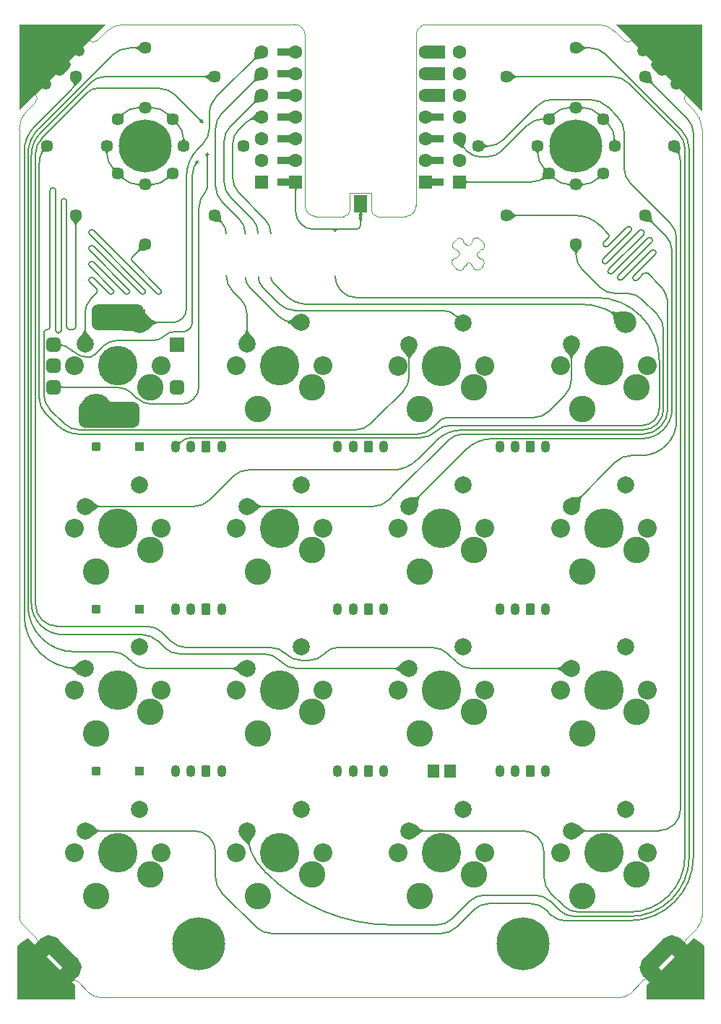
<source format=gts>
G04*
G04 #@! TF.GenerationSoftware,Altium Limited,Altium Designer,24.7.2 (38)*
G04*
G04 Layer_Color=8388736*
%FSLAX25Y25*%
%MOIN*%
G70*
G04*
G04 #@! TF.SameCoordinates,4FB6B1DA-FF44-45C5-9F46-3DC55F4CF08E*
G04*
G04*
G04 #@! TF.FilePolarity,Negative*
G04*
G01*
G75*
%ADD13C,0.00591*%
%ADD18C,0.00394*%
%ADD23C,0.07874*%
%ADD24R,0.05512X0.06299*%
%ADD25R,0.06299X0.03543*%
%ADD26R,0.08268X0.06299*%
%ADD27R,0.06299X0.08268*%
%ADD28C,0.09843*%
%ADD29C,0.07900*%
%ADD30C,0.18200*%
%ADD31C,0.08700*%
G04:AMPARAMS|DCode=32|XSize=74.8mil|YSize=51.18mil|CornerRadius=0mil|HoleSize=0mil|Usage=FLASHONLY|Rotation=135.000|XOffset=0mil|YOffset=0mil|HoleType=Round|Shape=Round|*
%AMOVALD32*
21,1,0.02362,0.05118,0.00000,0.00000,135.0*
1,1,0.05118,0.00835,-0.00835*
1,1,0.05118,-0.00835,0.00835*
%
%ADD32OVALD32*%

G04:AMPARAMS|DCode=33|XSize=51.18mil|YSize=43.31mil|CornerRadius=0mil|HoleSize=0mil|Usage=FLASHONLY|Rotation=315.000|XOffset=0mil|YOffset=0mil|HoleType=Round|Shape=Round|*
%AMOVALD33*
21,1,0.00787,0.04331,0.00000,0.00000,315.0*
1,1,0.04331,-0.00278,0.00278*
1,1,0.04331,0.00278,-0.00278*
%
%ADD33OVALD33*%

%ADD34O,0.04331X0.05512*%
G04:AMPARAMS|DCode=35|XSize=43.31mil|YSize=55.12mil|CornerRadius=11.81mil|HoleSize=0mil|Usage=FLASHONLY|Rotation=0.000|XOffset=0mil|YOffset=0mil|HoleType=Round|Shape=RoundedRectangle|*
%AMROUNDEDRECTD35*
21,1,0.04331,0.03150,0,0,0.0*
21,1,0.01968,0.05512,0,0,0.0*
1,1,0.02362,0.00984,-0.01575*
1,1,0.02362,-0.00984,-0.01575*
1,1,0.02362,-0.00984,0.01575*
1,1,0.02362,0.00984,0.01575*
%
%ADD35ROUNDEDRECTD35*%
G04:AMPARAMS|DCode=36|XSize=86.61mil|YSize=43.31mil|CornerRadius=0mil|HoleSize=0mil|Usage=FLASHONLY|Rotation=315.000|XOffset=0mil|YOffset=0mil|HoleType=Round|Shape=Round|*
%AMOVALD36*
21,1,0.04331,0.04331,0.00000,0.00000,315.0*
1,1,0.04331,-0.01531,0.01531*
1,1,0.04331,0.01531,-0.01531*
%
%ADD36OVALD36*%

G04:AMPARAMS|DCode=37|XSize=86.61mil|YSize=43.31mil|CornerRadius=0mil|HoleSize=0mil|Usage=FLASHONLY|Rotation=45.000|XOffset=0mil|YOffset=0mil|HoleType=Round|Shape=Round|*
%AMOVALD37*
21,1,0.04331,0.04331,0.00000,0.00000,45.0*
1,1,0.04331,-0.01531,-0.01531*
1,1,0.04331,0.01531,0.01531*
%
%ADD37OVALD37*%

G04:AMPARAMS|DCode=38|XSize=43.31mil|YSize=43.31mil|CornerRadius=11.81mil|HoleSize=0mil|Usage=FLASHONLY|Rotation=180.000|XOffset=0mil|YOffset=0mil|HoleType=Round|Shape=RoundedRectangle|*
%AMROUNDEDRECTD38*
21,1,0.04331,0.01968,0,0,180.0*
21,1,0.01968,0.04331,0,0,180.0*
1,1,0.02362,-0.00984,0.00984*
1,1,0.02362,0.00984,0.00984*
1,1,0.02362,0.00984,-0.00984*
1,1,0.02362,-0.00984,-0.00984*
%
%ADD38ROUNDEDRECTD38*%
%ADD39R,0.04331X0.04331*%
%ADD40C,0.05709*%
%ADD41C,0.12205*%
%ADD42R,0.06693X0.06693*%
G04:AMPARAMS|DCode=43|XSize=66.93mil|YSize=66.93mil|CornerRadius=17.72mil|HoleSize=0mil|Usage=FLASHONLY|Rotation=270.000|XOffset=0mil|YOffset=0mil|HoleType=Round|Shape=RoundedRectangle|*
%AMROUNDEDRECTD43*
21,1,0.06693,0.03150,0,0,270.0*
21,1,0.03150,0.06693,0,0,270.0*
1,1,0.03543,-0.01575,-0.01575*
1,1,0.03543,-0.01575,0.01575*
1,1,0.03543,0.01575,0.01575*
1,1,0.03543,0.01575,-0.01575*
%
%ADD43ROUNDEDRECTD43*%
G04:AMPARAMS|DCode=44|XSize=122.05mil|YSize=240.16mil|CornerRadius=31.5mil|HoleSize=0mil|Usage=FLASHONLY|Rotation=90.000|XOffset=0mil|YOffset=0mil|HoleType=Round|Shape=RoundedRectangle|*
%AMROUNDEDRECTD44*
21,1,0.12205,0.17717,0,0,90.0*
21,1,0.05906,0.24016,0,0,90.0*
1,1,0.06299,0.08858,0.02953*
1,1,0.06299,0.08858,-0.02953*
1,1,0.06299,-0.08858,-0.02953*
1,1,0.06299,-0.08858,0.02953*
%
%ADD44ROUNDEDRECTD44*%
G04:AMPARAMS|DCode=45|XSize=122.05mil|YSize=279.53mil|CornerRadius=31.5mil|HoleSize=0mil|Usage=FLASHONLY|Rotation=270.000|XOffset=0mil|YOffset=0mil|HoleType=Round|Shape=RoundedRectangle|*
%AMROUNDEDRECTD45*
21,1,0.12205,0.21654,0,0,270.0*
21,1,0.05906,0.27953,0,0,270.0*
1,1,0.06299,-0.10827,-0.02953*
1,1,0.06299,-0.10827,0.02953*
1,1,0.06299,0.10827,0.02953*
1,1,0.06299,0.10827,-0.02953*
%
%ADD45ROUNDEDRECTD45*%
%ADD46C,0.14173*%
%ADD47R,0.10236X0.10236*%
%ADD48C,0.06299*%
%ADD49R,0.06299X0.06299*%
%ADD50C,0.24410*%
%ADD51C,0.01772*%
G36*
X134932Y440048D02*
X134952Y440046D01*
X134952Y440046D01*
X134952Y440046D01*
X134968Y440041D01*
X134989Y440035D01*
X134989Y440035D01*
X134990Y440035D01*
X135006Y440026D01*
X135023Y440017D01*
X135023Y440017D01*
X135024Y440017D01*
X135038Y440005D01*
X135053Y439992D01*
X135053Y439992D01*
X135054Y439992D01*
X135065Y439978D01*
X135078Y439962D01*
X135078Y439962D01*
X135078Y439962D01*
X135088Y439944D01*
X135096Y439928D01*
X135096Y439928D01*
X135096Y439927D01*
X135101Y439910D01*
X135107Y439891D01*
X135107Y439891D01*
X135107Y439890D01*
X135109Y439872D01*
X135111Y439852D01*
Y436132D01*
X135109Y436112D01*
X135107Y436094D01*
X135107Y436094D01*
X135107Y436093D01*
X135101Y436074D01*
X135096Y436057D01*
X135096Y436057D01*
X135096Y436056D01*
X135088Y436040D01*
X135078Y436023D01*
X135078Y436022D01*
X135078Y436022D01*
X135066Y436007D01*
X135054Y435993D01*
X135053Y435992D01*
X135053Y435992D01*
X135038Y435980D01*
X135024Y435968D01*
X135023Y435968D01*
X135023Y435967D01*
X135008Y435959D01*
X134990Y435950D01*
X134989Y435949D01*
X134989Y435949D01*
X134971Y435944D01*
X134952Y435938D01*
X134952Y435938D01*
X134952Y435938D01*
X134933Y435936D01*
X134914Y435934D01*
X134914Y435934D01*
X134913Y435934D01*
X134893Y435936D01*
X134875Y435938D01*
X134875Y435938D01*
X134875Y435938D01*
X134856Y435944D01*
X134838Y435949D01*
X134838Y435949D01*
X134837Y435949D01*
X134822Y435958D01*
X134804Y435967D01*
X134804Y435967D01*
X134803Y435967D01*
X134789Y435980D01*
X134774Y435992D01*
X134773Y435992D01*
X134773Y435992D01*
X134773Y435992D01*
X134479Y436284D01*
X133680Y436978D01*
X133452Y437141D01*
X133238Y437274D01*
X133041Y437376D01*
X132865Y437446D01*
X132710Y437486D01*
X132557Y437500D01*
X132547Y437502D01*
X132537Y437503D01*
X132528Y437506D01*
X132519Y437507D01*
X132510Y437511D01*
X132500Y437514D01*
X132492Y437519D01*
X132483Y437522D01*
X132475Y437528D01*
X132466Y437532D01*
X132458Y437538D01*
X132451Y437543D01*
X132444Y437550D01*
X132436Y437557D01*
X132430Y437564D01*
X132423Y437571D01*
X132418Y437579D01*
X132411Y437587D01*
X132407Y437595D01*
X132402Y437603D01*
X132398Y437612D01*
X132393Y437621D01*
X132390Y437630D01*
X132387Y437639D01*
X132385Y437648D01*
X132381Y437658D01*
X132381Y437667D01*
X132379Y437676D01*
X132379Y437687D01*
X132378Y437697D01*
Y438287D01*
X132379Y438298D01*
X132379Y438308D01*
X132381Y438317D01*
X132381Y438326D01*
X132385Y438336D01*
X132387Y438346D01*
X132390Y438354D01*
X132393Y438363D01*
X132398Y438372D01*
X132402Y438382D01*
X132407Y438389D01*
X132411Y438397D01*
X132418Y438405D01*
X132423Y438414D01*
X132430Y438420D01*
X132436Y438427D01*
X132444Y438434D01*
X132451Y438441D01*
X132458Y438446D01*
X132466Y438452D01*
X132475Y438457D01*
X132483Y438462D01*
X132492Y438466D01*
X132500Y438470D01*
X132510Y438473D01*
X132519Y438477D01*
X132528Y438479D01*
X132537Y438481D01*
X132547Y438482D01*
X132557Y438484D01*
X132710Y438499D01*
X132865Y438539D01*
X133041Y438609D01*
X133238Y438710D01*
X133452Y438843D01*
X133682Y439008D01*
X134198Y439437D01*
X134476Y439697D01*
X134773Y439992D01*
X134773Y439992D01*
X134774Y439992D01*
X134774Y439993D01*
X134788Y440004D01*
X134803Y440017D01*
X134804Y440017D01*
X134804Y440017D01*
X134822Y440027D01*
X134837Y440035D01*
X134838Y440035D01*
X134838Y440035D01*
X134856Y440041D01*
X134875Y440046D01*
X134875Y440047D01*
X134875Y440047D01*
X134893Y440048D01*
X134913Y440050D01*
X134914Y440050D01*
X134914Y440050D01*
X134932Y440048D01*
D02*
G37*
G36*
X337548Y440048D02*
X337566Y440047D01*
X337566Y440046D01*
X337566Y440046D01*
X337586Y440040D01*
X337603Y440035D01*
X337603Y440035D01*
X337603Y440035D01*
X337620Y440026D01*
X337637Y440017D01*
X337637Y440017D01*
X337638Y440017D01*
X337652Y440005D01*
X337667Y439993D01*
X337667Y439992D01*
X337668Y439992D01*
X337668Y439992D01*
X337962Y439700D01*
X338761Y439006D01*
X338989Y438843D01*
X339203Y438710D01*
X339400Y438609D01*
X339576Y438539D01*
X339731Y438498D01*
X339884Y438484D01*
X339894Y438482D01*
X339904Y438481D01*
X339913Y438479D01*
X339922Y438477D01*
X339931Y438473D01*
X339941Y438470D01*
X339949Y438466D01*
X339958Y438462D01*
X339966Y438457D01*
X339975Y438452D01*
X339982Y438446D01*
X339990Y438441D01*
X339997Y438434D01*
X340005Y438427D01*
X340011Y438420D01*
X340018Y438414D01*
X340023Y438405D01*
X340030Y438397D01*
X340034Y438389D01*
X340039Y438382D01*
X340043Y438372D01*
X340048Y438363D01*
X340051Y438354D01*
X340054Y438346D01*
X340056Y438336D01*
X340059Y438326D01*
X340060Y438317D01*
X340062Y438308D01*
X340062Y438298D01*
X340063Y438287D01*
Y437697D01*
X340062Y437687D01*
X340062Y437676D01*
X340060Y437667D01*
X340059Y437658D01*
X340056Y437648D01*
X340054Y437638D01*
X340051Y437630D01*
X340048Y437621D01*
X340043Y437612D01*
X340039Y437603D01*
X340034Y437595D01*
X340030Y437587D01*
X340023Y437579D01*
X340018Y437571D01*
X340011Y437564D01*
X340005Y437557D01*
X339997Y437550D01*
X339990Y437543D01*
X339982Y437538D01*
X339975Y437532D01*
X339966Y437528D01*
X339958Y437522D01*
X339949Y437518D01*
X339941Y437514D01*
X339931Y437511D01*
X339922Y437507D01*
X339913Y437505D01*
X339904Y437503D01*
X339894Y437502D01*
X339884Y437500D01*
X339731Y437486D01*
X339576Y437446D01*
X339400Y437376D01*
X339203Y437274D01*
X338989Y437141D01*
X338759Y436977D01*
X338243Y436547D01*
X337964Y436287D01*
X337668Y435992D01*
X337668Y435992D01*
X337668Y435992D01*
X337667Y435991D01*
X337653Y435980D01*
X337638Y435967D01*
X337637Y435967D01*
X337637Y435967D01*
X337620Y435958D01*
X337603Y435949D01*
X337603Y435949D01*
X337603Y435949D01*
X337585Y435944D01*
X337566Y435938D01*
X337566Y435938D01*
X337566Y435938D01*
X337545Y435936D01*
X337528Y435934D01*
X337527Y435934D01*
X337527Y435934D01*
X337507Y435936D01*
X337489Y435938D01*
X337489Y435938D01*
X337488Y435938D01*
X337469Y435944D01*
X337452Y435949D01*
X337452Y435949D01*
X337451Y435949D01*
X337432Y435960D01*
X337418Y435967D01*
X337418Y435968D01*
X337417Y435968D01*
X337402Y435980D01*
X337388Y435992D01*
X337388Y435992D01*
X337387Y435992D01*
X337375Y436007D01*
X337363Y436022D01*
X337363Y436022D01*
X337363Y436023D01*
X337353Y436040D01*
X337345Y436056D01*
X337345Y436057D01*
X337345Y436057D01*
X337339Y436075D01*
X337334Y436093D01*
X337334Y436094D01*
X337334Y436094D01*
X337332Y436115D01*
X337330Y436132D01*
Y436132D01*
X337330Y436133D01*
X337330Y436133D01*
X337330Y439852D01*
D01*
D01*
Y439852D01*
X337332Y439873D01*
X337334Y439890D01*
X337334Y439890D01*
X337334Y439891D01*
X337340Y439911D01*
X337345Y439927D01*
X337345Y439928D01*
X337345Y439928D01*
X337354Y439944D01*
X337363Y439962D01*
X337363Y439962D01*
X337363Y439962D01*
X337375Y439977D01*
X337387Y439992D01*
X337388Y439992D01*
X337388Y439992D01*
X337402Y440004D01*
X337417Y440016D01*
X337418Y440017D01*
X337418Y440017D01*
X337433Y440025D01*
X337451Y440035D01*
X337452Y440035D01*
X337452Y440035D01*
X337472Y440041D01*
X337488Y440046D01*
X337489Y440046D01*
X337489Y440046D01*
X337509Y440048D01*
X337527Y440050D01*
X337527Y440050D01*
X337528Y440050D01*
X337548Y440048D01*
D02*
G37*
G36*
X187520Y436310D02*
X187520Y436310D01*
X187539Y436308D01*
X187558Y436306D01*
X187559Y436306D01*
X187559Y436306D01*
X187578Y436300D01*
X187596Y436295D01*
X187596Y436295D01*
X187596Y436295D01*
X187612Y436286D01*
X187630Y436277D01*
X187630Y436276D01*
X187630Y436276D01*
X187644Y436265D01*
X187660Y436252D01*
X190583Y433329D01*
X190596Y433313D01*
X190607Y433299D01*
X190607Y433299D01*
X190607Y433299D01*
X190617Y433281D01*
X190626Y433265D01*
X190626Y433265D01*
X190626Y433265D01*
X190631Y433247D01*
X190637Y433228D01*
X190637Y433228D01*
X190637Y433228D01*
X190639Y433208D01*
X190641Y433190D01*
X190641Y433189D01*
X190641Y433189D01*
X190639Y433168D01*
X190637Y433151D01*
X190637Y433151D01*
X190637Y433150D01*
X190631Y433131D01*
X190626Y433114D01*
X190626Y433114D01*
X190626Y433113D01*
X190615Y433094D01*
X190608Y433080D01*
X190608Y433079D01*
X190607Y433079D01*
X190595Y433064D01*
X190583Y433050D01*
X190583Y433049D01*
X190583Y433049D01*
X190567Y433036D01*
X190553Y433025D01*
X190553Y433025D01*
X190553Y433025D01*
X190535Y433015D01*
X190519Y433007D01*
X190519Y433006D01*
X190519Y433006D01*
X190501Y433001D01*
X190482Y432995D01*
X190482Y432995D01*
X190481Y432995D01*
X190462Y432993D01*
X190444Y432991D01*
X190443D01*
X190443Y432991D01*
X190443Y432991D01*
X189972Y432990D01*
X188780Y432910D01*
X188467Y432861D01*
X188190Y432798D01*
X187953Y432726D01*
X187758Y432644D01*
X187605Y432555D01*
X187477Y432450D01*
X187469Y432444D01*
X187461Y432438D01*
X187452Y432434D01*
X187444Y432428D01*
X187435Y432425D01*
X187427Y432420D01*
X187417Y432417D01*
X187409Y432413D01*
X187399Y432412D01*
X187390Y432409D01*
X187380Y432408D01*
X187371Y432406D01*
X187361Y432406D01*
X187351Y432405D01*
X187341Y432406D01*
X187332Y432406D01*
X187322Y432408D01*
X187312Y432409D01*
X187303Y432411D01*
X187294Y432413D01*
X187285Y432417D01*
X187275Y432420D01*
X187267Y432424D01*
X187258Y432428D01*
X187250Y432434D01*
X187241Y432438D01*
X187234Y432444D01*
X187226Y432450D01*
X187219Y432457D01*
X187211Y432463D01*
X186794Y432880D01*
X186787Y432888D01*
X186780Y432895D01*
X186775Y432903D01*
X186769Y432910D01*
X186764Y432919D01*
X186759Y432927D01*
X186755Y432936D01*
X186751Y432945D01*
X186748Y432954D01*
X186744Y432963D01*
X186742Y432972D01*
X186740Y432982D01*
X186739Y432991D01*
X186737Y433001D01*
X186737Y433011D01*
X186736Y433020D01*
X186737Y433030D01*
X186737Y433040D01*
X186739Y433049D01*
X186740Y433059D01*
X186742Y433068D01*
X186744Y433078D01*
X186748Y433087D01*
X186751Y433096D01*
X186755Y433105D01*
X186759Y433114D01*
X186765Y433122D01*
X186769Y433130D01*
X186775Y433138D01*
X186781Y433146D01*
X186886Y433274D01*
X186975Y433428D01*
X187057Y433623D01*
X187129Y433859D01*
X187191Y434136D01*
X187241Y434451D01*
X187307Y435206D01*
X187321Y435638D01*
X187322Y436112D01*
X187322Y436112D01*
X187322Y436112D01*
Y436113D01*
X187324Y436133D01*
X187326Y436151D01*
X187326Y436151D01*
X187326Y436151D01*
X187332Y436171D01*
X187337Y436188D01*
X187337Y436188D01*
X187337Y436188D01*
X187345Y436203D01*
X187355Y436222D01*
X187356Y436222D01*
X187356Y436223D01*
X187367Y436236D01*
X187380Y436252D01*
X187380Y436252D01*
X187380Y436252D01*
X187394Y436264D01*
X187410Y436277D01*
X187410Y436277D01*
X187410Y436277D01*
X187425Y436285D01*
X187444Y436295D01*
X187444Y436295D01*
X187445Y436295D01*
X187463Y436301D01*
X187481Y436306D01*
X187481Y436306D01*
X187482Y436306D01*
X187501Y436308D01*
X187520Y436310D01*
X187520Y436310D01*
D02*
G37*
G36*
X305533Y426787D02*
X305551Y426786D01*
X305551Y426786D01*
X305552Y426786D01*
X305571Y426780D01*
X305588Y426775D01*
X305588Y426774D01*
X305589Y426774D01*
X305605Y426766D01*
X305622Y426756D01*
X305623Y426756D01*
X305623Y426756D01*
X305638Y426744D01*
X305652Y426732D01*
X305653Y426731D01*
X305653Y426731D01*
X305653Y426731D01*
X305947Y426439D01*
X306746Y425745D01*
X306974Y425582D01*
X307189Y425449D01*
X307385Y425348D01*
X307561Y425278D01*
X307717Y425238D01*
X307869Y425223D01*
X307879Y425221D01*
X307889Y425220D01*
X307898Y425218D01*
X307907Y425216D01*
X307917Y425212D01*
X307927Y425209D01*
X307934Y425205D01*
X307943Y425202D01*
X307952Y425196D01*
X307961Y425191D01*
X307968Y425185D01*
X307975Y425180D01*
X307983Y425173D01*
X307991Y425166D01*
X307996Y425159D01*
X308003Y425153D01*
X308009Y425144D01*
X308015Y425136D01*
X308019Y425128D01*
X308025Y425121D01*
X308029Y425111D01*
X308033Y425102D01*
X308036Y425093D01*
X308040Y425085D01*
X308042Y425075D01*
X308045Y425065D01*
X308046Y425056D01*
X308048Y425047D01*
X308048Y425037D01*
X308049Y425027D01*
Y424436D01*
X308048Y424426D01*
X308048Y424415D01*
X308046Y424407D01*
X308045Y424397D01*
X308042Y424388D01*
X308040Y424378D01*
X308036Y424369D01*
X308033Y424360D01*
X308029Y424351D01*
X308025Y424342D01*
X308019Y424334D01*
X308015Y424326D01*
X308009Y424318D01*
X308003Y424310D01*
X307996Y424303D01*
X307991Y424296D01*
X307983Y424290D01*
X307975Y424282D01*
X307968Y424277D01*
X307961Y424271D01*
X307952Y424267D01*
X307943Y424261D01*
X307935Y424258D01*
X307927Y424253D01*
X307917Y424250D01*
X307907Y424246D01*
X307898Y424245D01*
X307889Y424242D01*
X307879Y424241D01*
X307869Y424239D01*
X307717Y424225D01*
X307561Y424185D01*
X307385Y424115D01*
X307189Y424014D01*
X306974Y423880D01*
X306744Y423716D01*
X306228Y423286D01*
X305950Y423026D01*
X305653Y422731D01*
X305653Y422731D01*
X305653Y422731D01*
X305652Y422731D01*
X305639Y422719D01*
X305623Y422707D01*
X305623Y422706D01*
X305622Y422706D01*
X305605Y422697D01*
X305589Y422688D01*
X305588Y422688D01*
X305588Y422688D01*
X305571Y422683D01*
X305552Y422677D01*
X305551Y422677D01*
X305551Y422677D01*
X305533Y422675D01*
X305513Y422673D01*
X305513Y422673D01*
X305512Y422673D01*
X305495Y422675D01*
X305474Y422677D01*
X305474Y422677D01*
X305474Y422677D01*
X305458Y422682D01*
X305437Y422688D01*
X305437Y422688D01*
X305437Y422689D01*
X305420Y422698D01*
X305403Y422707D01*
X305403Y422707D01*
X305403Y422707D01*
X305389Y422718D01*
X305373Y422731D01*
X305373Y422731D01*
X305373Y422732D01*
X305361Y422746D01*
X305349Y422761D01*
X305348Y422761D01*
X305348Y422762D01*
X305339Y422780D01*
X305330Y422795D01*
X305330Y422796D01*
X305330Y422796D01*
X305325Y422813D01*
X305319Y422832D01*
X305319Y422833D01*
X305319Y422833D01*
X305317Y422851D01*
X305315Y422871D01*
Y426591D01*
X305317Y426611D01*
X305319Y426629D01*
X305319Y426630D01*
X305319Y426630D01*
X305325Y426649D01*
X305330Y426666D01*
X305330Y426667D01*
X305330Y426667D01*
X305339Y426683D01*
X305348Y426701D01*
X305348Y426701D01*
X305349Y426701D01*
X305361Y426716D01*
X305373Y426731D01*
X305373Y426731D01*
X305373Y426731D01*
X305388Y426744D01*
X305403Y426756D01*
X305403Y426756D01*
X305403Y426756D01*
X305419Y426764D01*
X305437Y426774D01*
X305437Y426774D01*
X305437Y426774D01*
X305455Y426780D01*
X305474Y426785D01*
X305474Y426785D01*
X305474Y426786D01*
X305493Y426787D01*
X305512Y426789D01*
X305513Y426789D01*
X305513Y426789D01*
X305533Y426787D01*
D02*
G37*
G36*
X166949Y426787D02*
X166966Y426786D01*
X166967Y426785D01*
X166967Y426785D01*
X166986Y426779D01*
X167004Y426774D01*
X167004Y426774D01*
X167004Y426774D01*
X167023Y426764D01*
X167038Y426756D01*
X167038Y426756D01*
X167038Y426756D01*
X167053Y426743D01*
X167068Y426731D01*
X167068Y426731D01*
X167068Y426731D01*
X167080Y426716D01*
X167092Y426701D01*
X167093Y426701D01*
X167093Y426701D01*
X167102Y426683D01*
X167111Y426667D01*
X167111Y426667D01*
X167111Y426666D01*
X167116Y426648D01*
X167122Y426630D01*
X167122Y426630D01*
X167122Y426629D01*
X167124Y426608D01*
X167126Y426591D01*
Y426591D01*
X167126Y426591D01*
X167126Y426591D01*
X167126Y422871D01*
X167124Y422851D01*
X167122Y422833D01*
X167122Y422833D01*
X167122Y422832D01*
X167116Y422813D01*
X167111Y422796D01*
X167111Y422796D01*
X167111Y422795D01*
X167102Y422780D01*
X167093Y422762D01*
X167092Y422761D01*
X167092Y422761D01*
X167080Y422747D01*
X167068Y422732D01*
X167068Y422731D01*
X167068Y422731D01*
X167053Y422719D01*
X167038Y422707D01*
X167038Y422707D01*
X167038Y422707D01*
X167021Y422698D01*
X167004Y422688D01*
X167004Y422688D01*
X167004Y422688D01*
X166983Y422682D01*
X166967Y422677D01*
X166967Y422677D01*
X166966Y422677D01*
X166946Y422675D01*
X166929Y422673D01*
X166928Y422673D01*
X166928Y422673D01*
X166908Y422675D01*
X166890Y422677D01*
X166890Y422677D01*
X166889Y422677D01*
X166870Y422683D01*
X166853Y422688D01*
X166852Y422688D01*
X166852Y422688D01*
X166836Y422697D01*
X166818Y422706D01*
X166818Y422706D01*
X166818Y422707D01*
X166803Y422718D01*
X166788Y422731D01*
X166788Y422731D01*
X166788Y422731D01*
X166788Y422731D01*
X166494Y423023D01*
X165695Y423717D01*
X165467Y423880D01*
X165252Y424014D01*
X165056Y424115D01*
X164880Y424185D01*
X164724Y424225D01*
X164572Y424239D01*
X164562Y424241D01*
X164551Y424242D01*
X164543Y424245D01*
X164534Y424246D01*
X164524Y424250D01*
X164515Y424253D01*
X164506Y424258D01*
X164498Y424261D01*
X164489Y424267D01*
X164480Y424271D01*
X164473Y424277D01*
X164465Y424282D01*
X164458Y424290D01*
X164450Y424296D01*
X164444Y424303D01*
X164438Y424310D01*
X164432Y424318D01*
X164426Y424326D01*
X164421Y424334D01*
X164416Y424342D01*
X164412Y424351D01*
X164407Y424360D01*
X164405Y424369D01*
X164401Y424377D01*
X164399Y424388D01*
X164396Y424397D01*
X164395Y424406D01*
X164393Y424415D01*
X164393Y424426D01*
X164392Y424436D01*
X164392Y425027D01*
X164393Y425037D01*
X164393Y425047D01*
X164395Y425056D01*
X164396Y425065D01*
X164399Y425075D01*
X164401Y425085D01*
X164405Y425093D01*
X164407Y425102D01*
X164412Y425111D01*
X164416Y425121D01*
X164421Y425128D01*
X164426Y425136D01*
X164432Y425144D01*
X164438Y425153D01*
X164444Y425159D01*
X164450Y425166D01*
X164458Y425173D01*
X164465Y425180D01*
X164473Y425185D01*
X164480Y425191D01*
X164489Y425196D01*
X164498Y425201D01*
X164506Y425205D01*
X164515Y425209D01*
X164524Y425212D01*
X164534Y425216D01*
X164543Y425218D01*
X164552Y425220D01*
X164562Y425221D01*
X164572Y425223D01*
X164724Y425238D01*
X164880Y425278D01*
X165056Y425348D01*
X165252Y425449D01*
X165466Y425582D01*
X165697Y425747D01*
X166212Y426177D01*
X166491Y426437D01*
X166788Y426731D01*
X166788Y426731D01*
X166788Y426731D01*
X166788Y426732D01*
X166803Y426743D01*
X166818Y426756D01*
X166818Y426756D01*
X166819Y426756D01*
X166835Y426765D01*
X166852Y426774D01*
X166852Y426774D01*
X166853Y426775D01*
X166871Y426780D01*
X166889Y426786D01*
X166890Y426786D01*
X166890Y426786D01*
X166911Y426788D01*
X166928Y426789D01*
X166928Y426789D01*
X166929Y426789D01*
X166949Y426787D01*
D02*
G37*
G36*
X370321Y424901D02*
X370340Y424899D01*
X370340Y424899D01*
X370340Y424899D01*
X370358Y424893D01*
X370377Y424888D01*
X370377Y424888D01*
X370378Y424887D01*
X370397Y424877D01*
X370411Y424869D01*
X370411Y424869D01*
X370412Y424869D01*
X370427Y424856D01*
X370441Y424845D01*
X370442Y424845D01*
X370442Y424845D01*
X370455Y424829D01*
X370466Y424815D01*
X370466Y424815D01*
X370466Y424815D01*
X370476Y424796D01*
X370484Y424781D01*
X370484Y424781D01*
X370485Y424780D01*
X370490Y424764D01*
X370496Y424744D01*
X370496Y424744D01*
X370496Y424743D01*
X370498Y424725D01*
X370500Y424705D01*
Y424705D01*
X370500Y424705D01*
X370500Y424705D01*
X370501Y424290D01*
X370575Y423235D01*
X370622Y422958D01*
X370679Y422712D01*
X370746Y422502D01*
X370821Y422327D01*
X370903Y422189D01*
X371001Y422071D01*
X371006Y422063D01*
X371013Y422055D01*
X371017Y422047D01*
X371022Y422039D01*
X371026Y422030D01*
X371031Y422021D01*
X371034Y422012D01*
X371037Y422004D01*
X371039Y421993D01*
X371042Y421984D01*
X371043Y421975D01*
X371045Y421966D01*
X371045Y421955D01*
X371046Y421945D01*
X371045Y421936D01*
X371045Y421927D01*
X371043Y421917D01*
X371042Y421907D01*
X371040Y421898D01*
X371038Y421889D01*
X371034Y421879D01*
X371031Y421869D01*
X371027Y421861D01*
X371023Y421853D01*
X371018Y421844D01*
X371013Y421835D01*
X371007Y421828D01*
X371002Y421820D01*
X370995Y421813D01*
X370988Y421805D01*
X370571Y421388D01*
X370563Y421381D01*
X370555Y421374D01*
X370548Y421369D01*
X370541Y421363D01*
X370532Y421358D01*
X370523Y421352D01*
X370515Y421349D01*
X370507Y421345D01*
X370497Y421342D01*
X370487Y421338D01*
X370478Y421336D01*
X370469Y421334D01*
X370459Y421333D01*
X370449Y421330D01*
X370440Y421331D01*
X370431Y421330D01*
X370421Y421331D01*
X370410Y421331D01*
X370401Y421333D01*
X370392Y421334D01*
X370382Y421337D01*
X370372Y421339D01*
X370364Y421342D01*
X370355Y421345D01*
X370346Y421349D01*
X370337Y421353D01*
X370329Y421359D01*
X370321Y421363D01*
X370313Y421370D01*
X370304Y421375D01*
X370187Y421473D01*
X370049Y421555D01*
X369874Y421630D01*
X369664Y421697D01*
X369418Y421754D01*
X369139Y421801D01*
X368470Y421862D01*
X368090Y421875D01*
X367671Y421876D01*
X367671Y421876D01*
X367671Y421876D01*
X367670D01*
X367651Y421878D01*
X367633Y421880D01*
X367632Y421880D01*
X367632Y421880D01*
X367613Y421886D01*
X367596Y421891D01*
X367595Y421891D01*
X367595Y421891D01*
X367580Y421899D01*
X367561Y421909D01*
X367561Y421910D01*
X367561Y421910D01*
X367547Y421921D01*
X367531Y421934D01*
X367531Y421934D01*
X367531Y421935D01*
X367519Y421948D01*
X367507Y421964D01*
X367507Y421964D01*
X367506Y421965D01*
X367499Y421979D01*
X367488Y421998D01*
X367488Y421999D01*
X367488Y421999D01*
X367483Y422017D01*
X367477Y422035D01*
X367477Y422036D01*
X367477Y422036D01*
X367475Y422054D01*
X367473Y422074D01*
X367473Y422074D01*
X367473Y422075D01*
X367475Y422094D01*
X367477Y422113D01*
X367477Y422113D01*
X367477Y422113D01*
X367483Y422132D01*
X367488Y422150D01*
X367489Y422150D01*
X367489Y422150D01*
X367496Y422164D01*
X367507Y422184D01*
X367507Y422184D01*
X367507Y422184D01*
X367518Y422197D01*
X367531Y422214D01*
X370162Y424845D01*
X370178Y424858D01*
X370192Y424869D01*
X370192Y424869D01*
X370192Y424869D01*
X370210Y424879D01*
X370226Y424887D01*
X370226Y424887D01*
X370226Y424887D01*
X370243Y424893D01*
X370263Y424898D01*
X370263Y424898D01*
X370263Y424899D01*
X370282Y424900D01*
X370301Y424902D01*
X370302Y424902D01*
X370302Y424902D01*
X370321Y424901D01*
D02*
G37*
G36*
X187520Y426310D02*
X187520Y426310D01*
X187539Y426308D01*
X187558Y426306D01*
X187559Y426306D01*
X187559Y426306D01*
X187578Y426300D01*
X187596Y426295D01*
X187596Y426295D01*
X187596Y426295D01*
X187612Y426286D01*
X187630Y426277D01*
X187630Y426276D01*
X187630Y426276D01*
X187644Y426265D01*
X187660Y426252D01*
X190583Y423329D01*
X190596Y423313D01*
X190607Y423299D01*
X190607Y423299D01*
X190607Y423299D01*
X190617Y423281D01*
X190626Y423265D01*
X190626Y423265D01*
X190626Y423265D01*
X190631Y423247D01*
X190637Y423228D01*
X190637Y423228D01*
X190637Y423228D01*
X190639Y423208D01*
X190641Y423190D01*
X190641Y423189D01*
X190641Y423189D01*
X190639Y423168D01*
X190637Y423151D01*
X190637Y423151D01*
X190637Y423150D01*
X190631Y423131D01*
X190626Y423114D01*
X190626Y423114D01*
X190626Y423113D01*
X190615Y423094D01*
X190608Y423080D01*
X190608Y423079D01*
X190607Y423079D01*
X190595Y423064D01*
X190583Y423050D01*
X190583Y423049D01*
X190583Y423049D01*
X190567Y423036D01*
X190553Y423025D01*
X190553Y423025D01*
X190553Y423025D01*
X190535Y423015D01*
X190519Y423007D01*
X190519Y423006D01*
X190519Y423006D01*
X190501Y423001D01*
X190482Y422995D01*
X190482Y422995D01*
X190481Y422995D01*
X190462Y422993D01*
X190444Y422991D01*
X190443D01*
X190443Y422991D01*
X190443Y422991D01*
X189972Y422990D01*
X188780Y422910D01*
X188467Y422860D01*
X188190Y422798D01*
X187953Y422726D01*
X187758Y422644D01*
X187605Y422555D01*
X187477Y422450D01*
X187469Y422444D01*
X187461Y422438D01*
X187452Y422434D01*
X187444Y422428D01*
X187435Y422425D01*
X187427Y422420D01*
X187417Y422417D01*
X187409Y422413D01*
X187399Y422412D01*
X187390Y422409D01*
X187380Y422408D01*
X187371Y422406D01*
X187361Y422406D01*
X187351Y422405D01*
X187341Y422406D01*
X187332Y422406D01*
X187322Y422408D01*
X187312Y422409D01*
X187303Y422411D01*
X187294Y422413D01*
X187285Y422417D01*
X187275Y422420D01*
X187267Y422425D01*
X187258Y422428D01*
X187250Y422434D01*
X187241Y422438D01*
X187234Y422444D01*
X187226Y422450D01*
X187219Y422457D01*
X187211Y422463D01*
X186794Y422880D01*
X186787Y422888D01*
X186780Y422895D01*
X186775Y422903D01*
X186769Y422910D01*
X186764Y422919D01*
X186759Y422927D01*
X186755Y422936D01*
X186751Y422945D01*
X186748Y422954D01*
X186744Y422963D01*
X186742Y422972D01*
X186740Y422982D01*
X186739Y422991D01*
X186737Y423001D01*
X186737Y423011D01*
X186736Y423020D01*
X186737Y423030D01*
X186737Y423040D01*
X186739Y423049D01*
X186740Y423059D01*
X186742Y423068D01*
X186744Y423078D01*
X186748Y423087D01*
X186751Y423096D01*
X186755Y423105D01*
X186759Y423114D01*
X186765Y423122D01*
X186769Y423130D01*
X186775Y423138D01*
X186781Y423146D01*
X186886Y423274D01*
X186975Y423428D01*
X187057Y423623D01*
X187129Y423859D01*
X187191Y424136D01*
X187241Y424451D01*
X187307Y425206D01*
X187321Y425638D01*
X187322Y426112D01*
X187322Y426112D01*
X187322Y426112D01*
Y426113D01*
X187324Y426133D01*
X187326Y426151D01*
X187326Y426151D01*
X187326Y426151D01*
X187332Y426171D01*
X187337Y426188D01*
X187337Y426188D01*
X187337Y426188D01*
X187345Y426203D01*
X187355Y426222D01*
X187356Y426222D01*
X187356Y426223D01*
X187367Y426236D01*
X187380Y426252D01*
X187380Y426252D01*
X187380Y426252D01*
X187394Y426264D01*
X187410Y426277D01*
X187410Y426277D01*
X187410Y426277D01*
X187425Y426285D01*
X187444Y426295D01*
X187444Y426295D01*
X187445Y426295D01*
X187463Y426301D01*
X187481Y426306D01*
X187481Y426306D01*
X187482Y426306D01*
X187501Y426308D01*
X187520Y426310D01*
X187520Y426310D01*
D02*
G37*
G36*
X106603Y422975D02*
X106604Y422975D01*
X106604Y422975D01*
X106623Y422972D01*
X106642Y422970D01*
X106642Y422970D01*
X106643Y422970D01*
X106659Y422964D01*
X106679Y422957D01*
X106679Y422957D01*
X106680Y422957D01*
X106696Y422947D01*
X106712Y422938D01*
X106713Y422938D01*
X106713Y422937D01*
X106727Y422925D01*
X106741Y422913D01*
X106742Y422912D01*
X106742Y422912D01*
X106754Y422897D01*
X106765Y422882D01*
X106765Y422882D01*
X106766Y422881D01*
X106774Y422863D01*
X106782Y422847D01*
X106782Y422847D01*
X106783Y422846D01*
X106788Y422827D01*
X106792Y422810D01*
X106792Y422809D01*
X106793Y422809D01*
X106794Y422789D01*
X106795Y422771D01*
X106795Y422771D01*
X106795Y422770D01*
X106792Y422752D01*
X106790Y422733D01*
X106790Y422732D01*
X106790Y422732D01*
X106784Y422714D01*
X106778Y422696D01*
X106777Y422695D01*
X106777Y422695D01*
X106767Y422678D01*
X106758Y422662D01*
X106758Y422662D01*
X106758Y422661D01*
X106746Y422647D01*
X106733Y422633D01*
X106732Y422633D01*
X106732Y422632D01*
X106393Y422317D01*
X104858Y420709D01*
X104773Y420585D01*
X104708Y420471D01*
X104701Y420460D01*
X104694Y420449D01*
X104690Y420444D01*
X104686Y420439D01*
X104677Y420430D01*
X104668Y420420D01*
X104663Y420417D01*
X104658Y420412D01*
X104647Y420405D01*
X104637Y420398D01*
X104631Y420395D01*
X104625Y420391D01*
X104613Y420387D01*
X104602Y420381D01*
X104595Y420380D01*
X104589Y420377D01*
X104576Y420375D01*
X104564Y420372D01*
X104557Y420372D01*
X104551Y420371D01*
X104538Y420371D01*
X104525Y420370D01*
X103880Y420406D01*
X103867Y420408D01*
X103854Y420409D01*
X103848Y420411D01*
X103842Y420412D01*
X103829Y420416D01*
X103816Y420420D01*
X103811Y420423D01*
X103805Y420425D01*
X103794Y420432D01*
X103782Y420438D01*
X103777Y420442D01*
X103772Y420445D01*
X103762Y420454D01*
X103752Y420463D01*
X103748Y420467D01*
X103744Y420471D01*
X103736Y420482D01*
X103727Y420492D01*
X103724Y420498D01*
X103721Y420503D01*
X103715Y420515D01*
X103709Y420526D01*
X103707Y420532D01*
X103704Y420538D01*
X103701Y420551D01*
X103697Y420563D01*
X103697Y420569D01*
X103695Y420576D01*
X103695Y420589D01*
X103693Y420602D01*
X103694Y420608D01*
X103693Y420614D01*
X103695Y420627D01*
X103697Y420641D01*
X103699Y420646D01*
X103699Y420652D01*
X103704Y420665D01*
X103708Y420678D01*
X103766Y420822D01*
X103789Y420959D01*
X103782Y421115D01*
X103744Y421291D01*
X103670Y421489D01*
X103560Y421707D01*
X103411Y421944D01*
X103224Y422198D01*
X102999Y422468D01*
X102733Y422758D01*
X102722Y422772D01*
X102711Y422787D01*
X102710Y422788D01*
X102710Y422789D01*
X102702Y422806D01*
X102694Y422822D01*
X102693Y422823D01*
X102693Y422824D01*
X102688Y422841D01*
X102683Y422859D01*
X102683Y422860D01*
X102683Y422861D01*
X102682Y422879D01*
X102681Y422898D01*
X102681Y422899D01*
X102681Y422900D01*
X102683Y422918D01*
X102686Y422936D01*
X102686Y422937D01*
X102687Y422938D01*
X102692Y422955D01*
X102698Y422973D01*
X102699Y422974D01*
X102699Y422975D01*
X102708Y422991D01*
X102718Y423006D01*
X102718Y423007D01*
X102719Y423008D01*
X102731Y423022D01*
X102743Y423036D01*
X102744Y423036D01*
X102745Y423037D01*
X102759Y423048D01*
X102774Y423059D01*
X102775Y423060D01*
X102776Y423061D01*
X102793Y423069D01*
X102809Y423076D01*
X102810Y423077D01*
X102811Y423077D01*
X102828Y423082D01*
X102846Y423087D01*
X102847Y423087D01*
X102848Y423087D01*
X102866Y423088D01*
X102885Y423089D01*
X106603Y422975D01*
D02*
G37*
G36*
X187520Y416310D02*
X187520Y416310D01*
X187539Y416308D01*
X187558Y416306D01*
X187559Y416306D01*
X187559Y416306D01*
X187578Y416300D01*
X187596Y416295D01*
X187596Y416295D01*
X187596Y416295D01*
X187612Y416286D01*
X187630Y416277D01*
X187630Y416276D01*
X187630Y416276D01*
X187644Y416265D01*
X187660Y416252D01*
X190583Y413329D01*
X190596Y413313D01*
X190607Y413300D01*
X190607Y413299D01*
X190607Y413299D01*
X190617Y413281D01*
X190626Y413265D01*
X190626Y413265D01*
X190626Y413265D01*
X190631Y413247D01*
X190637Y413228D01*
X190637Y413228D01*
X190637Y413228D01*
X190639Y413208D01*
X190641Y413190D01*
X190641Y413189D01*
X190641Y413189D01*
X190639Y413168D01*
X190637Y413151D01*
X190637Y413151D01*
X190637Y413151D01*
X190631Y413131D01*
X190626Y413114D01*
X190626Y413114D01*
X190626Y413113D01*
X190615Y413094D01*
X190608Y413080D01*
X190608Y413080D01*
X190607Y413079D01*
X190595Y413064D01*
X190583Y413050D01*
X190583Y413049D01*
X190583Y413049D01*
X190567Y413036D01*
X190553Y413025D01*
X190553Y413025D01*
X190553Y413025D01*
X190535Y413015D01*
X190519Y413007D01*
X190519Y413006D01*
X190519Y413006D01*
X190501Y413001D01*
X190482Y412995D01*
X190482Y412995D01*
X190481Y412995D01*
X190462Y412993D01*
X190444Y412991D01*
X190443D01*
X190443Y412991D01*
X190443Y412991D01*
X189972Y412990D01*
X188780Y412910D01*
X188467Y412860D01*
X188190Y412799D01*
X187953Y412726D01*
X187758Y412644D01*
X187605Y412556D01*
X187477Y412450D01*
X187469Y412444D01*
X187461Y412438D01*
X187452Y412434D01*
X187444Y412428D01*
X187435Y412425D01*
X187427Y412420D01*
X187417Y412417D01*
X187409Y412414D01*
X187399Y412412D01*
X187390Y412409D01*
X187380Y412408D01*
X187371Y412406D01*
X187361Y412406D01*
X187351Y412405D01*
X187341Y412406D01*
X187332Y412406D01*
X187322Y412408D01*
X187312Y412409D01*
X187303Y412411D01*
X187294Y412413D01*
X187285Y412417D01*
X187275Y412420D01*
X187267Y412425D01*
X187258Y412428D01*
X187250Y412434D01*
X187241Y412438D01*
X187234Y412444D01*
X187226Y412450D01*
X187219Y412457D01*
X187211Y412463D01*
X186794Y412880D01*
X186787Y412888D01*
X186780Y412895D01*
X186775Y412903D01*
X186769Y412910D01*
X186764Y412919D01*
X186759Y412927D01*
X186755Y412936D01*
X186751Y412945D01*
X186748Y412954D01*
X186744Y412963D01*
X186742Y412972D01*
X186740Y412982D01*
X186739Y412991D01*
X186737Y413001D01*
X186737Y413011D01*
X186736Y413020D01*
X186737Y413030D01*
X186737Y413040D01*
X186739Y413049D01*
X186740Y413059D01*
X186742Y413068D01*
X186744Y413078D01*
X186748Y413087D01*
X186751Y413096D01*
X186755Y413105D01*
X186759Y413114D01*
X186765Y413122D01*
X186769Y413130D01*
X186775Y413138D01*
X186781Y413146D01*
X186886Y413274D01*
X186975Y413428D01*
X187057Y413623D01*
X187129Y413859D01*
X187191Y414136D01*
X187241Y414451D01*
X187307Y415206D01*
X187321Y415638D01*
X187322Y416112D01*
X187322Y416112D01*
X187322Y416112D01*
Y416113D01*
X187324Y416133D01*
X187326Y416151D01*
X187326Y416151D01*
X187326Y416151D01*
X187332Y416171D01*
X187337Y416188D01*
X187337Y416188D01*
X187337Y416188D01*
X187345Y416203D01*
X187355Y416222D01*
X187356Y416222D01*
X187356Y416222D01*
X187367Y416236D01*
X187380Y416252D01*
X187380Y416252D01*
X187380Y416253D01*
X187394Y416264D01*
X187410Y416277D01*
X187410Y416277D01*
X187410Y416277D01*
X187425Y416285D01*
X187444Y416295D01*
X187444Y416295D01*
X187445Y416295D01*
X187463Y416301D01*
X187481Y416306D01*
X187481Y416306D01*
X187482Y416306D01*
X187501Y416308D01*
X187520Y416310D01*
X187520Y416310D01*
D02*
G37*
G36*
X134241Y411258D02*
X134253Y411258D01*
X134260Y411257D01*
X134268Y411256D01*
X134279Y411252D01*
X134291Y411250D01*
X134298Y411247D01*
X134305Y411244D01*
X134315Y411239D01*
X134326Y411234D01*
X134332Y411230D01*
X134339Y411226D01*
X134348Y411219D01*
X134358Y411212D01*
X134363Y411206D01*
X134369Y411202D01*
X134377Y411192D01*
X134385Y411184D01*
X134389Y411177D01*
X134393Y411172D01*
X134399Y411161D01*
X134405Y411151D01*
X134408Y411144D01*
X134412Y411137D01*
X134415Y411126D01*
X134420Y411115D01*
X134421Y411108D01*
X134423Y411100D01*
X134424Y411088D01*
X134426Y411077D01*
X134426Y411069D01*
X134427Y411062D01*
Y409804D01*
X134426Y409797D01*
X134426Y409789D01*
X134424Y409778D01*
X134423Y409766D01*
X134421Y409759D01*
X134420Y409751D01*
X134415Y409740D01*
X134412Y409729D01*
X134408Y409722D01*
X134405Y409715D01*
X134399Y409705D01*
X134393Y409695D01*
X134389Y409689D01*
X134385Y409682D01*
X134377Y409674D01*
X134369Y409665D01*
X134363Y409660D01*
X134358Y409654D01*
X134348Y409648D01*
X134339Y409640D01*
X134332Y409636D01*
X134326Y409632D01*
X134315Y409627D01*
X134305Y409622D01*
X134298Y409620D01*
X134291Y409617D01*
X134279Y409614D01*
X134268Y409611D01*
X134260Y409610D01*
X134253Y409608D01*
X134241Y409608D01*
X134229Y409607D01*
X134221Y409607D01*
X134214Y409607D01*
X134202Y409609D01*
X134190Y409611D01*
X134183Y409613D01*
X134176Y409614D01*
X134165Y409618D01*
X134153Y409622D01*
X134147Y409625D01*
X134140Y409628D01*
X134130Y409634D01*
X134119Y409640D01*
X134113Y409645D01*
X134107Y409649D01*
X134098Y409657D01*
X134089Y409665D01*
X134084Y409670D01*
X134079Y409676D01*
X134072Y409685D01*
X134064Y409695D01*
X134061Y409701D01*
X134057Y409707D01*
X134052Y409718D01*
X134046Y409729D01*
X134044Y409736D01*
X134041Y409743D01*
X134025Y409791D01*
X134011Y409817D01*
X133994Y409839D01*
X133971Y409860D01*
X133940Y409880D01*
X133898Y409899D01*
X133845Y409916D01*
X133780Y409929D01*
X133703Y409937D01*
X133608Y409940D01*
X133592Y409942D01*
X133576Y409944D01*
X133573Y409945D01*
X133570Y409945D01*
X133555Y409950D01*
X133539Y409955D01*
X133536Y409957D01*
X133533Y409958D01*
X133519Y409966D01*
X133505Y409973D01*
X133502Y409975D01*
X133500Y409977D01*
X133487Y409988D01*
X133475Y409998D01*
X133473Y410001D01*
X133470Y410003D01*
X133461Y410015D01*
X133450Y410028D01*
X133449Y410031D01*
X133447Y410033D01*
X133440Y410048D01*
X133432Y410062D01*
X133431Y410065D01*
X133430Y410068D01*
X133425Y410083D01*
X133421Y410099D01*
X133420Y410103D01*
X133420Y410106D01*
X133419Y410121D01*
X133417Y410138D01*
Y410728D01*
X133419Y410744D01*
X133420Y410761D01*
X133420Y410764D01*
X133421Y410767D01*
X133425Y410782D01*
X133430Y410798D01*
X133431Y410801D01*
X133432Y410804D01*
X133440Y410818D01*
X133447Y410833D01*
X133449Y410835D01*
X133450Y410838D01*
X133460Y410851D01*
X133470Y410864D01*
X133473Y410866D01*
X133475Y410868D01*
X133487Y410879D01*
X133500Y410889D01*
X133502Y410891D01*
X133505Y410893D01*
X133519Y410900D01*
X133533Y410909D01*
X133536Y410910D01*
X133539Y410911D01*
X133555Y410916D01*
X133570Y410921D01*
X133573Y410921D01*
X133576Y410922D01*
X133592Y410924D01*
X133608Y410926D01*
X133703Y410929D01*
X133780Y410937D01*
X133845Y410950D01*
X133898Y410967D01*
X133940Y410986D01*
X133971Y411006D01*
X133994Y411027D01*
X134011Y411049D01*
X134025Y411076D01*
X134041Y411123D01*
X134044Y411130D01*
X134046Y411137D01*
X134052Y411148D01*
X134057Y411159D01*
X134061Y411165D01*
X134064Y411172D01*
X134072Y411181D01*
X134079Y411191D01*
X134084Y411196D01*
X134089Y411202D01*
X134098Y411209D01*
X134107Y411217D01*
X134113Y411221D01*
X134119Y411226D01*
X134130Y411232D01*
X134140Y411238D01*
X134147Y411241D01*
X134153Y411244D01*
X134165Y411248D01*
X134176Y411252D01*
X134183Y411253D01*
X134190Y411256D01*
X134202Y411257D01*
X134214Y411259D01*
X134221Y411259D01*
X134229Y411260D01*
X134241Y411258D01*
D02*
G37*
G36*
X333060Y411258D02*
X333072Y411258D01*
X333079Y411257D01*
X333086Y411256D01*
X333098Y411252D01*
X333109Y411250D01*
X333116Y411247D01*
X333124Y411244D01*
X333134Y411239D01*
X333145Y411234D01*
X333151Y411230D01*
X333158Y411226D01*
X333167Y411219D01*
X333177Y411212D01*
X333182Y411206D01*
X333188Y411202D01*
X333195Y411192D01*
X333204Y411184D01*
X333208Y411177D01*
X333212Y411172D01*
X333218Y411161D01*
X333224Y411151D01*
X333227Y411144D01*
X333231Y411137D01*
X333234Y411126D01*
X333238Y411115D01*
X333240Y411108D01*
X333242Y411100D01*
X333243Y411088D01*
X333245Y411077D01*
X333245Y411069D01*
X333246Y411062D01*
Y409804D01*
X333245Y409797D01*
X333245Y409789D01*
X333243Y409778D01*
X333242Y409766D01*
X333240Y409759D01*
X333238Y409751D01*
X333234Y409740D01*
X333231Y409729D01*
X333227Y409722D01*
X333224Y409715D01*
X333218Y409705D01*
X333212Y409695D01*
X333208Y409689D01*
X333204Y409682D01*
X333195Y409674D01*
X333188Y409665D01*
X333182Y409660D01*
X333177Y409654D01*
X333167Y409648D01*
X333158Y409640D01*
X333151Y409636D01*
X333145Y409632D01*
X333134Y409627D01*
X333124Y409622D01*
X333116Y409620D01*
X333109Y409617D01*
X333098Y409614D01*
X333086Y409611D01*
X333079Y409610D01*
X333072Y409608D01*
X333060Y409608D01*
X333048Y409607D01*
X333040Y409607D01*
X333033Y409607D01*
X333021Y409609D01*
X333009Y409611D01*
X333002Y409613D01*
X332995Y409614D01*
X332984Y409618D01*
X332972Y409622D01*
X332966Y409625D01*
X332959Y409628D01*
X332948Y409634D01*
X332938Y409640D01*
X332932Y409645D01*
X332926Y409649D01*
X332917Y409657D01*
X332908Y409665D01*
X332903Y409670D01*
X332898Y409676D01*
X332891Y409685D01*
X332883Y409695D01*
X332880Y409701D01*
X332875Y409707D01*
X332871Y409718D01*
X332865Y409729D01*
X332863Y409736D01*
X332860Y409743D01*
X332844Y409791D01*
X332830Y409817D01*
X332813Y409839D01*
X332790Y409860D01*
X332759Y409880D01*
X332717Y409899D01*
X332664Y409916D01*
X332599Y409929D01*
X332522Y409937D01*
X332427Y409940D01*
X332411Y409942D01*
X332395Y409944D01*
X332392Y409945D01*
X332389Y409945D01*
X332373Y409950D01*
X332358Y409955D01*
X332355Y409957D01*
X332352Y409958D01*
X332338Y409966D01*
X332324Y409973D01*
X332321Y409975D01*
X332318Y409977D01*
X332306Y409988D01*
X332294Y409998D01*
X332292Y410001D01*
X332289Y410003D01*
X332279Y410015D01*
X332269Y410028D01*
X332268Y410031D01*
X332266Y410033D01*
X332259Y410048D01*
X332251Y410062D01*
X332250Y410065D01*
X332248Y410068D01*
X332244Y410084D01*
X332240Y410099D01*
X332239Y410102D01*
X332239Y410106D01*
X332237Y410122D01*
X332236Y410138D01*
Y410728D01*
X332237Y410745D01*
X332239Y410761D01*
X332239Y410764D01*
X332240Y410767D01*
X332244Y410783D01*
X332248Y410798D01*
X332250Y410801D01*
X332251Y410804D01*
X332259Y410818D01*
X332266Y410833D01*
X332268Y410835D01*
X332269Y410838D01*
X332279Y410851D01*
X332289Y410864D01*
X332292Y410866D01*
X332294Y410868D01*
X332306Y410879D01*
X332318Y410889D01*
X332321Y410891D01*
X332324Y410893D01*
X332338Y410900D01*
X332352Y410909D01*
X332355Y410910D01*
X332358Y410911D01*
X332373Y410916D01*
X332389Y410921D01*
X332392Y410921D01*
X332395Y410922D01*
X332411Y410924D01*
X332427Y410926D01*
X332522Y410929D01*
X332599Y410937D01*
X332664Y410950D01*
X332717Y410967D01*
X332759Y410986D01*
X332790Y411006D01*
X332813Y411027D01*
X332830Y411049D01*
X332844Y411076D01*
X332860Y411123D01*
X332863Y411130D01*
X332865Y411137D01*
X332871Y411148D01*
X332875Y411159D01*
X332880Y411165D01*
X332883Y411172D01*
X332891Y411181D01*
X332898Y411191D01*
X332903Y411196D01*
X332908Y411202D01*
X332917Y411209D01*
X332926Y411217D01*
X332932Y411221D01*
X332938Y411226D01*
X332948Y411232D01*
X332959Y411238D01*
X332966Y411241D01*
X332972Y411244D01*
X332983Y411248D01*
X332995Y411252D01*
X333002Y411253D01*
X333009Y411256D01*
X333021Y411257D01*
X333033Y411259D01*
X333040Y411259D01*
X333048Y411260D01*
X333060Y411258D01*
D02*
G37*
G36*
X338219Y411259D02*
X338227Y411259D01*
X338239Y411257D01*
X338251Y411256D01*
X338258Y411253D01*
X338265Y411252D01*
X338276Y411248D01*
X338288Y411244D01*
X338294Y411241D01*
X338301Y411238D01*
X338312Y411232D01*
X338322Y411226D01*
X338328Y411221D01*
X338334Y411217D01*
X338343Y411209D01*
X338352Y411202D01*
X338357Y411196D01*
X338362Y411191D01*
X338369Y411181D01*
X338376Y411172D01*
X338380Y411165D01*
X338384Y411159D01*
X338389Y411148D01*
X338395Y411137D01*
X338397Y411130D01*
X338400Y411123D01*
X338416Y411076D01*
X338429Y411049D01*
X338447Y411027D01*
X338470Y411006D01*
X338501Y410986D01*
X338543Y410967D01*
X338596Y410950D01*
X338661Y410937D01*
X338738Y410929D01*
X338833Y410926D01*
X338848Y410924D01*
X338865Y410922D01*
X338868Y410921D01*
X338871Y410921D01*
X338886Y410916D01*
X338902Y410911D01*
X338905Y410910D01*
X338908Y410909D01*
X338922Y410900D01*
X338936Y410893D01*
X338939Y410891D01*
X338941Y410889D01*
X338953Y410879D01*
X338966Y410868D01*
X338968Y410866D01*
X338971Y410864D01*
X338980Y410851D01*
X338991Y410838D01*
X338992Y410835D01*
X338994Y410833D01*
X339001Y410818D01*
X339009Y410804D01*
X339010Y410801D01*
X339011Y410798D01*
X339015Y410783D01*
X339020Y410767D01*
X339020Y410764D01*
X339021Y410761D01*
X339022Y410745D01*
X339024Y410728D01*
Y410138D01*
X339022Y410122D01*
X339021Y410106D01*
X339020Y410102D01*
X339020Y410099D01*
X339016Y410084D01*
X339011Y410068D01*
X339010Y410065D01*
X339009Y410062D01*
X339001Y410048D01*
X338994Y410033D01*
X338992Y410031D01*
X338991Y410028D01*
X338981Y410015D01*
X338971Y410003D01*
X338968Y410001D01*
X338966Y409998D01*
X338953Y409988D01*
X338941Y409977D01*
X338939Y409975D01*
X338936Y409973D01*
X338922Y409966D01*
X338908Y409958D01*
X338905Y409957D01*
X338902Y409955D01*
X338886Y409950D01*
X338871Y409945D01*
X338868Y409945D01*
X338865Y409944D01*
X338849Y409942D01*
X338833Y409940D01*
X338738Y409937D01*
X338661Y409929D01*
X338596Y409916D01*
X338543Y409899D01*
X338501Y409880D01*
X338470Y409860D01*
X338447Y409839D01*
X338429Y409817D01*
X338416Y409791D01*
X338400Y409743D01*
X338397Y409736D01*
X338395Y409729D01*
X338389Y409718D01*
X338384Y409707D01*
X338380Y409701D01*
X338376Y409695D01*
X338369Y409685D01*
X338362Y409676D01*
X338357Y409670D01*
X338352Y409665D01*
X338343Y409657D01*
X338334Y409649D01*
X338328Y409645D01*
X338322Y409640D01*
X338311Y409634D01*
X338301Y409628D01*
X338294Y409625D01*
X338288Y409622D01*
X338276Y409618D01*
X338265Y409614D01*
X338258Y409613D01*
X338251Y409611D01*
X338239Y409609D01*
X338227Y409607D01*
X338219Y409607D01*
X338212Y409607D01*
X338200Y409608D01*
X338188Y409608D01*
X338181Y409610D01*
X338173Y409611D01*
X338162Y409614D01*
X338150Y409617D01*
X338143Y409620D01*
X338136Y409622D01*
X338126Y409627D01*
X338115Y409632D01*
X338109Y409636D01*
X338102Y409640D01*
X338093Y409648D01*
X338083Y409654D01*
X338078Y409660D01*
X338072Y409665D01*
X338065Y409674D01*
X338056Y409682D01*
X338052Y409689D01*
X338048Y409695D01*
X338042Y409705D01*
X338035Y409715D01*
X338033Y409722D01*
X338029Y409729D01*
X338026Y409740D01*
X338021Y409751D01*
X338020Y409759D01*
X338018Y409766D01*
X338017Y409778D01*
X338015Y409790D01*
X338015Y409797D01*
X338014Y409804D01*
X338014Y411062D01*
X338015Y411069D01*
X338015Y411077D01*
X338017Y411088D01*
X338018Y411100D01*
X338020Y411107D01*
X338021Y411115D01*
X338026Y411126D01*
X338029Y411137D01*
X338033Y411144D01*
X338035Y411151D01*
X338042Y411161D01*
X338048Y411172D01*
X338052Y411177D01*
X338056Y411184D01*
X338065Y411192D01*
X338072Y411202D01*
X338078Y411206D01*
X338083Y411212D01*
X338093Y411219D01*
X338102Y411226D01*
X338109Y411230D01*
X338115Y411234D01*
X338126Y411239D01*
X338136Y411244D01*
X338143Y411247D01*
X338150Y411250D01*
X338162Y411252D01*
X338173Y411256D01*
X338181Y411256D01*
X338188Y411258D01*
X338200Y411258D01*
X338212Y411260D01*
X338219Y411259D01*
D02*
G37*
G36*
X139401Y411259D02*
X139408Y411259D01*
X139420Y411257D01*
X139432Y411256D01*
X139439Y411253D01*
X139446Y411252D01*
X139457Y411248D01*
X139469Y411244D01*
X139475Y411241D01*
X139482Y411238D01*
X139493Y411232D01*
X139503Y411226D01*
X139509Y411221D01*
X139515Y411217D01*
X139524Y411209D01*
X139533Y411202D01*
X139538Y411196D01*
X139543Y411191D01*
X139550Y411181D01*
X139558Y411172D01*
X139561Y411165D01*
X139565Y411159D01*
X139570Y411148D01*
X139576Y411137D01*
X139578Y411130D01*
X139581Y411123D01*
X139597Y411076D01*
X139611Y411049D01*
X139628Y411027D01*
X139651Y411006D01*
X139682Y410986D01*
X139724Y410967D01*
X139777Y410950D01*
X139842Y410937D01*
X139919Y410929D01*
X140014Y410926D01*
X140030Y410924D01*
X140046Y410922D01*
X140049Y410921D01*
X140052Y410921D01*
X140068Y410916D01*
X140083Y410911D01*
X140086Y410910D01*
X140089Y410909D01*
X140103Y410900D01*
X140117Y410893D01*
X140120Y410891D01*
X140122Y410889D01*
X140135Y410879D01*
X140147Y410868D01*
X140149Y410866D01*
X140152Y410864D01*
X140161Y410851D01*
X140172Y410838D01*
X140173Y410835D01*
X140175Y410833D01*
X140182Y410818D01*
X140190Y410804D01*
X140191Y410801D01*
X140192Y410798D01*
X140197Y410783D01*
X140201Y410767D01*
X140202Y410764D01*
X140202Y410761D01*
X140203Y410745D01*
X140205Y410728D01*
Y410138D01*
X140203Y410122D01*
X140202Y410106D01*
X140202Y410102D01*
X140201Y410099D01*
X140197Y410084D01*
X140192Y410068D01*
X140191Y410065D01*
X140190Y410062D01*
X140182Y410048D01*
X140175Y410033D01*
X140173Y410031D01*
X140172Y410028D01*
X140162Y410015D01*
X140152Y410003D01*
X140149Y410001D01*
X140147Y409998D01*
X140135Y409988D01*
X140123Y409977D01*
X140120Y409975D01*
X140117Y409973D01*
X140103Y409966D01*
X140089Y409958D01*
X140086Y409957D01*
X140083Y409955D01*
X140068Y409950D01*
X140052Y409945D01*
X140049Y409945D01*
X140046Y409944D01*
X140030Y409942D01*
X140014Y409940D01*
X139919Y409937D01*
X139842Y409929D01*
X139777Y409916D01*
X139724Y409899D01*
X139682Y409880D01*
X139651Y409860D01*
X139628Y409839D01*
X139611Y409817D01*
X139597Y409791D01*
X139581Y409743D01*
X139578Y409736D01*
X139576Y409729D01*
X139570Y409718D01*
X139565Y409707D01*
X139561Y409701D01*
X139558Y409695D01*
X139550Y409685D01*
X139543Y409676D01*
X139538Y409670D01*
X139533Y409665D01*
X139524Y409657D01*
X139515Y409649D01*
X139509Y409645D01*
X139503Y409640D01*
X139492Y409634D01*
X139482Y409628D01*
X139475Y409625D01*
X139469Y409622D01*
X139457Y409618D01*
X139446Y409614D01*
X139439Y409613D01*
X139432Y409611D01*
X139420Y409609D01*
X139408Y409607D01*
X139401Y409607D01*
X139393Y409607D01*
X139381Y409608D01*
X139369Y409608D01*
X139362Y409610D01*
X139355Y409611D01*
X139343Y409614D01*
X139331Y409617D01*
X139325Y409620D01*
X139317Y409622D01*
X139307Y409627D01*
X139296Y409632D01*
X139290Y409636D01*
X139283Y409640D01*
X139274Y409648D01*
X139264Y409654D01*
X139259Y409660D01*
X139253Y409665D01*
X139246Y409674D01*
X139237Y409682D01*
X139233Y409689D01*
X139229Y409695D01*
X139223Y409705D01*
X139217Y409715D01*
X139214Y409722D01*
X139210Y409729D01*
X139207Y409740D01*
X139203Y409751D01*
X139201Y409759D01*
X139199Y409766D01*
X139198Y409778D01*
X139196Y409789D01*
X139196Y409797D01*
X139195Y409804D01*
Y411062D01*
X139196Y411069D01*
X139196Y411077D01*
X139198Y411088D01*
X139199Y411100D01*
X139201Y411108D01*
X139203Y411115D01*
X139207Y411126D01*
X139210Y411137D01*
X139214Y411144D01*
X139217Y411151D01*
X139223Y411161D01*
X139229Y411172D01*
X139233Y411177D01*
X139237Y411184D01*
X139246Y411192D01*
X139253Y411202D01*
X139259Y411206D01*
X139264Y411212D01*
X139274Y411219D01*
X139283Y411226D01*
X139290Y411230D01*
X139296Y411234D01*
X139307Y411239D01*
X139317Y411244D01*
X139325Y411247D01*
X139331Y411250D01*
X139343Y411252D01*
X139355Y411256D01*
X139362Y411257D01*
X139369Y411258D01*
X139381Y411258D01*
X139393Y411260D01*
X139401Y411259D01*
D02*
G37*
G36*
X86212Y416336D02*
X78739Y409449D01*
Y448819D01*
X78739Y448819D01*
X118695D01*
X86212Y416336D01*
D02*
G37*
G36*
X393700Y448819D02*
Y408863D01*
X361217Y441346D01*
X354330Y448819D01*
X393700D01*
X393700Y448819D01*
D02*
G37*
G36*
X188188Y408209D02*
X188208Y408209D01*
X188208Y408209D01*
X188209D01*
X188227Y408205D01*
X188246Y408201D01*
X188247Y408201D01*
X188247Y408201D01*
X188262Y408195D01*
X188282Y408186D01*
X188282Y408186D01*
X188283Y408186D01*
X188298Y408176D01*
X188314Y408165D01*
X188314Y408164D01*
X188315Y408164D01*
X188328Y408151D01*
X188341Y408137D01*
X188342Y408137D01*
X188342Y408136D01*
X188352Y408122D01*
X188363Y408105D01*
X188363Y408104D01*
X188363Y408104D01*
X188370Y408086D01*
X188377Y408069D01*
X188377Y408068D01*
X188378Y408068D01*
X188381Y408051D01*
X188385Y408031D01*
Y408030D01*
X188385Y408030D01*
X188753Y403913D01*
X188753Y403894D01*
Y403876D01*
X188753Y403875D01*
X188753Y403874D01*
X188749Y403855D01*
X188746Y403838D01*
X188745Y403837D01*
X188745Y403836D01*
X188738Y403819D01*
X188731Y403802D01*
X188731Y403801D01*
X188730Y403800D01*
X188719Y403784D01*
X188709Y403769D01*
X188709Y403769D01*
X188708Y403768D01*
X188695Y403755D01*
X188682Y403742D01*
X188681Y403742D01*
X188681Y403741D01*
X188665Y403731D01*
X188650Y403721D01*
X188649Y403720D01*
X188648Y403720D01*
X188631Y403713D01*
X188614Y403706D01*
X188613Y403706D01*
X188612Y403705D01*
X188593Y403702D01*
X188576Y403698D01*
X188575D01*
X188574Y403698D01*
X188555Y403698D01*
X188537D01*
X188536Y403698D01*
X188535Y403698D01*
X188516Y403702D01*
X188499Y403706D01*
X188498Y403706D01*
X188497Y403706D01*
X188480Y403714D01*
X188463Y403720D01*
X188463Y403721D01*
X188462Y403721D01*
X188446Y403732D01*
X188431Y403742D01*
X188430Y403743D01*
D01*
D01*
X188090Y404022D01*
X187463Y404466D01*
X187185Y404628D01*
X186926Y404752D01*
X186689Y404838D01*
X186476Y404887D01*
X186287Y404902D01*
X186121Y404885D01*
X185955Y404833D01*
X185954Y404833D01*
X185953Y404832D01*
X185935Y404829D01*
X185917Y404825D01*
X185916Y404825D01*
X185915Y404824D01*
X185897D01*
X185879Y404824D01*
X185878Y404824D01*
X185876D01*
X185858Y404828D01*
X185841Y404831D01*
X185839Y404832D01*
X185838Y404832D01*
X185821Y404839D01*
X185805Y404846D01*
X185803Y404846D01*
X185802Y404847D01*
X185787Y404857D01*
X185772Y404867D01*
X185771Y404868D01*
X185770Y404869D01*
X185757Y404882D01*
X185744Y404894D01*
X185744Y404895D01*
X185743Y404896D01*
X185733Y404911D01*
X185722Y404926D01*
X185722Y404927D01*
X185721Y404928D01*
X185714Y404945D01*
X185707Y404962D01*
X185707Y404963D01*
X185706Y404964D01*
X185703Y404982D01*
X185699Y404999D01*
X185699Y405001D01*
X185699Y405002D01*
X185638Y405619D01*
Y405620D01*
X185638Y405621D01*
X185638Y405639D01*
Y405658D01*
X185638Y405659D01*
X185638Y405659D01*
X185642Y405678D01*
X185646Y405696D01*
X185646Y405696D01*
X185646Y405697D01*
X185654Y405715D01*
X185661Y405731D01*
X185661Y405732D01*
X185662Y405733D01*
X185672Y405748D01*
X185682Y405764D01*
X185683Y405764D01*
X185684Y405765D01*
X185696Y405778D01*
X185710Y405791D01*
X185711Y405792D01*
X185711Y405792D01*
X185727Y405802D01*
X185742Y405813D01*
X185743Y405813D01*
X185744Y405814D01*
X185869Y405879D01*
X186010Y405975D01*
X186180Y406112D01*
X186374Y406286D01*
X186836Y406753D01*
X187702Y407736D01*
X188036Y408139D01*
X188036Y408139D01*
X188036Y408139D01*
X188050Y408153D01*
X188063Y408166D01*
X188064Y408166D01*
X188064Y408166D01*
X188078Y408176D01*
X188095Y408187D01*
X188096Y408187D01*
X188096Y408188D01*
X188114Y408195D01*
X188131Y408202D01*
X188132Y408202D01*
X188132Y408202D01*
X188149Y408205D01*
X188169Y408209D01*
X188170D01*
X188170Y408209D01*
X188188Y408209D01*
D02*
G37*
G36*
X346122Y407909D02*
X346138Y407908D01*
X346141Y407907D01*
X346145Y407907D01*
X346160Y407902D01*
X346176Y407898D01*
X346179Y407897D01*
X346182Y407896D01*
X346196Y407888D01*
X346211Y407881D01*
X346213Y407879D01*
X346216Y407877D01*
X346229Y407867D01*
X346241Y407857D01*
X346310Y407793D01*
X346371Y407744D01*
X346426Y407707D01*
X346475Y407681D01*
X346518Y407665D01*
X346554Y407657D01*
X346585Y407656D01*
X346614Y407659D01*
X346642Y407668D01*
X346687Y407691D01*
X346694Y407693D01*
X346700Y407697D01*
X346712Y407700D01*
X346723Y407705D01*
X346730Y407706D01*
X346738Y407708D01*
X346749Y407710D01*
X346761Y407712D01*
X346768Y407711D01*
X346776Y407712D01*
X346788Y407711D01*
X346800Y407711D01*
X346807Y407709D01*
X346815Y407708D01*
X346826Y407705D01*
X346838Y407702D01*
X346845Y407699D01*
X346852Y407697D01*
X346862Y407691D01*
X346873Y407687D01*
X346879Y407682D01*
X346886Y407679D01*
X346895Y407671D01*
X346905Y407664D01*
X346910Y407659D01*
X346916Y407654D01*
X346924Y407645D01*
X346932Y407636D01*
X346936Y407630D01*
X346941Y407624D01*
X346946Y407614D01*
X346953Y407604D01*
X346955Y407597D01*
X346959Y407590D01*
X346962Y407579D01*
X346967Y407568D01*
X346968Y407560D01*
X346970Y407553D01*
X346971Y407541D01*
X346973Y407529D01*
X346973Y407522D01*
X346974Y407514D01*
X346973Y407502D01*
X346972Y407491D01*
X346971Y407483D01*
X346970Y407476D01*
X346967Y407465D01*
X346964Y407453D01*
X346961Y407446D01*
X346959Y407439D01*
X346953Y407428D01*
X346949Y407417D01*
X346944Y407411D01*
X346941Y407404D01*
X346933Y407395D01*
X346926Y407385D01*
X346921Y407380D01*
X346916Y407374D01*
X346027Y406485D01*
X346021Y406481D01*
X346016Y406475D01*
X346006Y406468D01*
X345997Y406461D01*
X345990Y406457D01*
X345984Y406453D01*
X345973Y406448D01*
X345963Y406443D01*
X345956Y406440D01*
X345949Y406437D01*
X345937Y406435D01*
X345926Y406431D01*
X345918Y406431D01*
X345911Y406429D01*
X345899Y406429D01*
X345887Y406427D01*
X345880Y406428D01*
X345872Y406428D01*
X345860Y406430D01*
X345848Y406431D01*
X345841Y406433D01*
X345834Y406435D01*
X345823Y406439D01*
X345811Y406443D01*
X345805Y406446D01*
X345798Y406449D01*
X345788Y406455D01*
X345777Y406461D01*
X345771Y406466D01*
X345765Y406470D01*
X345757Y406478D01*
X345747Y406485D01*
X345742Y406491D01*
X345737Y406496D01*
X345730Y406506D01*
X345723Y406515D01*
X345719Y406522D01*
X345715Y406528D01*
X345710Y406539D01*
X345704Y406550D01*
X345702Y406557D01*
X345699Y406564D01*
X345696Y406575D01*
X345693Y406587D01*
X345692Y406594D01*
X345691Y406602D01*
X345690Y406613D01*
X345689Y406625D01*
X345690Y406633D01*
X345690Y406640D01*
X345692Y406652D01*
X345693Y406664D01*
X345695Y406671D01*
X345697Y406678D01*
X345701Y406690D01*
X345704Y406701D01*
X345708Y406708D01*
X345711Y406715D01*
X345733Y406759D01*
X345742Y406788D01*
X345746Y406816D01*
X345744Y406847D01*
X345736Y406883D01*
X345720Y406926D01*
X345694Y406976D01*
X345657Y407031D01*
X345609Y407091D01*
X345544Y407160D01*
X345534Y407173D01*
X345524Y407186D01*
X345522Y407188D01*
X345520Y407191D01*
X345513Y407205D01*
X345506Y407220D01*
X345505Y407223D01*
X345503Y407226D01*
X345499Y407241D01*
X345495Y407257D01*
X345494Y407260D01*
X345493Y407263D01*
X345492Y407279D01*
X345491Y407295D01*
X345491Y407299D01*
X345491Y407302D01*
X345493Y407318D01*
X345495Y407334D01*
X345495Y407337D01*
X345496Y407340D01*
X345501Y407355D01*
X345506Y407371D01*
X345507Y407374D01*
X345508Y407377D01*
X345516Y407391D01*
X345524Y407405D01*
X345526Y407408D01*
X345528Y407411D01*
X345538Y407423D01*
X345549Y407435D01*
X345966Y407853D01*
X345979Y407863D01*
X345991Y407874D01*
X345994Y407875D01*
X345996Y407877D01*
X346011Y407885D01*
X346024Y407893D01*
X346027Y407894D01*
X346030Y407896D01*
X346046Y407900D01*
X346061Y407906D01*
X346064Y407906D01*
X346068Y407907D01*
X346084Y407908D01*
X346100Y407911D01*
X346103Y407910D01*
X346106Y407911D01*
X346122Y407909D01*
D02*
G37*
G36*
X147303D02*
X147319Y407908D01*
X147323Y407907D01*
X147326Y407907D01*
X147341Y407902D01*
X147357Y407898D01*
X147360Y407897D01*
X147363Y407896D01*
X147377Y407888D01*
X147392Y407881D01*
X147394Y407879D01*
X147397Y407877D01*
X147410Y407867D01*
X147422Y407857D01*
X147492Y407793D01*
X147552Y407744D01*
X147607Y407707D01*
X147656Y407681D01*
X147699Y407665D01*
X147735Y407657D01*
X147766Y407656D01*
X147795Y407659D01*
X147823Y407668D01*
X147868Y407691D01*
X147875Y407694D01*
X147881Y407697D01*
X147893Y407700D01*
X147904Y407705D01*
X147912Y407706D01*
X147919Y407708D01*
X147931Y407710D01*
X147942Y407712D01*
X147950Y407711D01*
X147957Y407712D01*
X147969Y407711D01*
X147981Y407711D01*
X147988Y407709D01*
X147996Y407708D01*
X148007Y407705D01*
X148019Y407702D01*
X148026Y407699D01*
X148033Y407697D01*
X148043Y407691D01*
X148054Y407687D01*
X148060Y407682D01*
X148067Y407679D01*
X148076Y407671D01*
X148086Y407664D01*
X148091Y407659D01*
X148097Y407654D01*
X148105Y407645D01*
X148113Y407636D01*
X148117Y407630D01*
X148122Y407624D01*
X148127Y407614D01*
X148134Y407604D01*
X148136Y407597D01*
X148140Y407590D01*
X148143Y407579D01*
X148148Y407568D01*
X148149Y407560D01*
X148151Y407553D01*
X148152Y407541D01*
X148154Y407529D01*
X148154Y407522D01*
X148155Y407514D01*
X148154Y407503D01*
X148154Y407491D01*
X148152Y407483D01*
X148151Y407476D01*
X148148Y407465D01*
X148145Y407453D01*
X148142Y407446D01*
X148140Y407439D01*
X148134Y407428D01*
X148130Y407417D01*
X148125Y407411D01*
X148122Y407404D01*
X148114Y407395D01*
X148107Y407385D01*
X148102Y407380D01*
X148097Y407374D01*
X147208Y406486D01*
X147202Y406481D01*
X147197Y406475D01*
X147187Y406468D01*
X147178Y406461D01*
X147171Y406457D01*
X147165Y406453D01*
X147154Y406448D01*
X147144Y406443D01*
X147137Y406440D01*
X147130Y406437D01*
X147118Y406435D01*
X147107Y406431D01*
X147099Y406431D01*
X147092Y406429D01*
X147080Y406429D01*
X147068Y406427D01*
X147061Y406428D01*
X147053Y406428D01*
X147041Y406430D01*
X147030Y406431D01*
X147022Y406433D01*
X147015Y406435D01*
X147004Y406439D01*
X146993Y406443D01*
X146986Y406446D01*
X146979Y406449D01*
X146969Y406455D01*
X146958Y406461D01*
X146952Y406466D01*
X146946Y406470D01*
X146938Y406478D01*
X146928Y406486D01*
X146923Y406491D01*
X146918Y406496D01*
X146911Y406506D01*
X146904Y406516D01*
X146900Y406522D01*
X146896Y406528D01*
X146891Y406539D01*
X146886Y406550D01*
X146883Y406557D01*
X146880Y406564D01*
X146878Y406575D01*
X146874Y406587D01*
X146873Y406594D01*
X146872Y406602D01*
X146872Y406613D01*
X146870Y406625D01*
X146871Y406633D01*
X146871Y406640D01*
X146873Y406652D01*
X146874Y406664D01*
X146876Y406671D01*
X146878Y406679D01*
X146882Y406690D01*
X146886Y406701D01*
X146889Y406708D01*
X146892Y406715D01*
X146914Y406759D01*
X146923Y406788D01*
X146927Y406816D01*
X146925Y406847D01*
X146917Y406883D01*
X146902Y406926D01*
X146876Y406975D01*
X146839Y407031D01*
X146790Y407091D01*
X146725Y407160D01*
X146715Y407173D01*
X146705Y407186D01*
X146704Y407188D01*
X146702Y407191D01*
X146695Y407205D01*
X146687Y407220D01*
X146686Y407223D01*
X146685Y407226D01*
X146680Y407241D01*
X146676Y407257D01*
X146675Y407260D01*
X146675Y407263D01*
X146673Y407279D01*
X146672Y407295D01*
X146672Y407299D01*
X146672Y407302D01*
X146674Y407318D01*
X146676Y407334D01*
X146677Y407337D01*
X146677Y407340D01*
X146682Y407356D01*
X146687Y407371D01*
X146688Y407374D01*
X146689Y407377D01*
X146698Y407391D01*
X146705Y407405D01*
X146707Y407408D01*
X146709Y407411D01*
X146720Y407423D01*
X146730Y407435D01*
X147147Y407853D01*
X147160Y407863D01*
X147172Y407874D01*
X147175Y407875D01*
X147177Y407877D01*
X147192Y407885D01*
X147206Y407893D01*
X147209Y407894D01*
X147212Y407896D01*
X147227Y407900D01*
X147242Y407906D01*
X147246Y407906D01*
X147249Y407907D01*
X147265Y407908D01*
X147281Y407911D01*
X147284Y407910D01*
X147287Y407911D01*
X147303Y407909D01*
D02*
G37*
G36*
X325157Y407910D02*
X325160Y407911D01*
X325176Y407908D01*
X325192Y407907D01*
X325195Y407906D01*
X325199Y407906D01*
X325214Y407900D01*
X325230Y407896D01*
X325232Y407894D01*
X325235Y407893D01*
X325249Y407885D01*
X325264Y407877D01*
X325266Y407875D01*
X325269Y407874D01*
X325281Y407863D01*
X325294Y407853D01*
X325711Y407435D01*
X325722Y407423D01*
X325732Y407411D01*
X325734Y407408D01*
X325736Y407405D01*
X325743Y407391D01*
X325751Y407377D01*
X325753Y407374D01*
X325754Y407371D01*
X325759Y407356D01*
X325764Y407340D01*
X325764Y407337D01*
X325765Y407334D01*
X325767Y407318D01*
X325769Y407302D01*
X325769Y407299D01*
X325769Y407295D01*
X325767Y407279D01*
X325766Y407263D01*
X325766Y407260D01*
X325765Y407257D01*
X325761Y407241D01*
X325757Y407226D01*
X325755Y407223D01*
X325754Y407220D01*
X325746Y407205D01*
X325739Y407191D01*
X325737Y407188D01*
X325736Y407186D01*
X325726Y407173D01*
X325716Y407160D01*
X325651Y407091D01*
X325602Y407031D01*
X325565Y406976D01*
X325539Y406926D01*
X325523Y406883D01*
X325516Y406847D01*
X325514Y406816D01*
X325518Y406788D01*
X325527Y406759D01*
X325549Y406715D01*
X325552Y406708D01*
X325555Y406701D01*
X325559Y406690D01*
X325563Y406679D01*
X325565Y406671D01*
X325567Y406664D01*
X325568Y406652D01*
X325570Y406640D01*
X325570Y406633D01*
X325571Y406625D01*
X325569Y406613D01*
X325569Y406602D01*
X325568Y406594D01*
X325567Y406587D01*
X325563Y406576D01*
X325561Y406564D01*
X325558Y406557D01*
X325555Y406550D01*
X325550Y406539D01*
X325545Y406528D01*
X325541Y406522D01*
X325537Y406516D01*
X325530Y406506D01*
X325523Y406496D01*
X325518Y406491D01*
X325513Y406486D01*
X325503Y406478D01*
X325495Y406470D01*
X325488Y406466D01*
X325483Y406461D01*
X325472Y406455D01*
X325462Y406449D01*
X325455Y406446D01*
X325448Y406443D01*
X325437Y406439D01*
X325426Y406435D01*
X325418Y406434D01*
X325411Y406431D01*
X325399Y406430D01*
X325388Y406428D01*
X325380Y406428D01*
X325373Y406428D01*
X325361Y406429D01*
X325349Y406429D01*
X325342Y406431D01*
X325334Y406431D01*
X325323Y406435D01*
X325311Y406437D01*
X325304Y406440D01*
X325297Y406443D01*
X325287Y406448D01*
X325276Y406453D01*
X325270Y406457D01*
X325263Y406461D01*
X325254Y406468D01*
X325244Y406475D01*
X325239Y406481D01*
X325233Y406486D01*
X324344Y407374D01*
X324339Y407380D01*
X324334Y407385D01*
X324327Y407395D01*
X324319Y407404D01*
X324316Y407411D01*
X324311Y407417D01*
X324307Y407428D01*
X324301Y407439D01*
X324299Y407446D01*
X324296Y407453D01*
X324293Y407465D01*
X324290Y407476D01*
X324289Y407483D01*
X324287Y407491D01*
X324287Y407503D01*
X324286Y407514D01*
X324287Y407522D01*
X324287Y407529D01*
X324289Y407541D01*
X324290Y407553D01*
X324292Y407560D01*
X324293Y407568D01*
X324298Y407579D01*
X324301Y407590D01*
X324305Y407597D01*
X324307Y407604D01*
X324314Y407614D01*
X324319Y407624D01*
X324324Y407630D01*
X324328Y407636D01*
X324336Y407645D01*
X324344Y407654D01*
X324350Y407659D01*
X324355Y407664D01*
X324365Y407671D01*
X324374Y407679D01*
X324380Y407682D01*
X324387Y407687D01*
X324398Y407691D01*
X324408Y407697D01*
X324415Y407699D01*
X324422Y407702D01*
X324434Y407705D01*
X324445Y407708D01*
X324453Y407709D01*
X324460Y407711D01*
X324472Y407711D01*
X324484Y407712D01*
X324491Y407711D01*
X324499Y407712D01*
X324511Y407710D01*
X324522Y407708D01*
X324530Y407706D01*
X324537Y407705D01*
X324548Y407700D01*
X324559Y407697D01*
X324566Y407693D01*
X324573Y407691D01*
X324618Y407668D01*
X324646Y407659D01*
X324675Y407656D01*
X324706Y407657D01*
X324742Y407665D01*
X324785Y407681D01*
X324834Y407707D01*
X324889Y407744D01*
X324949Y407793D01*
X325019Y407857D01*
X325031Y407867D01*
X325044Y407877D01*
X325047Y407879D01*
X325049Y407881D01*
X325064Y407888D01*
X325078Y407896D01*
X325081Y407897D01*
X325084Y407898D01*
X325100Y407902D01*
X325115Y407907D01*
X325118Y407907D01*
X325121Y407908D01*
X325138Y407909D01*
X325154Y407911D01*
X325157Y407910D01*
D02*
G37*
G36*
X126338D02*
X126341Y407911D01*
X126357Y407908D01*
X126374Y407907D01*
X126376Y407906D01*
X126380Y407906D01*
X126395Y407900D01*
X126411Y407896D01*
X126413Y407894D01*
X126417Y407893D01*
X126430Y407885D01*
X126445Y407877D01*
X126447Y407875D01*
X126450Y407874D01*
X126462Y407863D01*
X126475Y407853D01*
X126892Y407435D01*
X126902Y407423D01*
X126913Y407411D01*
X126915Y407408D01*
X126917Y407405D01*
X126925Y407391D01*
X126933Y407377D01*
X126934Y407374D01*
X126935Y407371D01*
X126940Y407356D01*
X126945Y407340D01*
X126945Y407337D01*
X126946Y407334D01*
X126948Y407318D01*
X126950Y407302D01*
X126950Y407299D01*
X126950Y407295D01*
X126949Y407279D01*
X126948Y407263D01*
X126947Y407260D01*
X126946Y407257D01*
X126942Y407241D01*
X126938Y407226D01*
X126936Y407223D01*
X126935Y407220D01*
X126927Y407205D01*
X126920Y407191D01*
X126918Y407188D01*
X126917Y407186D01*
X126907Y407173D01*
X126897Y407160D01*
X126832Y407091D01*
X126783Y407031D01*
X126746Y406976D01*
X126721Y406926D01*
X126705Y406883D01*
X126697Y406847D01*
X126695Y406816D01*
X126699Y406788D01*
X126708Y406759D01*
X126730Y406715D01*
X126733Y406708D01*
X126737Y406701D01*
X126740Y406690D01*
X126744Y406679D01*
X126746Y406671D01*
X126748Y406664D01*
X126749Y406652D01*
X126751Y406640D01*
X126751Y406633D01*
X126752Y406625D01*
X126751Y406613D01*
X126750Y406602D01*
X126749Y406594D01*
X126748Y406587D01*
X126744Y406575D01*
X126742Y406564D01*
X126739Y406557D01*
X126737Y406550D01*
X126731Y406539D01*
X126726Y406528D01*
X126722Y406522D01*
X126718Y406516D01*
X126711Y406506D01*
X126704Y406496D01*
X126699Y406491D01*
X126694Y406486D01*
X126684Y406478D01*
X126676Y406470D01*
X126670Y406466D01*
X126664Y406461D01*
X126653Y406455D01*
X126643Y406449D01*
X126636Y406446D01*
X126629Y406443D01*
X126618Y406439D01*
X126607Y406435D01*
X126600Y406433D01*
X126592Y406431D01*
X126581Y406430D01*
X126569Y406428D01*
X126561Y406428D01*
X126554Y406427D01*
X126542Y406429D01*
X126530Y406429D01*
X126523Y406431D01*
X126515Y406431D01*
X126504Y406435D01*
X126492Y406437D01*
X126485Y406440D01*
X126478Y406443D01*
X126468Y406448D01*
X126457Y406453D01*
X126451Y406457D01*
X126444Y406461D01*
X126435Y406468D01*
X126425Y406475D01*
X126420Y406481D01*
X126414Y406486D01*
X125525Y407374D01*
X125520Y407380D01*
X125515Y407385D01*
X125508Y407395D01*
X125500Y407404D01*
X125497Y407411D01*
X125493Y407417D01*
X125488Y407428D01*
X125482Y407439D01*
X125480Y407446D01*
X125477Y407453D01*
X125474Y407464D01*
X125471Y407476D01*
X125470Y407483D01*
X125469Y407491D01*
X125468Y407502D01*
X125467Y407514D01*
X125468Y407522D01*
X125468Y407529D01*
X125470Y407541D01*
X125471Y407553D01*
X125473Y407560D01*
X125474Y407568D01*
X125479Y407579D01*
X125482Y407590D01*
X125486Y407597D01*
X125488Y407604D01*
X125495Y407614D01*
X125500Y407624D01*
X125505Y407630D01*
X125509Y407636D01*
X125517Y407645D01*
X125525Y407654D01*
X125531Y407659D01*
X125536Y407664D01*
X125546Y407671D01*
X125555Y407679D01*
X125562Y407682D01*
X125568Y407687D01*
X125579Y407691D01*
X125589Y407697D01*
X125596Y407699D01*
X125603Y407702D01*
X125615Y407705D01*
X125626Y407708D01*
X125634Y407709D01*
X125641Y407711D01*
X125653Y407711D01*
X125665Y407712D01*
X125672Y407711D01*
X125680Y407712D01*
X125691Y407710D01*
X125703Y407708D01*
X125711Y407706D01*
X125718Y407705D01*
X125729Y407700D01*
X125741Y407697D01*
X125747Y407693D01*
X125754Y407691D01*
X125799Y407668D01*
X125828Y407659D01*
X125856Y407656D01*
X125887Y407657D01*
X125923Y407665D01*
X125966Y407681D01*
X126015Y407707D01*
X126070Y407744D01*
X126130Y407793D01*
X126200Y407857D01*
X126212Y407867D01*
X126225Y407877D01*
X126228Y407879D01*
X126230Y407881D01*
X126245Y407888D01*
X126259Y407896D01*
X126262Y407897D01*
X126265Y407898D01*
X126281Y407902D01*
X126296Y407907D01*
X126300Y407907D01*
X126303Y407908D01*
X126319Y407909D01*
X126335Y407911D01*
X126338Y407910D01*
D02*
G37*
G36*
X162299Y405258D02*
X162313Y405258D01*
X162318Y405256D01*
X162323Y405256D01*
X162337Y405252D01*
X162350Y405248D01*
X162355Y405246D01*
X162361Y405245D01*
X162373Y405238D01*
X162386Y405232D01*
X162390Y405229D01*
X162395Y405226D01*
X162406Y405217D01*
X162417Y405209D01*
X162482Y405151D01*
X162546Y405104D01*
X162619Y405063D01*
X162699Y405026D01*
X162788Y404994D01*
X162887Y404968D01*
X162994Y404947D01*
X163111Y404932D01*
X163237Y404924D01*
X163377Y404922D01*
X163395Y404920D01*
X163413Y404918D01*
X163414Y404918D01*
X163415Y404918D01*
X163433Y404912D01*
X163450Y404907D01*
X163451Y404906D01*
X163452Y404906D01*
X163468Y404897D01*
X163484Y404889D01*
X163485Y404888D01*
X163486Y404887D01*
X163500Y404876D01*
X163514Y404864D01*
X163515Y404863D01*
X163516Y404862D01*
X163527Y404848D01*
X163539Y404834D01*
X163539Y404833D01*
X163540Y404832D01*
X163548Y404817D01*
X163557Y404800D01*
X163557Y404799D01*
X163558Y404798D01*
X163563Y404780D01*
X163568Y404763D01*
X163568Y404762D01*
X163568Y404760D01*
X163570Y404742D01*
X163572Y404724D01*
X163572Y404723D01*
X163572Y404722D01*
X163570Y404704D01*
X163568Y404686D01*
X163568Y404684D01*
X163567Y404683D01*
X163562Y404666D01*
X163557Y404649D01*
X163556Y404647D01*
X163556Y404646D01*
X163547Y404631D01*
X163539Y404614D01*
X163538Y404613D01*
X163537Y404612D01*
X163526Y404599D01*
X163514Y404585D01*
X162345Y403415D01*
X162331Y403404D01*
X162317Y403392D01*
X162316Y403392D01*
X162315Y403391D01*
X162299Y403382D01*
X162283Y403373D01*
X162282Y403373D01*
X162280Y403372D01*
X162264Y403367D01*
X162246Y403362D01*
X162245Y403362D01*
X162243Y403361D01*
X162226Y403359D01*
X162208Y403357D01*
X162206Y403358D01*
X162205Y403357D01*
X162187Y403359D01*
X162169Y403361D01*
X162168Y403361D01*
X162166Y403361D01*
X162149Y403366D01*
X162132Y403371D01*
X162130Y403372D01*
X162129Y403372D01*
X162113Y403381D01*
X162097Y403389D01*
X162096Y403390D01*
X162095Y403391D01*
X162081Y403402D01*
X162067Y403413D01*
X162066Y403414D01*
X162065Y403415D01*
X162054Y403429D01*
X162042Y403443D01*
X162041Y403444D01*
X162040Y403445D01*
X162032Y403461D01*
X162023Y403477D01*
X162023Y403478D01*
X162022Y403479D01*
X162017Y403496D01*
X162011Y403514D01*
X162011Y403515D01*
X162011Y403516D01*
X162009Y403534D01*
X162007Y403552D01*
X162005Y403689D01*
X161981Y403938D01*
X161961Y404042D01*
X161935Y404141D01*
X161903Y404230D01*
X161867Y404311D01*
X161825Y404383D01*
X161778Y404447D01*
X161720Y404512D01*
X161712Y404524D01*
X161703Y404534D01*
X161700Y404539D01*
X161697Y404543D01*
X161691Y404556D01*
X161685Y404569D01*
X161683Y404574D01*
X161681Y404579D01*
X161677Y404592D01*
X161673Y404606D01*
X161673Y404611D01*
X161671Y404616D01*
X161671Y404630D01*
X161670Y404644D01*
X161670Y404650D01*
X161670Y404655D01*
X161672Y404669D01*
X161673Y404683D01*
X161675Y404688D01*
X161676Y404693D01*
X161680Y404707D01*
X161685Y404720D01*
X161687Y404725D01*
X161689Y404730D01*
X161696Y404742D01*
X161703Y404754D01*
X161706Y404758D01*
X161709Y404763D01*
X161718Y404773D01*
X161727Y404784D01*
X162145Y405202D01*
X162156Y405211D01*
X162166Y405220D01*
X162171Y405223D01*
X162175Y405226D01*
X162187Y405233D01*
X162199Y405240D01*
X162204Y405242D01*
X162209Y405245D01*
X162223Y405249D01*
X162236Y405254D01*
X162241Y405254D01*
X162246Y405256D01*
X162260Y405257D01*
X162274Y405259D01*
X162279Y405259D01*
X162285Y405260D01*
X162299Y405258D01*
D02*
G37*
G36*
X151616Y404060D02*
X151624Y404060D01*
X151636Y404058D01*
X151647Y404057D01*
X151655Y404055D01*
X151662Y404053D01*
X151673Y404049D01*
X151684Y404045D01*
X151691Y404042D01*
X151698Y404039D01*
X151708Y404033D01*
X151719Y404027D01*
X151725Y404022D01*
X151731Y404018D01*
X151740Y404010D01*
X151749Y404003D01*
X151753Y403997D01*
X151759Y403992D01*
X151766Y403982D01*
X151773Y403973D01*
X151777Y403966D01*
X151781Y403960D01*
X151786Y403949D01*
X151792Y403938D01*
X151794Y403931D01*
X151797Y403924D01*
X151799Y403912D01*
X151803Y403901D01*
X151804Y403894D01*
X151805Y403887D01*
X151805Y403875D01*
X151807Y403863D01*
X151806Y403855D01*
X151806Y403848D01*
X151804Y403836D01*
X151803Y403824D01*
X151801Y403817D01*
X151799Y403809D01*
X151795Y403798D01*
X151792Y403787D01*
X151788Y403781D01*
X151785Y403773D01*
X151763Y403729D01*
X151754Y403700D01*
X151750Y403672D01*
X151752Y403641D01*
X151760Y403605D01*
X151776Y403562D01*
X151802Y403513D01*
X151838Y403457D01*
X151887Y403397D01*
X151952Y403328D01*
X151962Y403315D01*
X151972Y403303D01*
X151973Y403300D01*
X151975Y403297D01*
X151982Y403283D01*
X151990Y403268D01*
X151991Y403265D01*
X151993Y403262D01*
X151997Y403247D01*
X152001Y403231D01*
X152002Y403228D01*
X152003Y403225D01*
X152004Y403209D01*
X152005Y403193D01*
X152005Y403190D01*
X152005Y403186D01*
X152003Y403170D01*
X152001Y403154D01*
X152000Y403151D01*
X152000Y403148D01*
X151995Y403132D01*
X151990Y403117D01*
X151989Y403114D01*
X151988Y403111D01*
X151979Y403097D01*
X151972Y403083D01*
X151970Y403080D01*
X151968Y403078D01*
X151958Y403065D01*
X151947Y403053D01*
X151530Y402635D01*
X151517Y402625D01*
X151505Y402614D01*
X151502Y402613D01*
X151500Y402611D01*
X151486Y402603D01*
X151471Y402595D01*
X151468Y402594D01*
X151465Y402592D01*
X151450Y402588D01*
X151435Y402583D01*
X151432Y402582D01*
X151428Y402581D01*
X151412Y402579D01*
X151396Y402577D01*
X151393Y402578D01*
X151390Y402577D01*
X151374Y402579D01*
X151358Y402580D01*
X151355Y402581D01*
X151351Y402581D01*
X151336Y402586D01*
X151320Y402590D01*
X151317Y402591D01*
X151314Y402592D01*
X151300Y402600D01*
X151285Y402607D01*
X151283Y402609D01*
X151280Y402611D01*
X151267Y402621D01*
X151255Y402631D01*
X151186Y402696D01*
X151125Y402744D01*
X151070Y402781D01*
X151021Y402807D01*
X150978Y402823D01*
X150942Y402831D01*
X150911Y402832D01*
X150882Y402829D01*
X150854Y402820D01*
X150809Y402797D01*
X150802Y402795D01*
X150795Y402791D01*
X150784Y402788D01*
X150773Y402783D01*
X150766Y402782D01*
X150758Y402780D01*
X150747Y402779D01*
X150735Y402776D01*
X150727Y402777D01*
X150720Y402776D01*
X150708Y402777D01*
X150696Y402777D01*
X150689Y402779D01*
X150681Y402780D01*
X150670Y402783D01*
X150658Y402786D01*
X150651Y402789D01*
X150644Y402791D01*
X150634Y402797D01*
X150623Y402801D01*
X150617Y402806D01*
X150610Y402809D01*
X150601Y402817D01*
X150591Y402824D01*
X150586Y402829D01*
X150580Y402834D01*
X150572Y402843D01*
X150564Y402852D01*
X150560Y402858D01*
X150555Y402864D01*
X150550Y402874D01*
X150543Y402884D01*
X150541Y402891D01*
X150537Y402898D01*
X150534Y402909D01*
X150529Y402920D01*
X150528Y402928D01*
X150526Y402935D01*
X150525Y402947D01*
X150523Y402959D01*
X150523Y402966D01*
X150522Y402974D01*
X150523Y402986D01*
X150523Y402997D01*
X150525Y403005D01*
X150526Y403012D01*
X150529Y403024D01*
X150532Y403035D01*
X150535Y403042D01*
X150537Y403049D01*
X150543Y403060D01*
X150548Y403071D01*
X150552Y403077D01*
X150555Y403084D01*
X150563Y403093D01*
X150570Y403103D01*
X150575Y403108D01*
X150580Y403114D01*
X151469Y404003D01*
X151475Y404007D01*
X151480Y404013D01*
X151490Y404020D01*
X151499Y404027D01*
X151506Y404031D01*
X151512Y404035D01*
X151523Y404040D01*
X151533Y404045D01*
X151540Y404048D01*
X151547Y404051D01*
X151559Y404053D01*
X151570Y404057D01*
X151578Y404058D01*
X151585Y404059D01*
X151597Y404059D01*
X151609Y404061D01*
X151616Y404060D01*
D02*
G37*
G36*
X350435Y404060D02*
X350443Y404060D01*
X350454Y404058D01*
X350466Y404057D01*
X350473Y404054D01*
X350481Y404053D01*
X350492Y404049D01*
X350503Y404045D01*
X350510Y404042D01*
X350517Y404039D01*
X350527Y404033D01*
X350538Y404027D01*
X350543Y404022D01*
X350550Y404018D01*
X350558Y404010D01*
X350568Y404003D01*
X350572Y403997D01*
X350578Y403992D01*
X350585Y403982D01*
X350592Y403973D01*
X350596Y403966D01*
X350600Y403960D01*
X350605Y403949D01*
X350610Y403938D01*
X350613Y403931D01*
X350616Y403924D01*
X350618Y403913D01*
X350622Y403901D01*
X350622Y403894D01*
X350624Y403887D01*
X350624Y403875D01*
X350625Y403863D01*
X350625Y403855D01*
X350625Y403848D01*
X350623Y403836D01*
X350622Y403824D01*
X350620Y403817D01*
X350618Y403809D01*
X350614Y403798D01*
X350610Y403787D01*
X350607Y403780D01*
X350604Y403773D01*
X350582Y403729D01*
X350573Y403700D01*
X350569Y403672D01*
X350571Y403641D01*
X350578Y403605D01*
X350594Y403562D01*
X350620Y403513D01*
X350657Y403457D01*
X350706Y403397D01*
X350771Y403328D01*
X350780Y403315D01*
X350791Y403303D01*
X350792Y403300D01*
X350794Y403297D01*
X350801Y403283D01*
X350809Y403268D01*
X350810Y403265D01*
X350811Y403262D01*
X350816Y403247D01*
X350820Y403231D01*
X350821Y403228D01*
X350821Y403225D01*
X350822Y403209D01*
X350824Y403193D01*
X350824Y403190D01*
X350824Y403186D01*
X350822Y403170D01*
X350820Y403154D01*
X350819Y403151D01*
X350819Y403148D01*
X350814Y403132D01*
X350809Y403117D01*
X350807Y403114D01*
X350806Y403111D01*
X350798Y403097D01*
X350791Y403083D01*
X350789Y403080D01*
X350787Y403078D01*
X350777Y403065D01*
X350766Y403053D01*
X350349Y402635D01*
X350336Y402625D01*
X350324Y402614D01*
X350321Y402613D01*
X350319Y402611D01*
X350304Y402603D01*
X350290Y402595D01*
X350287Y402594D01*
X350284Y402592D01*
X350269Y402588D01*
X350254Y402583D01*
X350250Y402582D01*
X350247Y402581D01*
X350231Y402579D01*
X350215Y402577D01*
X350212Y402578D01*
X350209Y402577D01*
X350192Y402579D01*
X350177Y402580D01*
X350173Y402581D01*
X350170Y402581D01*
X350154Y402586D01*
X350139Y402590D01*
X350136Y402591D01*
X350133Y402592D01*
X350119Y402600D01*
X350104Y402607D01*
X350102Y402609D01*
X350099Y402611D01*
X350086Y402621D01*
X350074Y402631D01*
X350004Y402696D01*
X349944Y402744D01*
X349889Y402781D01*
X349840Y402807D01*
X349797Y402823D01*
X349761Y402831D01*
X349730Y402832D01*
X349701Y402829D01*
X349673Y402820D01*
X349628Y402797D01*
X349621Y402795D01*
X349614Y402791D01*
X349603Y402788D01*
X349592Y402783D01*
X349585Y402782D01*
X349577Y402780D01*
X349565Y402779D01*
X349554Y402776D01*
X349546Y402777D01*
X349539Y402776D01*
X349527Y402777D01*
X349515Y402777D01*
X349508Y402779D01*
X349500Y402780D01*
X349489Y402783D01*
X349477Y402786D01*
X349470Y402789D01*
X349463Y402791D01*
X349452Y402797D01*
X349442Y402801D01*
X349436Y402806D01*
X349429Y402809D01*
X349419Y402817D01*
X349410Y402824D01*
X349405Y402829D01*
X349399Y402834D01*
X349391Y402843D01*
X349383Y402852D01*
X349379Y402858D01*
X349374Y402864D01*
X349369Y402874D01*
X349362Y402884D01*
X349359Y402891D01*
X349356Y402898D01*
X349353Y402909D01*
X349348Y402920D01*
X349347Y402928D01*
X349345Y402935D01*
X349343Y402947D01*
X349342Y402959D01*
X349342Y402966D01*
X349341Y402974D01*
X349342Y402986D01*
X349342Y402997D01*
X349344Y403005D01*
X349345Y403012D01*
X349348Y403024D01*
X349351Y403035D01*
X349354Y403042D01*
X349356Y403049D01*
X349362Y403060D01*
X349366Y403071D01*
X349371Y403077D01*
X349374Y403084D01*
X349382Y403093D01*
X349389Y403103D01*
X349394Y403108D01*
X349399Y403114D01*
X350288Y404003D01*
X350294Y404007D01*
X350299Y404013D01*
X350308Y404020D01*
X350318Y404027D01*
X350325Y404031D01*
X350331Y404035D01*
X350342Y404040D01*
X350352Y404045D01*
X350359Y404048D01*
X350366Y404051D01*
X350378Y404053D01*
X350389Y404057D01*
X350397Y404058D01*
X350404Y404059D01*
X350416Y404059D01*
X350428Y404061D01*
X350435Y404060D01*
D02*
G37*
G36*
X353658Y396109D02*
X353674Y396108D01*
X353677Y396107D01*
X353680Y396107D01*
X353696Y396102D01*
X353711Y396098D01*
X353714Y396096D01*
X353717Y396096D01*
X353732Y396088D01*
X353746Y396081D01*
X353749Y396079D01*
X353752Y396077D01*
X353764Y396067D01*
X353777Y396057D01*
X353779Y396055D01*
X353782Y396053D01*
X353792Y396040D01*
X353802Y396028D01*
X353804Y396025D01*
X353806Y396023D01*
X353814Y396008D01*
X353822Y395994D01*
X353823Y395991D01*
X353824Y395988D01*
X353829Y395973D01*
X353834Y395958D01*
X353835Y395954D01*
X353836Y395951D01*
X353837Y395935D01*
X353839Y395919D01*
X353842Y395825D01*
X353851Y395748D01*
X353864Y395683D01*
X353880Y395629D01*
X353899Y395588D01*
X353919Y395557D01*
X353940Y395534D01*
X353963Y395516D01*
X353989Y395502D01*
X354037Y395487D01*
X354044Y395483D01*
X354051Y395481D01*
X354061Y395476D01*
X354072Y395471D01*
X354078Y395467D01*
X354085Y395463D01*
X354094Y395456D01*
X354104Y395449D01*
X354109Y395443D01*
X354115Y395439D01*
X354123Y395429D01*
X354131Y395421D01*
X354135Y395414D01*
X354139Y395409D01*
X354145Y395398D01*
X354152Y395388D01*
X354154Y395381D01*
X354158Y395374D01*
X354161Y395363D01*
X354166Y395352D01*
X354167Y395344D01*
X354169Y395337D01*
X354170Y395325D01*
X354172Y395314D01*
X354172Y395306D01*
X354173Y395299D01*
X354172Y395287D01*
X354171Y395275D01*
X354170Y395268D01*
X354169Y395260D01*
X354166Y395249D01*
X354163Y395237D01*
X354160Y395230D01*
X354158Y395223D01*
X354152Y395213D01*
X354147Y395201D01*
X354143Y395195D01*
X354139Y395189D01*
X354132Y395180D01*
X354125Y395170D01*
X354120Y395165D01*
X354115Y395159D01*
X354106Y395151D01*
X354097Y395143D01*
X354091Y395139D01*
X354085Y395134D01*
X354075Y395129D01*
X354064Y395122D01*
X354057Y395119D01*
X354051Y395116D01*
X354039Y395112D01*
X354028Y395108D01*
X354021Y395107D01*
X354014Y395105D01*
X354002Y395103D01*
X353990Y395101D01*
X353983Y395101D01*
X353975Y395101D01*
X352718D01*
X352710Y395101D01*
X352703Y395101D01*
X352691Y395103D01*
X352679Y395105D01*
X352672Y395107D01*
X352665Y395108D01*
X352654Y395112D01*
X352642Y395116D01*
X352636Y395119D01*
X352628Y395122D01*
X352618Y395129D01*
X352608Y395134D01*
X352602Y395139D01*
X352596Y395143D01*
X352587Y395151D01*
X352578Y395159D01*
X352573Y395165D01*
X352568Y395170D01*
X352561Y395180D01*
X352553Y395189D01*
X352550Y395195D01*
X352545Y395201D01*
X352541Y395213D01*
X352535Y395223D01*
X352533Y395230D01*
X352530Y395237D01*
X352527Y395249D01*
X352524Y395260D01*
X352523Y395268D01*
X352521Y395275D01*
X352521Y395287D01*
X352520Y395299D01*
X352521Y395306D01*
X352521Y395314D01*
X352523Y395325D01*
X352524Y395337D01*
X352526Y395344D01*
X352527Y395352D01*
X352532Y395363D01*
X352535Y395374D01*
X352539Y395381D01*
X352541Y395388D01*
X352548Y395398D01*
X352553Y395409D01*
X352558Y395414D01*
X352562Y395421D01*
X352570Y395429D01*
X352578Y395439D01*
X352584Y395443D01*
X352589Y395449D01*
X352599Y395456D01*
X352608Y395463D01*
X352614Y395467D01*
X352621Y395471D01*
X352632Y395476D01*
X352642Y395481D01*
X352649Y395483D01*
X352656Y395487D01*
X352704Y395502D01*
X352730Y395516D01*
X352753Y395534D01*
X352774Y395557D01*
X352794Y395588D01*
X352813Y395629D01*
X352829Y395683D01*
X352842Y395748D01*
X352850Y395825D01*
X352853Y395919D01*
X352856Y395935D01*
X352857Y395951D01*
X352858Y395954D01*
X352858Y395958D01*
X352864Y395973D01*
X352868Y395988D01*
X352870Y395991D01*
X352871Y395994D01*
X352879Y396008D01*
X352887Y396023D01*
X352889Y396025D01*
X352890Y396028D01*
X352901Y396040D01*
X352911Y396053D01*
X352914Y396055D01*
X352916Y396057D01*
X352929Y396067D01*
X352941Y396077D01*
X352944Y396079D01*
X352947Y396081D01*
X352961Y396088D01*
X352976Y396096D01*
X352979Y396096D01*
X352981Y396098D01*
X352997Y396102D01*
X353013Y396107D01*
X353016Y396107D01*
X353019Y396108D01*
X353035Y396109D01*
X353051Y396111D01*
X353642D01*
X353658Y396109D01*
D02*
G37*
G36*
X154839Y396109D02*
X154855Y396108D01*
X154858Y396107D01*
X154861Y396107D01*
X154877Y396102D01*
X154893Y396098D01*
X154895Y396096D01*
X154899Y396096D01*
X154913Y396088D01*
X154927Y396081D01*
X154930Y396079D01*
X154933Y396077D01*
X154945Y396067D01*
X154958Y396057D01*
X154960Y396055D01*
X154963Y396053D01*
X154973Y396040D01*
X154984Y396028D01*
X154985Y396025D01*
X154987Y396023D01*
X154995Y396009D01*
X155003Y395994D01*
X155004Y395991D01*
X155006Y395988D01*
X155010Y395973D01*
X155016Y395958D01*
X155016Y395954D01*
X155017Y395952D01*
X155018Y395935D01*
X155020Y395919D01*
X155024Y395825D01*
X155032Y395748D01*
X155045Y395683D01*
X155061Y395629D01*
X155080Y395588D01*
X155100Y395557D01*
X155121Y395534D01*
X155144Y395516D01*
X155170Y395502D01*
X155218Y395487D01*
X155225Y395483D01*
X155232Y395481D01*
X155242Y395476D01*
X155253Y395471D01*
X155260Y395467D01*
X155266Y395463D01*
X155275Y395456D01*
X155285Y395449D01*
X155290Y395443D01*
X155296Y395439D01*
X155304Y395429D01*
X155312Y395421D01*
X155316Y395414D01*
X155321Y395409D01*
X155326Y395398D01*
X155333Y395388D01*
X155335Y395381D01*
X155339Y395374D01*
X155342Y395363D01*
X155347Y395352D01*
X155348Y395344D01*
X155350Y395337D01*
X155351Y395325D01*
X155353Y395314D01*
X155353Y395306D01*
X155354Y395299D01*
X155353Y395287D01*
X155353Y395275D01*
X155351Y395268D01*
X155350Y395260D01*
X155347Y395249D01*
X155344Y395237D01*
X155341Y395230D01*
X155339Y395223D01*
X155333Y395213D01*
X155329Y395201D01*
X155324Y395195D01*
X155321Y395189D01*
X155313Y395180D01*
X155306Y395170D01*
X155301Y395165D01*
X155296Y395159D01*
X155287Y395151D01*
X155278Y395143D01*
X155272Y395139D01*
X155266Y395134D01*
X155256Y395129D01*
X155246Y395122D01*
X155238Y395119D01*
X155232Y395116D01*
X155220Y395112D01*
X155209Y395108D01*
X155202Y395107D01*
X155195Y395105D01*
X155183Y395103D01*
X155171Y395101D01*
X155164Y395101D01*
X155156Y395101D01*
X153899D01*
X153891Y395101D01*
X153884Y395101D01*
X153872Y395103D01*
X153860Y395105D01*
X153853Y395107D01*
X153846Y395108D01*
X153835Y395112D01*
X153823Y395116D01*
X153817Y395119D01*
X153809Y395122D01*
X153799Y395129D01*
X153789Y395134D01*
X153783Y395139D01*
X153777Y395143D01*
X153768Y395151D01*
X153759Y395159D01*
X153754Y395165D01*
X153749Y395170D01*
X153742Y395180D01*
X153735Y395189D01*
X153731Y395195D01*
X153727Y395201D01*
X153722Y395213D01*
X153716Y395223D01*
X153714Y395230D01*
X153711Y395237D01*
X153708Y395249D01*
X153705Y395260D01*
X153704Y395268D01*
X153703Y395275D01*
X153702Y395287D01*
X153701Y395299D01*
X153702Y395306D01*
X153702Y395314D01*
X153704Y395325D01*
X153705Y395337D01*
X153707Y395344D01*
X153708Y395352D01*
X153713Y395363D01*
X153716Y395374D01*
X153720Y395381D01*
X153723Y395388D01*
X153729Y395398D01*
X153735Y395409D01*
X153739Y395414D01*
X153743Y395421D01*
X153752Y395429D01*
X153759Y395439D01*
X153765Y395443D01*
X153770Y395449D01*
X153780Y395456D01*
X153789Y395463D01*
X153796Y395467D01*
X153802Y395471D01*
X153813Y395476D01*
X153823Y395481D01*
X153830Y395483D01*
X153837Y395487D01*
X153885Y395502D01*
X153911Y395516D01*
X153934Y395534D01*
X153955Y395557D01*
X153975Y395588D01*
X153994Y395629D01*
X154010Y395683D01*
X154023Y395748D01*
X154032Y395825D01*
X154035Y395919D01*
X154037Y395935D01*
X154038Y395952D01*
X154039Y395954D01*
X154040Y395958D01*
X154045Y395973D01*
X154050Y395988D01*
X154051Y395991D01*
X154052Y395994D01*
X154060Y396008D01*
X154068Y396023D01*
X154070Y396025D01*
X154071Y396028D01*
X154082Y396040D01*
X154092Y396053D01*
X154095Y396055D01*
X154097Y396057D01*
X154110Y396067D01*
X154122Y396077D01*
X154125Y396079D01*
X154128Y396081D01*
X154142Y396088D01*
X154157Y396096D01*
X154160Y396096D01*
X154163Y396098D01*
X154178Y396102D01*
X154194Y396107D01*
X154197Y396107D01*
X154200Y396108D01*
X154216Y396109D01*
X154232Y396111D01*
X154823D01*
X154839Y396109D01*
D02*
G37*
G36*
X292272Y394773D02*
X292290Y394771D01*
X292290Y394771D01*
X292291Y394771D01*
X292310Y394765D01*
X292327Y394760D01*
X292327Y394760D01*
X292328Y394759D01*
X292344Y394751D01*
X292361Y394742D01*
X292362Y394741D01*
X292362Y394741D01*
X292377Y394729D01*
X292391Y394717D01*
X292392Y394717D01*
X292392Y394717D01*
X292392Y394717D01*
X292686Y394424D01*
X293485Y393731D01*
X293713Y393568D01*
X293928Y393434D01*
X294124Y393333D01*
X294301Y393263D01*
X294456Y393223D01*
X294608Y393209D01*
X294618Y393207D01*
X294628Y393206D01*
X294637Y393203D01*
X294646Y393201D01*
X294656Y393197D01*
X294666Y393195D01*
X294674Y393190D01*
X294682Y393187D01*
X294691Y393181D01*
X294700Y393176D01*
X294707Y393170D01*
X294714Y393165D01*
X294722Y393158D01*
X294730Y393152D01*
X294736Y393145D01*
X294742Y393138D01*
X294748Y393130D01*
X294754Y393122D01*
X294759Y393114D01*
X294764Y393106D01*
X294768Y393096D01*
X294773Y393088D01*
X294775Y393079D01*
X294779Y393070D01*
X294781Y393060D01*
X294784Y393050D01*
X294785Y393041D01*
X294787Y393032D01*
X294787Y393022D01*
X294788Y393012D01*
Y392421D01*
X294787Y392411D01*
X294787Y392401D01*
X294785Y392392D01*
X294784Y392383D01*
X294781Y392373D01*
X294779Y392363D01*
X294775Y392354D01*
X294773Y392346D01*
X294768Y392337D01*
X294764Y392327D01*
X294759Y392319D01*
X294754Y392311D01*
X294748Y392303D01*
X294742Y392295D01*
X294736Y392288D01*
X294730Y392281D01*
X294722Y392275D01*
X294714Y392268D01*
X294707Y392263D01*
X294700Y392257D01*
X294691Y392252D01*
X294682Y392246D01*
X294674Y392243D01*
X294666Y392238D01*
X294656Y392236D01*
X294646Y392232D01*
X294637Y392230D01*
X294628Y392227D01*
X294618Y392226D01*
X294608Y392224D01*
X294456Y392210D01*
X294301Y392170D01*
X294124Y392100D01*
X293928Y391999D01*
X293713Y391865D01*
X293483Y391701D01*
X292968Y391271D01*
X292689Y391011D01*
X292392Y390717D01*
X292392Y390716D01*
X292392Y390716D01*
X292391Y390716D01*
X292378Y390705D01*
X292362Y390692D01*
X292362Y390692D01*
X292361Y390691D01*
X292344Y390682D01*
X292328Y390674D01*
X292327Y390673D01*
X292327Y390673D01*
X292310Y390668D01*
X292291Y390662D01*
X292290Y390662D01*
X292290Y390662D01*
X292272Y390661D01*
X292252Y390658D01*
X292252Y390658D01*
X292251Y390658D01*
X292234Y390660D01*
X292214Y390662D01*
X292213Y390662D01*
X292213Y390663D01*
X292197Y390667D01*
X292177Y390674D01*
X292176Y390674D01*
X292176Y390674D01*
X292159Y390683D01*
X292142Y390692D01*
X292142Y390692D01*
X292142Y390692D01*
X292128Y390704D01*
X292112Y390716D01*
X292112Y390717D01*
X292112Y390717D01*
X292101Y390731D01*
X292088Y390746D01*
X292088Y390747D01*
X292087Y390747D01*
X292078Y390765D01*
X292069Y390781D01*
X292069Y390781D01*
X292069Y390781D01*
X292064Y390799D01*
X292058Y390818D01*
X292058Y390818D01*
X292058Y390818D01*
X292056Y390836D01*
X292054Y390856D01*
Y394577D01*
X292056Y394597D01*
X292058Y394615D01*
X292058Y394615D01*
X292058Y394615D01*
X292064Y394634D01*
X292069Y394652D01*
X292069Y394652D01*
X292069Y394653D01*
X292078Y394668D01*
X292087Y394686D01*
X292088Y394686D01*
X292088Y394687D01*
X292100Y394701D01*
X292112Y394716D01*
X292112Y394716D01*
X292112Y394717D01*
X292127Y394729D01*
X292142Y394741D01*
X292142Y394741D01*
X292142Y394741D01*
X292158Y394750D01*
X292176Y394759D01*
X292176Y394759D01*
X292177Y394759D01*
X292194Y394765D01*
X292213Y394771D01*
X292213Y394771D01*
X292214Y394771D01*
X292232Y394773D01*
X292251Y394775D01*
X292252Y394775D01*
X292252Y394775D01*
X292272Y394773D01*
D02*
G37*
G36*
X284426Y394683D02*
X284441Y394682D01*
X284445Y394681D01*
X284449Y394681D01*
X284464Y394676D01*
X284479Y394673D01*
X284482Y394671D01*
X284486Y394670D01*
X284500Y394663D01*
X284514Y394656D01*
X284517Y394654D01*
X284521Y394652D01*
X284533Y394643D01*
X284545Y394633D01*
X284548Y394631D01*
X284551Y394628D01*
X284561Y394616D01*
X284572Y394605D01*
X284574Y394601D01*
X284576Y394599D01*
X284583Y394585D01*
X284592Y394572D01*
X284593Y394568D01*
X284595Y394565D01*
X284600Y394550D01*
X284605Y394535D01*
X284606Y394531D01*
X284607Y394528D01*
X284609Y394512D01*
X284611Y394497D01*
X284611Y394493D01*
X284611Y394489D01*
X284610Y394474D01*
X284609Y394458D01*
X284608Y394455D01*
X284608Y394451D01*
X284604Y394436D01*
X284600Y394421D01*
X284598Y394417D01*
X284597Y394413D01*
X284590Y394399D01*
X284584Y394385D01*
X284581Y394382D01*
X284580Y394379D01*
X284372Y394056D01*
X284203Y393760D01*
X284070Y393488D01*
X283973Y393240D01*
X283912Y393019D01*
X283884Y392825D01*
X283887Y392658D01*
X283918Y392518D01*
X283974Y392399D01*
X284070Y392278D01*
X284071Y392276D01*
X284073Y392274D01*
X284082Y392259D01*
X284091Y392245D01*
X284092Y392243D01*
X284093Y392241D01*
X284099Y392225D01*
X284105Y392209D01*
X284106Y392207D01*
X284107Y392205D01*
X284109Y392188D01*
X284113Y392171D01*
X284113Y392169D01*
X284113Y392166D01*
X284112Y392149D01*
X284112Y392132D01*
X284111Y392130D01*
X284111Y392127D01*
X284107Y392111D01*
X284104Y392094D01*
X284103Y392092D01*
X284102Y392090D01*
X284095Y392074D01*
X284088Y392059D01*
X284087Y392057D01*
X284086Y392055D01*
X284076Y392041D01*
X284067Y392027D01*
X284065Y392025D01*
X284064Y392023D01*
X284051Y392011D01*
X284039Y392000D01*
X284037Y391998D01*
X284035Y391997D01*
X283561Y391637D01*
X283559Y391635D01*
X283557Y391634D01*
X283542Y391625D01*
X283528Y391616D01*
X283525Y391616D01*
X283523Y391614D01*
X283507Y391609D01*
X283491Y391603D01*
X283489Y391602D01*
X283486Y391602D01*
X283470Y391599D01*
X283453Y391597D01*
X283451Y391597D01*
X283448Y391597D01*
X283431Y391598D01*
X283414Y391598D01*
X283412Y391599D01*
X283409Y391599D01*
X283393Y391603D01*
X283377Y391607D01*
X283374Y391608D01*
X283372Y391609D01*
X283356Y391617D01*
X283341Y391623D01*
X283339Y391625D01*
X283337Y391626D01*
X283323Y391636D01*
X283310Y391646D01*
X283308Y391648D01*
X283306Y391650D01*
X283186Y391762D01*
X283037Y391882D01*
X282623Y392169D01*
X282069Y392507D01*
X280530Y393339D01*
X280527Y393341D01*
X280524Y393342D01*
X280511Y393352D01*
X280498Y393360D01*
X280495Y393363D01*
X280492Y393365D01*
X280482Y393377D01*
X280471Y393388D01*
X280469Y393391D01*
X280466Y393394D01*
X280458Y393407D01*
X280449Y393420D01*
X280448Y393424D01*
X280446Y393427D01*
X280441Y393442D01*
X280435Y393456D01*
X280434Y393460D01*
X280433Y393463D01*
X280430Y393479D01*
X280427Y393494D01*
X280427Y393498D01*
X280427Y393502D01*
X280427Y393517D01*
X280428Y393533D01*
X280428Y393537D01*
X280428Y393541D01*
X280432Y393556D01*
X280435Y393571D01*
X280437Y393575D01*
X280438Y393578D01*
X280444Y393592D01*
X280450Y393607D01*
X280452Y393610D01*
X280454Y393613D01*
X280463Y393626D01*
X280472Y393639D01*
X280475Y393642D01*
X280477Y393645D01*
X280488Y393655D01*
X280499Y393666D01*
X280503Y393668D01*
X280505Y393671D01*
X280519Y393679D01*
X280532Y393688D01*
X280535Y393689D01*
X280539Y393691D01*
X280553Y393696D01*
X280568Y393702D01*
X280572Y393703D01*
X280575Y393704D01*
X284364Y394678D01*
X284368Y394678D01*
X284372Y394679D01*
X284387Y394681D01*
X284402Y394684D01*
X284406Y394683D01*
X284410Y394684D01*
X284426Y394683D01*
D02*
G37*
G36*
X383543Y392543D02*
X383563Y392542D01*
X383563Y392542D01*
X383563Y392542D01*
X383582Y392538D01*
X383600Y392533D01*
X383601Y392533D01*
X383601Y392533D01*
X383620Y392524D01*
X383636Y392517D01*
X383636Y392517D01*
X383636Y392517D01*
X383651Y392506D01*
X383667Y392495D01*
X383667Y392495D01*
X383668Y392494D01*
X383679Y392482D01*
X383694Y392466D01*
X383694Y392466D01*
X383694Y392466D01*
X383704Y392451D01*
X383714Y392434D01*
X383714Y392433D01*
X383715Y392433D01*
X383720Y392418D01*
X383728Y392397D01*
X383728Y392397D01*
X383728Y392397D01*
X383731Y392379D01*
X383734Y392359D01*
X383734Y392359D01*
X383734Y392358D01*
X383734Y392340D01*
X383733Y392320D01*
X383733Y392320D01*
X383733Y392320D01*
X383673Y391871D01*
X383543Y390140D01*
X383551Y389911D01*
X383569Y389715D01*
X383596Y389559D01*
X383635Y389429D01*
X383636Y389426D01*
X383637Y389422D01*
X383640Y389407D01*
X383643Y389391D01*
Y389387D01*
X383644Y389384D01*
X383643Y389368D01*
X383643Y389352D01*
X383642Y389349D01*
X383642Y389345D01*
X383638Y389330D01*
X383635Y389314D01*
X383634Y389311D01*
X383633Y389307D01*
X383627Y389293D01*
X383621Y389279D01*
X383618Y389276D01*
X383617Y389272D01*
X383608Y389260D01*
X383599Y389246D01*
X383596Y389244D01*
X383594Y389241D01*
X383582Y389230D01*
X383571Y389219D01*
X383568Y389217D01*
X383566Y389214D01*
X383077Y388843D01*
X383077Y388843D01*
X383077Y388843D01*
X383075Y388843D01*
X383060Y388833D01*
X383044Y388823D01*
X383043Y388823D01*
X383043Y388822D01*
X383026Y388816D01*
X383007Y388809D01*
X383007Y388809D01*
X383006Y388809D01*
X382988Y388806D01*
X382969Y388803D01*
X382968Y388803D01*
X382968Y388803D01*
X382949Y388803D01*
X382930Y388804D01*
X382930Y388804D01*
X382929Y388804D01*
X382911Y388808D01*
X382892Y388813D01*
X382892Y388813D01*
X382891Y388813D01*
X382875Y388821D01*
X382857Y388829D01*
X382857Y388829D01*
X382856Y388829D01*
X382840Y388841D01*
X382826Y388851D01*
X382825Y388852D01*
X382825Y388852D01*
X382812Y388866D01*
X382799Y388880D01*
X382799Y388880D01*
X382798Y388880D01*
X382789Y388896D01*
X382779Y388913D01*
X382708Y389055D01*
X382616Y389175D01*
X382490Y389290D01*
X382328Y389401D01*
X382127Y389505D01*
X381889Y389600D01*
X381613Y389686D01*
X381300Y389762D01*
X380950Y389827D01*
X380562Y389882D01*
X380562D01*
X380562D01*
X380560Y389882D01*
X380542Y389887D01*
X380524Y389891D01*
X380523Y389891D01*
X380522Y389891D01*
X380505Y389899D01*
X380489Y389907D01*
X380488Y389907D01*
X380487Y389908D01*
X380473Y389918D01*
X380457Y389929D01*
X380457Y389930D01*
X380456Y389931D01*
X380444Y389944D01*
X380431Y389958D01*
X380430Y389958D01*
X380430Y389959D01*
X380420Y389975D01*
X380410Y389990D01*
X380410Y389991D01*
X380410Y389992D01*
X380403Y390010D01*
X380397Y390027D01*
X380397Y390028D01*
X380396Y390029D01*
X380393Y390047D01*
X380390Y390065D01*
X380390Y390066D01*
X380390Y390067D01*
X380391Y390085D01*
X380392Y390104D01*
X380392Y390105D01*
X380392Y390106D01*
X380396Y390124D01*
X380400Y390142D01*
X380401Y390142D01*
X380401Y390143D01*
X380409Y390161D01*
X380416Y390177D01*
X380417Y390178D01*
X380417Y390178D01*
X380428Y390193D01*
X380439Y390208D01*
X380439Y390209D01*
X380440Y390210D01*
X380453Y390222D01*
X380467Y390235D01*
X383417Y392503D01*
X383417Y392503D01*
X383417Y392503D01*
X383433Y392513D01*
X383449Y392523D01*
X383450Y392523D01*
X383450Y392524D01*
X383466Y392529D01*
X383486Y392537D01*
X383486Y392537D01*
X383486Y392537D01*
X383504Y392540D01*
X383524Y392543D01*
X383524Y392543D01*
X383524Y392543D01*
X383543Y392543D01*
D02*
G37*
G36*
X89180Y391704D02*
X89196Y391703D01*
X89199Y391702D01*
X89202Y391702D01*
X89218Y391698D01*
X89234Y391694D01*
X89237Y391693D01*
X89240Y391692D01*
X89255Y391684D01*
X89269Y391677D01*
X89272Y391676D01*
X89274Y391674D01*
X89287Y391665D01*
X89301Y391655D01*
X90741Y390373D01*
X90753Y390361D01*
X90764Y390349D01*
X90766Y390347D01*
X90767Y390345D01*
X90776Y390331D01*
X90785Y390317D01*
X90786Y390314D01*
X90788Y390312D01*
X90793Y390296D01*
X90800Y390281D01*
X90800Y390278D01*
X90801Y390276D01*
X90804Y390259D01*
X90807Y390242D01*
X90807Y390240D01*
X90807Y390237D01*
X90806Y390220D01*
X90806Y390204D01*
X90806Y390201D01*
X90806Y390198D01*
X90802Y390182D01*
X90798Y390166D01*
X90797Y390163D01*
X90796Y390161D01*
X90790Y390146D01*
X90783Y390130D01*
X90781Y390128D01*
X90780Y390125D01*
X90770Y390112D01*
X90761Y390098D01*
X90759Y390096D01*
X90757Y390094D01*
X90745Y390083D01*
X90733Y390071D01*
X90731Y390070D01*
X90729Y390068D01*
X90715Y390059D01*
X90701Y390050D01*
X90698Y390049D01*
X90696Y390048D01*
X90680Y390042D01*
X90664Y390036D01*
X90662Y390035D01*
X90659Y390034D01*
X90643Y390032D01*
X90626Y390029D01*
X90624Y390029D01*
X90621Y390028D01*
X90604Y390029D01*
X90588Y390029D01*
X90585Y390030D01*
X90582Y390030D01*
X90566Y390034D01*
X90550Y390037D01*
X90426Y390076D01*
X90323Y390097D01*
X90230Y390104D01*
X90147Y390097D01*
X90072Y390079D01*
X90003Y390050D01*
X89938Y390008D01*
X89873Y389951D01*
X89811Y389878D01*
X89746Y389778D01*
X89737Y389767D01*
X89728Y389756D01*
X89725Y389752D01*
X89721Y389748D01*
X89710Y389739D01*
X89700Y389729D01*
X89696Y389726D01*
X89691Y389723D01*
X89679Y389716D01*
X89667Y389709D01*
X89662Y389707D01*
X89657Y389704D01*
X89644Y389700D01*
X89631Y389695D01*
X89626Y389694D01*
X89620Y389693D01*
X89606Y389691D01*
X89593Y389689D01*
X89587Y389689D01*
X89582Y389688D01*
X89568Y389690D01*
X89554Y389690D01*
X89549Y389692D01*
X89543Y389692D01*
X89530Y389696D01*
X89516Y389699D01*
X89511Y389702D01*
X89506Y389703D01*
X89494Y389709D01*
X89481Y389715D01*
X88970Y390012D01*
X88957Y390021D01*
X88944Y390030D01*
X88942Y390033D01*
X88939Y390035D01*
X88928Y390046D01*
X88917Y390057D01*
X88915Y390060D01*
X88912Y390063D01*
X88904Y390077D01*
X88895Y390090D01*
X88894Y390093D01*
X88892Y390096D01*
X88886Y390111D01*
X88880Y390126D01*
X88880Y390129D01*
X88878Y390132D01*
X88876Y390148D01*
X88873Y390164D01*
Y390167D01*
X88872Y390171D01*
X88873Y390187D01*
X88873Y390202D01*
X88873Y390206D01*
X88874Y390210D01*
X88877Y390225D01*
X88880Y390240D01*
X88882Y390244D01*
X88882Y390247D01*
X88889Y390262D01*
X88895Y390276D01*
X88967Y390411D01*
X89021Y390535D01*
X89062Y390655D01*
X89089Y390772D01*
X89104Y390884D01*
X89106Y390994D01*
X89096Y391101D01*
X89074Y391207D01*
X89040Y391312D01*
X88989Y391426D01*
X88984Y391442D01*
X88978Y391457D01*
X88977Y391460D01*
X88976Y391463D01*
X88974Y391479D01*
X88972Y391495D01*
X88972Y391498D01*
X88972Y391501D01*
X88973Y391518D01*
X88973Y391534D01*
X88974Y391537D01*
X88974Y391540D01*
X88979Y391556D01*
X88982Y391572D01*
X88984Y391574D01*
X88984Y391577D01*
X88992Y391592D01*
X88999Y391607D01*
X89000Y391609D01*
X89002Y391612D01*
X89012Y391625D01*
X89021Y391638D01*
X89024Y391640D01*
X89025Y391643D01*
X89038Y391653D01*
X89050Y391665D01*
X89052Y391666D01*
X89055Y391668D01*
X89069Y391676D01*
X89083Y391685D01*
X89086Y391686D01*
X89088Y391687D01*
X89104Y391693D01*
X89119Y391698D01*
X89122Y391699D01*
X89125Y391700D01*
X89141Y391702D01*
X89158Y391704D01*
X89161Y391704D01*
X89164Y391705D01*
X89180Y391704D01*
D02*
G37*
G36*
X119731Y390332D02*
X119738Y390332D01*
X119750Y390330D01*
X119762Y390329D01*
X119769Y390326D01*
X119776Y390325D01*
X119788Y390321D01*
X119799Y390317D01*
X119805Y390314D01*
X119813Y390311D01*
X119823Y390304D01*
X119833Y390299D01*
X119839Y390294D01*
X119845Y390290D01*
X119854Y390282D01*
X119863Y390274D01*
X119868Y390268D01*
X119873Y390263D01*
X119880Y390254D01*
X119888Y390244D01*
X119891Y390238D01*
X119896Y390232D01*
X119900Y390221D01*
X119906Y390210D01*
X119908Y390203D01*
X119911Y390196D01*
X119914Y390184D01*
X119917Y390173D01*
X119918Y390166D01*
X119920Y390158D01*
X119920Y390146D01*
X119921Y390135D01*
X119920Y390127D01*
X119920Y390120D01*
X119918Y390108D01*
X119917Y390096D01*
X119915Y390089D01*
X119914Y390081D01*
X119909Y390070D01*
X119906Y390059D01*
X119902Y390052D01*
X119900Y390045D01*
X119893Y390035D01*
X119888Y390025D01*
X119883Y390019D01*
X119879Y390012D01*
X119871Y390004D01*
X119863Y389995D01*
X119857Y389990D01*
X119852Y389984D01*
X119842Y389978D01*
X119833Y389970D01*
X119826Y389967D01*
X119820Y389962D01*
X119809Y389957D01*
X119799Y389952D01*
X119792Y389950D01*
X119785Y389947D01*
X119737Y389931D01*
X119711Y389917D01*
X119688Y389900D01*
X119667Y389877D01*
X119647Y389845D01*
X119628Y389804D01*
X119612Y389751D01*
X119599Y389686D01*
X119591Y389608D01*
X119588Y389514D01*
X119585Y389498D01*
X119584Y389482D01*
X119583Y389479D01*
X119582Y389475D01*
X119577Y389460D01*
X119572Y389445D01*
X119571Y389442D01*
X119570Y389439D01*
X119562Y389425D01*
X119554Y389410D01*
X119552Y389408D01*
X119551Y389405D01*
X119540Y389393D01*
X119530Y389380D01*
X119527Y389378D01*
X119525Y389376D01*
X119512Y389366D01*
X119500Y389356D01*
X119497Y389354D01*
X119494Y389352D01*
X119480Y389345D01*
X119465Y389337D01*
X119462Y389337D01*
X119459Y389335D01*
X119444Y389331D01*
X119428Y389326D01*
X119425Y389326D01*
X119422Y389325D01*
X119406Y389324D01*
X119390Y389322D01*
X118799D01*
X118783Y389324D01*
X118767Y389325D01*
X118764Y389326D01*
X118761Y389326D01*
X118745Y389331D01*
X118729Y389335D01*
X118727Y389337D01*
X118723Y389337D01*
X118709Y389345D01*
X118695Y389352D01*
X118692Y389354D01*
X118689Y389356D01*
X118677Y389366D01*
X118664Y389376D01*
X118662Y389378D01*
X118659Y389380D01*
X118649Y389393D01*
X118638Y389405D01*
X118637Y389408D01*
X118635Y389410D01*
X118627Y389425D01*
X118619Y389439D01*
X118618Y389442D01*
X118616Y389445D01*
X118612Y389460D01*
X118607Y389475D01*
X118606Y389479D01*
X118605Y389482D01*
X118604Y389498D01*
X118602Y389514D01*
X118598Y389608D01*
X118590Y389686D01*
X118577Y389751D01*
X118561Y389804D01*
X118542Y389845D01*
X118522Y389877D01*
X118501Y389900D01*
X118478Y389917D01*
X118452Y389931D01*
X118404Y389947D01*
X118397Y389950D01*
X118390Y389952D01*
X118380Y389957D01*
X118369Y389962D01*
X118362Y389967D01*
X118356Y389970D01*
X118347Y389978D01*
X118337Y389984D01*
X118332Y389990D01*
X118326Y389995D01*
X118318Y390004D01*
X118310Y390012D01*
X118306Y390019D01*
X118301Y390025D01*
X118296Y390035D01*
X118289Y390045D01*
X118287Y390052D01*
X118283Y390059D01*
X118280Y390070D01*
X118275Y390081D01*
X118274Y390089D01*
X118272Y390096D01*
X118271Y390108D01*
X118269Y390120D01*
X118269Y390127D01*
X118268Y390135D01*
X118269Y390146D01*
X118270Y390158D01*
X118271Y390166D01*
X118272Y390173D01*
X118275Y390184D01*
X118278Y390196D01*
X118281Y390203D01*
X118283Y390210D01*
X118289Y390221D01*
X118293Y390232D01*
X118298Y390238D01*
X118301Y390244D01*
X118309Y390254D01*
X118316Y390263D01*
X118321Y390268D01*
X118326Y390274D01*
X118335Y390282D01*
X118344Y390290D01*
X118350Y390294D01*
X118356Y390299D01*
X118366Y390305D01*
X118377Y390311D01*
X118384Y390314D01*
X118390Y390317D01*
X118402Y390321D01*
X118413Y390325D01*
X118420Y390326D01*
X118427Y390329D01*
X118439Y390330D01*
X118451Y390332D01*
X118458Y390332D01*
X118466Y390332D01*
X119723Y390332D01*
X119731Y390332D01*
D02*
G37*
G36*
X318549Y390332D02*
X318557Y390332D01*
X318569Y390330D01*
X318581Y390329D01*
X318588Y390326D01*
X318595Y390325D01*
X318606Y390321D01*
X318618Y390317D01*
X318624Y390314D01*
X318631Y390311D01*
X318641Y390304D01*
X318652Y390299D01*
X318658Y390294D01*
X318664Y390290D01*
X318673Y390282D01*
X318682Y390274D01*
X318687Y390268D01*
X318692Y390263D01*
X318699Y390254D01*
X318706Y390244D01*
X318710Y390238D01*
X318714Y390232D01*
X318719Y390221D01*
X318725Y390210D01*
X318727Y390203D01*
X318730Y390196D01*
X318733Y390184D01*
X318736Y390173D01*
X318737Y390166D01*
X318738Y390158D01*
X318739Y390146D01*
X318740Y390135D01*
X318739Y390127D01*
X318739Y390120D01*
X318737Y390108D01*
X318736Y390096D01*
X318734Y390089D01*
X318733Y390081D01*
X318728Y390070D01*
X318725Y390059D01*
X318721Y390052D01*
X318719Y390045D01*
X318712Y390035D01*
X318706Y390025D01*
X318702Y390019D01*
X318698Y390012D01*
X318689Y390004D01*
X318682Y389995D01*
X318676Y389990D01*
X318671Y389984D01*
X318661Y389978D01*
X318652Y389970D01*
X318645Y389967D01*
X318639Y389962D01*
X318628Y389957D01*
X318618Y389952D01*
X318611Y389950D01*
X318604Y389947D01*
X318556Y389931D01*
X318530Y389917D01*
X318507Y389899D01*
X318486Y389877D01*
X318466Y389845D01*
X318447Y389804D01*
X318431Y389751D01*
X318418Y389686D01*
X318409Y389609D01*
X318406Y389514D01*
X318404Y389498D01*
X318403Y389482D01*
X318402Y389479D01*
X318401Y389475D01*
X318396Y389460D01*
X318391Y389445D01*
X318390Y389442D01*
X318389Y389439D01*
X318381Y389425D01*
X318373Y389410D01*
X318371Y389408D01*
X318370Y389405D01*
X318359Y389393D01*
X318349Y389380D01*
X318346Y389378D01*
X318344Y389376D01*
X318331Y389366D01*
X318319Y389356D01*
X318316Y389354D01*
X318313Y389352D01*
X318299Y389345D01*
X318284Y389337D01*
X318281Y389337D01*
X318278Y389335D01*
X318263Y389331D01*
X318247Y389326D01*
X318244Y389326D01*
X318241Y389325D01*
X318225Y389324D01*
X318209Y389322D01*
X317618D01*
X317602Y389324D01*
X317586Y389325D01*
X317583Y389326D01*
X317580Y389326D01*
X317564Y389331D01*
X317548Y389335D01*
X317546Y389337D01*
X317542Y389337D01*
X317528Y389345D01*
X317514Y389352D01*
X317511Y389354D01*
X317508Y389356D01*
X317496Y389366D01*
X317483Y389376D01*
X317481Y389378D01*
X317478Y389380D01*
X317468Y389393D01*
X317457Y389405D01*
X317456Y389408D01*
X317454Y389410D01*
X317446Y389425D01*
X317438Y389439D01*
X317437Y389442D01*
X317435Y389445D01*
X317431Y389460D01*
X317425Y389475D01*
X317425Y389479D01*
X317424Y389482D01*
X317423Y389498D01*
X317420Y389514D01*
X317417Y389608D01*
X317409Y389686D01*
X317396Y389751D01*
X317380Y389804D01*
X317361Y389845D01*
X317341Y389877D01*
X317320Y389899D01*
X317297Y389917D01*
X317271Y389931D01*
X317223Y389947D01*
X317216Y389950D01*
X317209Y389952D01*
X317199Y389957D01*
X317188Y389962D01*
X317181Y389967D01*
X317175Y389970D01*
X317166Y389978D01*
X317156Y389984D01*
X317151Y389990D01*
X317145Y389995D01*
X317137Y390004D01*
X317129Y390012D01*
X317125Y390019D01*
X317120Y390025D01*
X317115Y390035D01*
X317108Y390045D01*
X317106Y390052D01*
X317102Y390059D01*
X317099Y390070D01*
X317094Y390081D01*
X317093Y390089D01*
X317091Y390096D01*
X317090Y390108D01*
X317088Y390120D01*
X317088Y390127D01*
X317087Y390135D01*
X317088Y390146D01*
X317088Y390158D01*
X317090Y390166D01*
X317091Y390173D01*
X317094Y390184D01*
X317097Y390196D01*
X317100Y390203D01*
X317102Y390210D01*
X317108Y390221D01*
X317112Y390232D01*
X317117Y390238D01*
X317120Y390244D01*
X317128Y390254D01*
X317135Y390263D01*
X317140Y390268D01*
X317145Y390274D01*
X317154Y390282D01*
X317163Y390290D01*
X317169Y390294D01*
X317175Y390299D01*
X317185Y390304D01*
X317195Y390311D01*
X317202Y390314D01*
X317209Y390317D01*
X317220Y390321D01*
X317232Y390325D01*
X317239Y390326D01*
X317246Y390329D01*
X317258Y390330D01*
X317270Y390332D01*
X317277Y390332D01*
X317285Y390332D01*
X318542D01*
X318549Y390332D01*
D02*
G37*
G36*
X166199Y389116D02*
X166217Y389115D01*
X166218Y389114D01*
X166220Y389114D01*
X166237Y389109D01*
X166254Y389104D01*
X166255Y389104D01*
X166257Y389103D01*
X166272Y389095D01*
X166289Y389086D01*
X166290Y389085D01*
X166291Y389085D01*
X166305Y389073D01*
X166319Y389062D01*
X166320Y389061D01*
X166321Y389060D01*
X166332Y389046D01*
X166344Y389033D01*
X166345Y389031D01*
X166346Y389030D01*
X166354Y389015D01*
X166363Y388999D01*
X166363Y388997D01*
X166364Y388996D01*
X166369Y388979D01*
X166375Y388962D01*
X166375Y388960D01*
X166375Y388959D01*
X166377Y388941D01*
X166379Y388923D01*
X166379Y388922D01*
X166379Y388920D01*
X166377Y388902D01*
X166376Y388884D01*
X166375Y388883D01*
X166375Y388882D01*
X166370Y388864D01*
X166365Y388847D01*
X166364Y388846D01*
X166364Y388845D01*
X166356Y388829D01*
X166347Y388813D01*
X166346Y388812D01*
X166346Y388810D01*
X166334Y388796D01*
X166323Y388782D01*
X166227Y388684D01*
X166068Y388492D01*
X166009Y388404D01*
X165958Y388316D01*
X165917Y388230D01*
X165886Y388147D01*
X165865Y388067D01*
X165852Y387988D01*
X165847Y387901D01*
X165845Y387887D01*
X165844Y387873D01*
X165842Y387868D01*
X165841Y387862D01*
X165836Y387849D01*
X165832Y387836D01*
X165830Y387831D01*
X165828Y387826D01*
X165821Y387814D01*
X165814Y387802D01*
X165811Y387797D01*
X165808Y387793D01*
X165798Y387783D01*
X165789Y387772D01*
X165785Y387768D01*
X165782Y387764D01*
X165770Y387756D01*
X165760Y387747D01*
X165755Y387744D01*
X165750Y387741D01*
X165738Y387735D01*
X165725Y387729D01*
X165720Y387727D01*
X165715Y387725D01*
X165702Y387722D01*
X165688Y387718D01*
X165683Y387717D01*
X165678Y387716D01*
X165664Y387715D01*
X165650Y387714D01*
X165059D01*
X165045Y387715D01*
X165031Y387716D01*
X165026Y387717D01*
X165021Y387718D01*
X165007Y387722D01*
X164993Y387725D01*
X164989Y387727D01*
X164983Y387729D01*
X164971Y387735D01*
X164958Y387741D01*
X164954Y387744D01*
X164949Y387747D01*
X164938Y387756D01*
X164927Y387764D01*
X164923Y387768D01*
X164919Y387772D01*
X164910Y387783D01*
X164901Y387793D01*
X164898Y387797D01*
X164895Y387802D01*
X164888Y387814D01*
X164881Y387826D01*
X164879Y387831D01*
X164876Y387836D01*
X164872Y387849D01*
X164867Y387862D01*
X164867Y387868D01*
X164865Y387873D01*
X164864Y387887D01*
X164862Y387901D01*
X164857Y387988D01*
X164844Y388067D01*
X164823Y388147D01*
X164792Y388230D01*
X164751Y388316D01*
X164700Y388404D01*
X164638Y388494D01*
X164566Y388587D01*
X164483Y388682D01*
X164386Y388782D01*
X164374Y388797D01*
X164363Y388810D01*
X164362Y388812D01*
X164362Y388813D01*
X164353Y388829D01*
X164345Y388845D01*
X164344Y388846D01*
X164344Y388847D01*
X164339Y388864D01*
X164334Y388882D01*
X164333Y388883D01*
X164333Y388884D01*
X164331Y388902D01*
X164330Y388920D01*
X164330Y388922D01*
X164330Y388923D01*
X164332Y388941D01*
X164334Y388959D01*
X164334Y388960D01*
X164334Y388962D01*
X164339Y388979D01*
X164345Y388996D01*
X164346Y388997D01*
X164346Y388999D01*
X164355Y389015D01*
X164363Y389030D01*
X164364Y389031D01*
X164365Y389033D01*
X164376Y389046D01*
X164388Y389060D01*
X164389Y389061D01*
X164390Y389062D01*
X164404Y389073D01*
X164418Y389085D01*
X164419Y389085D01*
X164420Y389086D01*
X164436Y389095D01*
X164452Y389103D01*
X164453Y389104D01*
X164454Y389104D01*
X164472Y389109D01*
X164489Y389114D01*
X164490Y389114D01*
X164492Y389115D01*
X164510Y389116D01*
X164528Y389118D01*
X166181D01*
X166199Y389116D01*
D02*
G37*
G36*
X160250Y386256D02*
X160266Y386255D01*
X160269Y386254D01*
X160272Y386254D01*
X160288Y386250D01*
X160304Y386246D01*
X160307Y386245D01*
X160310Y386244D01*
X160324Y386237D01*
X160339Y386230D01*
X160342Y386228D01*
X160345Y386227D01*
X160357Y386217D01*
X160370Y386207D01*
X161608Y385110D01*
X161620Y385097D01*
X161632Y385084D01*
X161633Y385083D01*
X161634Y385082D01*
X161643Y385067D01*
X161653Y385052D01*
X161653Y385050D01*
X161654Y385049D01*
X161660Y385032D01*
X161667Y385016D01*
X161667Y385014D01*
X161668Y385012D01*
X161670Y384995D01*
X161673Y384977D01*
X161673Y384976D01*
X161674Y384974D01*
X161673Y384956D01*
X161673Y384939D01*
X161672Y384937D01*
X161672Y384935D01*
X161668Y384918D01*
X161664Y384901D01*
X161664Y384899D01*
X161663Y384897D01*
X161656Y384881D01*
X161649Y384865D01*
X161648Y384864D01*
X161647Y384862D01*
X161637Y384848D01*
X161627Y384833D01*
X161625Y384832D01*
X161624Y384831D01*
X161611Y384819D01*
X161599Y384807D01*
X161597Y384806D01*
X161596Y384805D01*
X161581Y384795D01*
X161566Y384786D01*
X161564Y384785D01*
X161563Y384784D01*
X161547Y384778D01*
X161530Y384772D01*
X161528Y384771D01*
X161526Y384771D01*
X161509Y384768D01*
X161492Y384765D01*
X161354Y384754D01*
X161232Y384737D01*
X161121Y384714D01*
X161021Y384686D01*
X160931Y384651D01*
X160852Y384612D01*
X160782Y384568D01*
X160722Y384520D01*
X160669Y384466D01*
X160617Y384398D01*
X160612Y384393D01*
X160608Y384387D01*
X160599Y384379D01*
X160591Y384370D01*
X160585Y384366D01*
X160580Y384361D01*
X160569Y384354D01*
X160559Y384347D01*
X160553Y384344D01*
X160547Y384341D01*
X160535Y384336D01*
X160524Y384331D01*
X160517Y384330D01*
X160510Y384327D01*
X160498Y384325D01*
X160486Y384323D01*
X160479Y384322D01*
X160472Y384321D01*
X160460Y384322D01*
X160447Y384321D01*
X160440Y384322D01*
X160433Y384323D01*
X160421Y384326D01*
X160409Y384328D01*
X160402Y384330D01*
X160396Y384332D01*
X160385Y384337D01*
X160373Y384341D01*
X160367Y384345D01*
X160360Y384348D01*
X160350Y384355D01*
X160340Y384362D01*
X160335Y384367D01*
X160329Y384371D01*
X159884Y384767D01*
X159882Y384768D01*
X159880Y384770D01*
X159869Y384783D01*
X159857Y384795D01*
X159856Y384797D01*
X159855Y384799D01*
X159846Y384813D01*
X159837Y384828D01*
X159836Y384830D01*
X159835Y384832D01*
X159830Y384848D01*
X159824Y384864D01*
X159824Y384867D01*
X159823Y384869D01*
X159820Y384886D01*
X159818Y384903D01*
X159818Y384905D01*
X159818Y384907D01*
X159819Y384924D01*
X159819Y384941D01*
X159820Y384944D01*
X159820Y384946D01*
X159824Y384962D01*
X159828Y384979D01*
X159829Y384981D01*
X159830Y384984D01*
X159837Y384999D01*
X159845Y385014D01*
X159846Y385016D01*
X159847Y385018D01*
X159894Y385095D01*
X159932Y385170D01*
X159965Y385252D01*
X159992Y385342D01*
X160015Y385440D01*
X160032Y385545D01*
X160044Y385659D01*
X160049Y385777D01*
X160041Y386054D01*
X160043Y386070D01*
X160043Y386086D01*
X160044Y386089D01*
X160044Y386092D01*
X160048Y386108D01*
X160052Y386124D01*
X160054Y386127D01*
X160054Y386130D01*
X160062Y386144D01*
X160068Y386159D01*
X160070Y386162D01*
X160072Y386164D01*
X160082Y386177D01*
X160091Y386190D01*
X160093Y386193D01*
X160096Y386195D01*
X160108Y386206D01*
X160120Y386217D01*
X160122Y386219D01*
X160125Y386221D01*
X160139Y386228D01*
X160153Y386237D01*
X160156Y386238D01*
X160159Y386240D01*
X160174Y386245D01*
X160189Y386250D01*
X160192Y386251D01*
X160195Y386252D01*
X160211Y386254D01*
X160227Y386257D01*
X160231Y386257D01*
X160234Y386257D01*
X160250Y386256D01*
D02*
G37*
G36*
X321067Y382854D02*
X321083Y382853D01*
X321086Y382852D01*
X321090Y382852D01*
X321105Y382847D01*
X321121Y382843D01*
X321124Y382842D01*
X321127Y382841D01*
X321141Y382833D01*
X321156Y382826D01*
X321158Y382824D01*
X321161Y382822D01*
X321174Y382812D01*
X321186Y382802D01*
X321255Y382738D01*
X321316Y382689D01*
X321371Y382652D01*
X321420Y382626D01*
X321463Y382610D01*
X321499Y382602D01*
X321530Y382601D01*
X321558Y382604D01*
X321587Y382613D01*
X321632Y382636D01*
X321639Y382639D01*
X321645Y382642D01*
X321657Y382646D01*
X321668Y382650D01*
X321675Y382651D01*
X321683Y382653D01*
X321694Y382655D01*
X321706Y382657D01*
X321714Y382656D01*
X321721Y382657D01*
X321733Y382656D01*
X321745Y382656D01*
X321752Y382654D01*
X321760Y382653D01*
X321771Y382650D01*
X321783Y382647D01*
X321790Y382644D01*
X321797Y382642D01*
X321807Y382636D01*
X321818Y382632D01*
X321824Y382627D01*
X321831Y382624D01*
X321840Y382616D01*
X321850Y382609D01*
X321855Y382604D01*
X321861Y382599D01*
X321869Y382590D01*
X321877Y382581D01*
X321881Y382575D01*
X321886Y382569D01*
X321891Y382559D01*
X321898Y382549D01*
X321900Y382542D01*
X321904Y382535D01*
X321907Y382524D01*
X321912Y382513D01*
X321913Y382505D01*
X321915Y382498D01*
X321916Y382486D01*
X321918Y382474D01*
X321918Y382467D01*
X321919Y382459D01*
X321918Y382447D01*
X321918Y382436D01*
X321916Y382428D01*
X321915Y382421D01*
X321912Y382410D01*
X321909Y382398D01*
X321906Y382391D01*
X321904Y382384D01*
X321898Y382373D01*
X321894Y382362D01*
X321889Y382356D01*
X321886Y382349D01*
X321878Y382340D01*
X321871Y382330D01*
X321866Y382325D01*
X321861Y382319D01*
X320972Y381431D01*
X320966Y381426D01*
X320961Y381420D01*
X320951Y381413D01*
X320942Y381406D01*
X320935Y381402D01*
X320929Y381398D01*
X320918Y381393D01*
X320908Y381388D01*
X320901Y381385D01*
X320894Y381382D01*
X320882Y381380D01*
X320871Y381376D01*
X320863Y381376D01*
X320856Y381374D01*
X320844Y381374D01*
X320832Y381372D01*
X320825Y381373D01*
X320817Y381373D01*
X320805Y381375D01*
X320794Y381376D01*
X320786Y381379D01*
X320779Y381380D01*
X320768Y381384D01*
X320757Y381388D01*
X320750Y381391D01*
X320743Y381394D01*
X320733Y381400D01*
X320722Y381406D01*
X320716Y381411D01*
X320710Y381415D01*
X320702Y381423D01*
X320692Y381431D01*
X320688Y381436D01*
X320682Y381441D01*
X320675Y381451D01*
X320668Y381460D01*
X320664Y381467D01*
X320660Y381473D01*
X320655Y381484D01*
X320649Y381495D01*
X320647Y381502D01*
X320644Y381509D01*
X320642Y381521D01*
X320638Y381532D01*
X320637Y381539D01*
X320636Y381547D01*
X320636Y381558D01*
X320634Y381570D01*
X320635Y381578D01*
X320635Y381585D01*
X320637Y381597D01*
X320638Y381609D01*
X320640Y381616D01*
X320642Y381624D01*
X320646Y381635D01*
X320649Y381646D01*
X320653Y381653D01*
X320656Y381660D01*
X320678Y381704D01*
X320687Y381733D01*
X320691Y381761D01*
X320689Y381792D01*
X320681Y381828D01*
X320665Y381871D01*
X320639Y381921D01*
X320603Y381976D01*
X320554Y382036D01*
X320489Y382105D01*
X320479Y382118D01*
X320469Y382131D01*
X320467Y382133D01*
X320466Y382136D01*
X320458Y382150D01*
X320451Y382165D01*
X320450Y382168D01*
X320448Y382171D01*
X320444Y382186D01*
X320440Y382202D01*
X320439Y382205D01*
X320438Y382208D01*
X320437Y382224D01*
X320436Y382240D01*
X320436Y382244D01*
X320436Y382247D01*
X320438Y382263D01*
X320440Y382279D01*
X320441Y382282D01*
X320441Y382285D01*
X320446Y382300D01*
X320451Y382316D01*
X320452Y382319D01*
X320453Y382322D01*
X320461Y382336D01*
X320469Y382350D01*
X320471Y382353D01*
X320473Y382356D01*
X320483Y382367D01*
X320494Y382380D01*
X320911Y382798D01*
X320924Y382808D01*
X320936Y382819D01*
X320939Y382820D01*
X320941Y382822D01*
X320955Y382830D01*
X320970Y382838D01*
X320972Y382839D01*
X320975Y382841D01*
X320991Y382845D01*
X321006Y382851D01*
X321009Y382851D01*
X321012Y382852D01*
X321029Y382854D01*
X321045Y382856D01*
X321048Y382856D01*
X321051Y382856D01*
X321067Y382854D01*
D02*
G37*
G36*
X122248D02*
X122264Y382853D01*
X122268Y382852D01*
X122271Y382852D01*
X122286Y382847D01*
X122302Y382843D01*
X122305Y382842D01*
X122308Y382841D01*
X122322Y382833D01*
X122337Y382826D01*
X122339Y382824D01*
X122342Y382822D01*
X122355Y382812D01*
X122367Y382802D01*
X122437Y382737D01*
X122497Y382689D01*
X122552Y382652D01*
X122601Y382626D01*
X122644Y382610D01*
X122680Y382602D01*
X122711Y382601D01*
X122740Y382604D01*
X122768Y382613D01*
X122813Y382636D01*
X122820Y382639D01*
X122827Y382642D01*
X122838Y382646D01*
X122849Y382650D01*
X122856Y382651D01*
X122864Y382653D01*
X122876Y382655D01*
X122887Y382657D01*
X122895Y382656D01*
X122902Y382657D01*
X122914Y382656D01*
X122926Y382656D01*
X122933Y382654D01*
X122941Y382653D01*
X122952Y382650D01*
X122964Y382647D01*
X122971Y382644D01*
X122978Y382642D01*
X122988Y382636D01*
X122999Y382632D01*
X123005Y382627D01*
X123012Y382624D01*
X123021Y382616D01*
X123031Y382609D01*
X123036Y382604D01*
X123042Y382599D01*
X123050Y382590D01*
X123058Y382581D01*
X123062Y382575D01*
X123067Y382569D01*
X123072Y382559D01*
X123079Y382549D01*
X123081Y382542D01*
X123085Y382535D01*
X123088Y382524D01*
X123093Y382513D01*
X123094Y382505D01*
X123096Y382498D01*
X123097Y382486D01*
X123099Y382474D01*
X123099Y382467D01*
X123100Y382459D01*
X123099Y382447D01*
X123099Y382436D01*
X123097Y382428D01*
X123096Y382421D01*
X123093Y382410D01*
X123090Y382398D01*
X123087Y382391D01*
X123085Y382384D01*
X123079Y382373D01*
X123074Y382362D01*
X123070Y382356D01*
X123067Y382349D01*
X123059Y382340D01*
X123052Y382330D01*
X123047Y382325D01*
X123042Y382319D01*
X122153Y381431D01*
X122147Y381426D01*
X122142Y381420D01*
X122132Y381414D01*
X122123Y381406D01*
X122116Y381402D01*
X122110Y381398D01*
X122099Y381393D01*
X122089Y381388D01*
X122082Y381385D01*
X122075Y381382D01*
X122063Y381380D01*
X122052Y381376D01*
X122044Y381376D01*
X122037Y381374D01*
X122025Y381374D01*
X122013Y381373D01*
X122006Y381373D01*
X121998Y381373D01*
X121986Y381375D01*
X121975Y381376D01*
X121967Y381379D01*
X121960Y381380D01*
X121949Y381384D01*
X121938Y381388D01*
X121931Y381391D01*
X121924Y381394D01*
X121914Y381400D01*
X121903Y381406D01*
X121897Y381411D01*
X121891Y381415D01*
X121883Y381423D01*
X121873Y381431D01*
X121869Y381436D01*
X121863Y381442D01*
X121856Y381451D01*
X121849Y381460D01*
X121845Y381467D01*
X121841Y381473D01*
X121836Y381484D01*
X121830Y381495D01*
X121828Y381502D01*
X121825Y381509D01*
X121823Y381521D01*
X121819Y381532D01*
X121818Y381539D01*
X121817Y381547D01*
X121817Y381558D01*
X121815Y381570D01*
X121816Y381578D01*
X121816Y381585D01*
X121818Y381597D01*
X121819Y381609D01*
X121821Y381616D01*
X121823Y381624D01*
X121827Y381635D01*
X121830Y381646D01*
X121834Y381653D01*
X121837Y381660D01*
X121859Y381704D01*
X121868Y381733D01*
X121872Y381761D01*
X121870Y381792D01*
X121862Y381829D01*
X121846Y381871D01*
X121821Y381921D01*
X121784Y381976D01*
X121735Y382036D01*
X121670Y382105D01*
X121660Y382118D01*
X121650Y382131D01*
X121649Y382133D01*
X121647Y382136D01*
X121640Y382150D01*
X121632Y382165D01*
X121631Y382168D01*
X121630Y382171D01*
X121625Y382186D01*
X121621Y382202D01*
X121620Y382205D01*
X121619Y382208D01*
X121618Y382224D01*
X121617Y382240D01*
X121617Y382244D01*
X121617Y382247D01*
X121619Y382263D01*
X121621Y382279D01*
X121622Y382282D01*
X121622Y382285D01*
X121627Y382301D01*
X121632Y382316D01*
X121633Y382319D01*
X121634Y382322D01*
X121643Y382336D01*
X121650Y382350D01*
X121652Y382353D01*
X121654Y382356D01*
X121665Y382368D01*
X121675Y382380D01*
X122092Y382798D01*
X122105Y382808D01*
X122117Y382819D01*
X122120Y382820D01*
X122122Y382822D01*
X122137Y382830D01*
X122151Y382838D01*
X122154Y382839D01*
X122157Y382841D01*
X122172Y382845D01*
X122187Y382851D01*
X122191Y382851D01*
X122194Y382852D01*
X122210Y382854D01*
X122226Y382856D01*
X122229Y382856D01*
X122232Y382856D01*
X122248Y382854D01*
D02*
G37*
G36*
X147080Y379004D02*
X147092Y379004D01*
X147099Y379003D01*
X147107Y379002D01*
X147118Y378998D01*
X147130Y378996D01*
X147137Y378993D01*
X147144Y378991D01*
X147154Y378985D01*
X147165Y378980D01*
X147171Y378976D01*
X147178Y378972D01*
X147187Y378965D01*
X147197Y378958D01*
X147202Y378953D01*
X147208Y378948D01*
X148097Y378059D01*
X148102Y378053D01*
X148107Y378048D01*
X148114Y378038D01*
X148122Y378029D01*
X148125Y378022D01*
X148129Y378016D01*
X148134Y378005D01*
X148140Y377994D01*
X148142Y377987D01*
X148145Y377980D01*
X148148Y377969D01*
X148151Y377957D01*
X148152Y377950D01*
X148154Y377942D01*
X148154Y377931D01*
X148155Y377919D01*
X148154Y377911D01*
X148154Y377904D01*
X148152Y377892D01*
X148151Y377880D01*
X148149Y377873D01*
X148148Y377866D01*
X148143Y377854D01*
X148140Y377843D01*
X148136Y377836D01*
X148134Y377829D01*
X148127Y377819D01*
X148122Y377809D01*
X148117Y377803D01*
X148113Y377797D01*
X148105Y377788D01*
X148097Y377779D01*
X148091Y377774D01*
X148086Y377769D01*
X148076Y377762D01*
X148067Y377754D01*
X148060Y377751D01*
X148054Y377746D01*
X148044Y377742D01*
X148033Y377736D01*
X148026Y377734D01*
X148019Y377731D01*
X148007Y377728D01*
X147996Y377725D01*
X147988Y377724D01*
X147981Y377722D01*
X147969Y377722D01*
X147957Y377721D01*
X147950Y377722D01*
X147942Y377722D01*
X147931Y377724D01*
X147919Y377725D01*
X147912Y377727D01*
X147904Y377728D01*
X147893Y377733D01*
X147881Y377736D01*
X147875Y377740D01*
X147868Y377742D01*
X147823Y377765D01*
X147795Y377774D01*
X147766Y377777D01*
X147735Y377776D01*
X147699Y377768D01*
X147656Y377752D01*
X147607Y377726D01*
X147552Y377689D01*
X147492Y377641D01*
X147422Y377576D01*
X147410Y377566D01*
X147397Y377556D01*
X147394Y377554D01*
X147392Y377552D01*
X147377Y377545D01*
X147363Y377537D01*
X147360Y377537D01*
X147357Y377535D01*
X147341Y377531D01*
X147326Y377526D01*
X147322Y377526D01*
X147319Y377525D01*
X147303Y377524D01*
X147287Y377522D01*
X147284Y377523D01*
X147281Y377522D01*
X147265Y377525D01*
X147248Y377526D01*
X147246Y377527D01*
X147242Y377527D01*
X147227Y377533D01*
X147211Y377537D01*
X147208Y377539D01*
X147205Y377540D01*
X147192Y377548D01*
X147177Y377556D01*
X147175Y377558D01*
X147172Y377559D01*
X147160Y377570D01*
X147147Y377580D01*
X146730Y377998D01*
X146720Y378010D01*
X146709Y378023D01*
X146707Y378025D01*
X146705Y378028D01*
X146697Y378042D01*
X146689Y378056D01*
X146688Y378059D01*
X146687Y378062D01*
X146682Y378078D01*
X146677Y378093D01*
X146677Y378096D01*
X146676Y378099D01*
X146674Y378115D01*
X146672Y378131D01*
X146672Y378134D01*
X146672Y378138D01*
X146673Y378154D01*
X146674Y378170D01*
X146675Y378173D01*
X146676Y378176D01*
X146680Y378192D01*
X146684Y378207D01*
X146686Y378210D01*
X146687Y378213D01*
X146695Y378228D01*
X146702Y378242D01*
X146704Y378245D01*
X146705Y378248D01*
X146715Y378260D01*
X146725Y378273D01*
X146790Y378342D01*
X146838Y378402D01*
X146876Y378458D01*
X146901Y378507D01*
X146917Y378550D01*
X146925Y378586D01*
X146927Y378617D01*
X146923Y378645D01*
X146914Y378674D01*
X146892Y378718D01*
X146889Y378726D01*
X146885Y378732D01*
X146882Y378743D01*
X146878Y378755D01*
X146876Y378762D01*
X146874Y378769D01*
X146873Y378781D01*
X146871Y378793D01*
X146871Y378800D01*
X146870Y378808D01*
X146871Y378820D01*
X146872Y378832D01*
X146873Y378839D01*
X146874Y378846D01*
X146878Y378858D01*
X146880Y378869D01*
X146883Y378876D01*
X146885Y378884D01*
X146891Y378894D01*
X146896Y378905D01*
X146900Y378911D01*
X146904Y378918D01*
X146911Y378927D01*
X146918Y378937D01*
X146923Y378942D01*
X146928Y378948D01*
X146938Y378955D01*
X146946Y378963D01*
X146952Y378967D01*
X146958Y378972D01*
X146969Y378978D01*
X146979Y378984D01*
X146986Y378987D01*
X146993Y378991D01*
X147004Y378994D01*
X147015Y378998D01*
X147022Y379000D01*
X147030Y379002D01*
X147041Y379003D01*
X147053Y379005D01*
X147061Y379005D01*
X147068Y379006D01*
X147080Y379004D01*
D02*
G37*
G36*
X345899Y379004D02*
X345911Y379004D01*
X345918Y379002D01*
X345926Y379002D01*
X345937Y378998D01*
X345949Y378996D01*
X345956Y378993D01*
X345963Y378991D01*
X345973Y378985D01*
X345984Y378980D01*
X345990Y378976D01*
X345997Y378972D01*
X346006Y378965D01*
X346016Y378958D01*
X346021Y378953D01*
X346027Y378948D01*
X346916Y378059D01*
X346921Y378053D01*
X346926Y378048D01*
X346933Y378038D01*
X346941Y378029D01*
X346944Y378022D01*
X346949Y378016D01*
X346953Y378005D01*
X346959Y377994D01*
X346961Y377987D01*
X346964Y377980D01*
X346967Y377969D01*
X346970Y377957D01*
X346971Y377950D01*
X346972Y377942D01*
X346973Y377931D01*
X346974Y377919D01*
X346973Y377911D01*
X346973Y377904D01*
X346971Y377892D01*
X346970Y377880D01*
X346968Y377873D01*
X346967Y377866D01*
X346962Y377854D01*
X346959Y377843D01*
X346955Y377836D01*
X346953Y377829D01*
X346946Y377819D01*
X346941Y377809D01*
X346936Y377803D01*
X346932Y377797D01*
X346923Y377788D01*
X346916Y377779D01*
X346910Y377774D01*
X346905Y377769D01*
X346895Y377762D01*
X346886Y377754D01*
X346879Y377751D01*
X346873Y377746D01*
X346862Y377742D01*
X346852Y377736D01*
X346845Y377734D01*
X346838Y377731D01*
X346826Y377728D01*
X346815Y377725D01*
X346807Y377724D01*
X346800Y377722D01*
X346788Y377722D01*
X346776Y377721D01*
X346769Y377722D01*
X346761Y377722D01*
X346749Y377724D01*
X346738Y377725D01*
X346730Y377727D01*
X346723Y377728D01*
X346712Y377733D01*
X346700Y377736D01*
X346694Y377740D01*
X346687Y377742D01*
X346642Y377765D01*
X346614Y377774D01*
X346585Y377777D01*
X346554Y377776D01*
X346518Y377768D01*
X346475Y377752D01*
X346426Y377726D01*
X346371Y377689D01*
X346310Y377641D01*
X346241Y377576D01*
X346229Y377566D01*
X346216Y377556D01*
X346213Y377554D01*
X346211Y377552D01*
X346196Y377545D01*
X346182Y377537D01*
X346179Y377537D01*
X346176Y377535D01*
X346160Y377531D01*
X346145Y377526D01*
X346141Y377526D01*
X346138Y377525D01*
X346122Y377524D01*
X346106Y377522D01*
X346103Y377523D01*
X346100Y377522D01*
X346084Y377525D01*
X346068Y377526D01*
X346064Y377527D01*
X346061Y377527D01*
X346046Y377533D01*
X346030Y377537D01*
X346027Y377539D01*
X346024Y377540D01*
X346011Y377548D01*
X345996Y377556D01*
X345994Y377558D01*
X345991Y377559D01*
X345979Y377570D01*
X345966Y377580D01*
X345549Y377998D01*
X345538Y378010D01*
X345528Y378023D01*
X345526Y378025D01*
X345524Y378028D01*
X345516Y378042D01*
X345508Y378056D01*
X345507Y378059D01*
X345506Y378062D01*
X345501Y378078D01*
X345496Y378093D01*
X345495Y378096D01*
X345495Y378099D01*
X345493Y378115D01*
X345491Y378131D01*
X345491Y378134D01*
X345491Y378138D01*
X345492Y378154D01*
X345493Y378170D01*
X345494Y378173D01*
X345495Y378176D01*
X345499Y378192D01*
X345503Y378207D01*
X345505Y378210D01*
X345506Y378213D01*
X345513Y378228D01*
X345520Y378242D01*
X345522Y378245D01*
X345524Y378248D01*
X345534Y378260D01*
X345544Y378273D01*
X345609Y378342D01*
X345657Y378402D01*
X345694Y378458D01*
X345720Y378507D01*
X345736Y378550D01*
X345744Y378586D01*
X345746Y378617D01*
X345742Y378645D01*
X345733Y378674D01*
X345711Y378718D01*
X345708Y378725D01*
X345704Y378732D01*
X345701Y378743D01*
X345697Y378755D01*
X345695Y378762D01*
X345693Y378769D01*
X345692Y378781D01*
X345690Y378793D01*
X345690Y378800D01*
X345689Y378808D01*
X345690Y378820D01*
X345691Y378832D01*
X345692Y378839D01*
X345693Y378846D01*
X345696Y378858D01*
X345699Y378869D01*
X345702Y378876D01*
X345704Y378884D01*
X345710Y378894D01*
X345715Y378905D01*
X345719Y378911D01*
X345723Y378918D01*
X345730Y378927D01*
X345737Y378937D01*
X345742Y378942D01*
X345747Y378948D01*
X345757Y378955D01*
X345765Y378963D01*
X345771Y378967D01*
X345777Y378972D01*
X345788Y378978D01*
X345798Y378984D01*
X345805Y378987D01*
X345811Y378991D01*
X345823Y378994D01*
X345834Y378998D01*
X345841Y379000D01*
X345848Y379002D01*
X345860Y379003D01*
X345872Y379005D01*
X345880Y379005D01*
X345887Y379006D01*
X345899Y379004D01*
D02*
G37*
G36*
X325380Y379005D02*
X325388Y379005D01*
X325399Y379003D01*
X325411Y379002D01*
X325419Y379000D01*
X325426Y378998D01*
X325437Y378994D01*
X325448Y378991D01*
X325455Y378987D01*
X325462Y378984D01*
X325472Y378978D01*
X325483Y378972D01*
X325488Y378967D01*
X325495Y378963D01*
X325503Y378955D01*
X325513Y378948D01*
X325518Y378942D01*
X325523Y378937D01*
X325530Y378927D01*
X325537Y378918D01*
X325541Y378911D01*
X325545Y378905D01*
X325550Y378894D01*
X325555Y378884D01*
X325558Y378876D01*
X325561Y378869D01*
X325563Y378858D01*
X325567Y378846D01*
X325568Y378839D01*
X325569Y378832D01*
X325569Y378820D01*
X325571Y378808D01*
X325570Y378800D01*
X325570Y378793D01*
X325568Y378781D01*
X325567Y378769D01*
X325565Y378762D01*
X325563Y378754D01*
X325559Y378744D01*
X325555Y378732D01*
X325552Y378725D01*
X325549Y378718D01*
X325527Y378674D01*
X325518Y378645D01*
X325514Y378617D01*
X325516Y378586D01*
X325523Y378550D01*
X325539Y378507D01*
X325565Y378458D01*
X325602Y378402D01*
X325651Y378342D01*
X325716Y378273D01*
X325726Y378260D01*
X325736Y378248D01*
X325737Y378245D01*
X325739Y378242D01*
X325746Y378228D01*
X325754Y378213D01*
X325755Y378210D01*
X325757Y378207D01*
X325761Y378192D01*
X325765Y378176D01*
X325766Y378173D01*
X325766Y378170D01*
X325768Y378154D01*
X325769Y378138D01*
X325769Y378134D01*
X325769Y378131D01*
X325767Y378115D01*
X325765Y378099D01*
X325764Y378096D01*
X325764Y378093D01*
X325759Y378077D01*
X325754Y378062D01*
X325753Y378059D01*
X325751Y378056D01*
X325743Y378042D01*
X325736Y378028D01*
X325734Y378025D01*
X325732Y378023D01*
X325722Y378010D01*
X325711Y377998D01*
X325294Y377580D01*
X325281Y377570D01*
X325269Y377559D01*
X325266Y377558D01*
X325264Y377556D01*
X325249Y377548D01*
X325235Y377540D01*
X325232Y377539D01*
X325230Y377537D01*
X325214Y377533D01*
X325199Y377527D01*
X325196Y377527D01*
X325192Y377526D01*
X325176Y377524D01*
X325160Y377522D01*
X325157Y377523D01*
X325154Y377522D01*
X325137Y377524D01*
X325121Y377525D01*
X325118Y377526D01*
X325115Y377526D01*
X325100Y377531D01*
X325084Y377535D01*
X325081Y377537D01*
X325078Y377537D01*
X325064Y377545D01*
X325049Y377552D01*
X325047Y377554D01*
X325044Y377556D01*
X325031Y377566D01*
X325019Y377576D01*
X324949Y377641D01*
X324889Y377689D01*
X324834Y377726D01*
X324785Y377752D01*
X324742Y377768D01*
X324706Y377776D01*
X324675Y377777D01*
X324646Y377774D01*
X324618Y377765D01*
X324573Y377742D01*
X324566Y377740D01*
X324559Y377736D01*
X324548Y377733D01*
X324537Y377728D01*
X324530Y377727D01*
X324522Y377725D01*
X324511Y377724D01*
X324499Y377722D01*
X324491Y377722D01*
X324484Y377721D01*
X324472Y377722D01*
X324460Y377722D01*
X324453Y377724D01*
X324445Y377725D01*
X324434Y377728D01*
X324422Y377731D01*
X324415Y377734D01*
X324408Y377736D01*
X324398Y377742D01*
X324387Y377746D01*
X324380Y377751D01*
X324374Y377754D01*
X324365Y377762D01*
X324355Y377769D01*
X324350Y377774D01*
X324344Y377779D01*
X324336Y377788D01*
X324328Y377797D01*
X324324Y377803D01*
X324319Y377809D01*
X324314Y377819D01*
X324307Y377829D01*
X324305Y377836D01*
X324301Y377843D01*
X324298Y377854D01*
X324293Y377866D01*
X324292Y377873D01*
X324290Y377880D01*
X324289Y377892D01*
X324287Y377904D01*
X324287Y377911D01*
X324286Y377919D01*
X324287Y377931D01*
X324287Y377942D01*
X324289Y377950D01*
X324290Y377957D01*
X324293Y377969D01*
X324296Y377980D01*
X324299Y377987D01*
X324301Y377994D01*
X324307Y378005D01*
X324311Y378016D01*
X324316Y378022D01*
X324319Y378029D01*
X324327Y378038D01*
X324334Y378048D01*
X324339Y378053D01*
X324344Y378059D01*
X325233Y378948D01*
X325239Y378952D01*
X325244Y378958D01*
X325254Y378965D01*
X325263Y378972D01*
X325270Y378976D01*
X325276Y378980D01*
X325287Y378985D01*
X325297Y378991D01*
X325304Y378993D01*
X325311Y378996D01*
X325323Y378998D01*
X325334Y379002D01*
X325342Y379002D01*
X325349Y379004D01*
X325361Y379004D01*
X325373Y379006D01*
X325380Y379005D01*
D02*
G37*
G36*
X126561Y379005D02*
X126569Y379005D01*
X126581Y379003D01*
X126592Y379002D01*
X126600Y379000D01*
X126607Y378998D01*
X126618Y378994D01*
X126629Y378991D01*
X126636Y378987D01*
X126643Y378984D01*
X126653Y378978D01*
X126664Y378972D01*
X126670Y378967D01*
X126676Y378963D01*
X126684Y378955D01*
X126694Y378948D01*
X126699Y378942D01*
X126704Y378937D01*
X126711Y378927D01*
X126718Y378918D01*
X126722Y378911D01*
X126726Y378905D01*
X126731Y378894D01*
X126737Y378884D01*
X126739Y378876D01*
X126742Y378869D01*
X126744Y378858D01*
X126748Y378846D01*
X126749Y378839D01*
X126750Y378832D01*
X126751Y378820D01*
X126752Y378808D01*
X126751Y378800D01*
X126751Y378793D01*
X126749Y378781D01*
X126748Y378769D01*
X126746Y378762D01*
X126744Y378755D01*
X126740Y378744D01*
X126737Y378732D01*
X126733Y378726D01*
X126730Y378718D01*
X126708Y378674D01*
X126699Y378645D01*
X126695Y378617D01*
X126697Y378586D01*
X126705Y378550D01*
X126721Y378507D01*
X126746Y378458D01*
X126783Y378402D01*
X126832Y378342D01*
X126897Y378273D01*
X126907Y378260D01*
X126917Y378248D01*
X126918Y378245D01*
X126920Y378242D01*
X126927Y378228D01*
X126935Y378213D01*
X126936Y378210D01*
X126938Y378207D01*
X126942Y378192D01*
X126946Y378176D01*
X126947Y378173D01*
X126948Y378170D01*
X126949Y378154D01*
X126950Y378138D01*
X126950Y378134D01*
X126950Y378131D01*
X126948Y378115D01*
X126946Y378099D01*
X126945Y378096D01*
X126945Y378093D01*
X126940Y378078D01*
X126935Y378062D01*
X126934Y378059D01*
X126933Y378056D01*
X126925Y378042D01*
X126917Y378028D01*
X126915Y378025D01*
X126913Y378023D01*
X126903Y378011D01*
X126892Y377998D01*
X126475Y377580D01*
X126462Y377570D01*
X126450Y377559D01*
X126447Y377558D01*
X126445Y377556D01*
X126430Y377548D01*
X126417Y377540D01*
X126413Y377539D01*
X126411Y377537D01*
X126395Y377533D01*
X126380Y377527D01*
X126377Y377527D01*
X126374Y377526D01*
X126357Y377524D01*
X126341Y377522D01*
X126338Y377523D01*
X126335Y377522D01*
X126319Y377524D01*
X126303Y377525D01*
X126300Y377526D01*
X126296Y377526D01*
X126281Y377531D01*
X126265Y377535D01*
X126262Y377537D01*
X126259Y377537D01*
X126245Y377545D01*
X126230Y377552D01*
X126228Y377554D01*
X126225Y377556D01*
X126212Y377566D01*
X126200Y377576D01*
X126130Y377641D01*
X126070Y377689D01*
X126015Y377726D01*
X125966Y377752D01*
X125923Y377768D01*
X125887Y377776D01*
X125856Y377777D01*
X125827Y377774D01*
X125799Y377765D01*
X125754Y377742D01*
X125747Y377740D01*
X125741Y377736D01*
X125729Y377733D01*
X125718Y377728D01*
X125710Y377727D01*
X125703Y377725D01*
X125691Y377724D01*
X125680Y377722D01*
X125672Y377722D01*
X125665Y377721D01*
X125653Y377722D01*
X125641Y377722D01*
X125634Y377724D01*
X125626Y377725D01*
X125615Y377728D01*
X125603Y377731D01*
X125596Y377734D01*
X125589Y377736D01*
X125579Y377742D01*
X125568Y377746D01*
X125562Y377751D01*
X125555Y377754D01*
X125546Y377762D01*
X125536Y377769D01*
X125531Y377774D01*
X125525Y377779D01*
X125517Y377788D01*
X125509Y377797D01*
X125505Y377803D01*
X125500Y377809D01*
X125495Y377819D01*
X125488Y377829D01*
X125486Y377836D01*
X125482Y377843D01*
X125479Y377854D01*
X125474Y377866D01*
X125473Y377873D01*
X125471Y377880D01*
X125470Y377892D01*
X125468Y377904D01*
X125468Y377911D01*
X125467Y377919D01*
X125468Y377931D01*
X125468Y377942D01*
X125470Y377950D01*
X125471Y377957D01*
X125474Y377969D01*
X125477Y377980D01*
X125480Y377987D01*
X125482Y377994D01*
X125488Y378005D01*
X125493Y378016D01*
X125497Y378022D01*
X125500Y378029D01*
X125508Y378038D01*
X125515Y378048D01*
X125520Y378053D01*
X125525Y378059D01*
X126414Y378948D01*
X126420Y378953D01*
X126425Y378958D01*
X126435Y378965D01*
X126444Y378972D01*
X126451Y378976D01*
X126457Y378980D01*
X126468Y378985D01*
X126478Y378991D01*
X126485Y378993D01*
X126492Y378996D01*
X126504Y378998D01*
X126515Y379002D01*
X126523Y379003D01*
X126530Y379004D01*
X126542Y379004D01*
X126554Y379006D01*
X126561Y379005D01*
D02*
G37*
G36*
X320452Y380418D02*
X320455Y380418D01*
X320471Y380416D01*
X320488Y380414D01*
X320491Y380413D01*
X320493Y380412D01*
X320509Y380407D01*
X320525Y380401D01*
X320527Y380400D01*
X320530Y380399D01*
X320544Y380391D01*
X320559Y380382D01*
X320561Y380381D01*
X320563Y380379D01*
X320575Y380368D01*
X320588Y380357D01*
X323161Y377670D01*
X323161Y377670D01*
X323161Y377670D01*
X323173Y377654D01*
X323185Y377639D01*
X323185Y377639D01*
X323185Y377639D01*
X323194Y377621D01*
X323202Y377605D01*
X323202Y377605D01*
X323202Y377604D01*
X323208Y377582D01*
X323213Y377567D01*
X323213Y377567D01*
X323213Y377567D01*
X323214Y377548D01*
X323216Y377529D01*
X323216Y377529D01*
X323216Y377528D01*
X323214Y377511D01*
X323211Y377490D01*
X323211Y377490D01*
X323211Y377490D01*
X323204Y377467D01*
X323199Y377453D01*
X323199Y377453D01*
X323199Y377453D01*
X323189Y377435D01*
X323180Y377419D01*
X323180Y377419D01*
X323180Y377419D01*
X323167Y377404D01*
X323155Y377390D01*
X323155Y377390D01*
X323154Y377390D01*
X323139Y377378D01*
X323124Y377366D01*
X323124Y377366D01*
X323124Y377366D01*
X323106Y377357D01*
X323090Y377349D01*
X323090Y377349D01*
X323089Y377348D01*
X323067Y377342D01*
X323052Y377338D01*
X323052Y377338D01*
X323052Y377338D01*
X323033Y377337D01*
X323014Y377335D01*
X323013Y377335D01*
X323013Y377335D01*
X322575Y377345D01*
X321149Y377300D01*
X320890Y377268D01*
X320459Y377180D01*
X320307Y377128D01*
X320176Y377065D01*
X320168Y377062D01*
X320161Y377058D01*
X320150Y377055D01*
X320140Y377051D01*
X320131Y377050D01*
X320124Y377048D01*
X320112Y377047D01*
X320101Y377045D01*
X320093Y377046D01*
X320085Y377045D01*
X320074Y377046D01*
X320062Y377047D01*
X320055Y377049D01*
X320046Y377050D01*
X320036Y377053D01*
X320025Y377056D01*
X320017Y377060D01*
X320010Y377062D01*
X320000Y377068D01*
X319990Y377072D01*
X319983Y377077D01*
X319976Y377081D01*
X319967Y377089D01*
X319958Y377095D01*
X319953Y377101D01*
X319947Y377107D01*
X319528Y377547D01*
X319519Y377558D01*
X319510Y377569D01*
X319507Y377574D01*
X319504Y377578D01*
X319498Y377591D01*
X319491Y377603D01*
X319489Y377608D01*
X319487Y377613D01*
X319483Y377626D01*
X319479Y377640D01*
X319478Y377645D01*
X319476Y377650D01*
X319475Y377664D01*
X319474Y377678D01*
X319474Y377683D01*
X319474Y377689D01*
X319475Y377703D01*
X319476Y377717D01*
X319478Y377722D01*
X319478Y377727D01*
X319483Y377741D01*
X319486Y377754D01*
X319489Y377759D01*
X319491Y377764D01*
X319498Y377776D01*
X319504Y377789D01*
X319507Y377793D01*
X319510Y377798D01*
X319519Y377808D01*
X319528Y377819D01*
X319532Y377823D01*
X319535Y377827D01*
X319546Y377836D01*
X319557Y377845D01*
X319684Y377935D01*
X319787Y378044D01*
X319884Y378188D01*
X319972Y378369D01*
X320050Y378587D01*
X320116Y378842D01*
X320169Y379133D01*
X320209Y379459D01*
X320248Y380230D01*
X320250Y380247D01*
X320252Y380263D01*
X320253Y380266D01*
X320253Y380269D01*
X320259Y380285D01*
X320264Y380300D01*
X320266Y380303D01*
X320266Y380305D01*
X320275Y380319D01*
X320283Y380334D01*
X320285Y380336D01*
X320286Y380338D01*
X320298Y380351D01*
X320308Y380363D01*
X320311Y380365D01*
X320312Y380367D01*
X320326Y380377D01*
X320339Y380387D01*
X320341Y380389D01*
X320344Y380390D01*
X320358Y380397D01*
X320374Y380405D01*
X320376Y380406D01*
X320379Y380407D01*
X320395Y380411D01*
X320411Y380415D01*
X320414Y380416D01*
X320416Y380416D01*
X320433Y380417D01*
X320449Y380418D01*
X320452Y380418D01*
D02*
G37*
G36*
X134241Y375825D02*
X134253Y375825D01*
X134260Y375823D01*
X134268Y375823D01*
X134279Y375819D01*
X134291Y375817D01*
X134298Y375814D01*
X134305Y375811D01*
X134315Y375806D01*
X134326Y375801D01*
X134332Y375797D01*
X134339Y375793D01*
X134348Y375786D01*
X134358Y375779D01*
X134363Y375773D01*
X134369Y375768D01*
X134376Y375759D01*
X134385Y375751D01*
X134389Y375744D01*
X134393Y375739D01*
X134399Y375728D01*
X134405Y375718D01*
X134408Y375711D01*
X134412Y375704D01*
X134415Y375693D01*
X134420Y375682D01*
X134421Y375675D01*
X134423Y375667D01*
X134424Y375655D01*
X134426Y375644D01*
X134426Y375636D01*
X134427Y375629D01*
X134427Y374371D01*
X134426Y374364D01*
X134426Y374356D01*
X134424Y374345D01*
X134423Y374333D01*
X134421Y374325D01*
X134420Y374318D01*
X134415Y374307D01*
X134412Y374296D01*
X134408Y374289D01*
X134405Y374282D01*
X134399Y374272D01*
X134393Y374261D01*
X134389Y374256D01*
X134385Y374249D01*
X134377Y374241D01*
X134369Y374232D01*
X134363Y374227D01*
X134358Y374221D01*
X134348Y374215D01*
X134339Y374207D01*
X134332Y374203D01*
X134326Y374199D01*
X134315Y374194D01*
X134305Y374189D01*
X134298Y374186D01*
X134291Y374183D01*
X134279Y374181D01*
X134268Y374177D01*
X134260Y374177D01*
X134253Y374175D01*
X134241Y374175D01*
X134229Y374174D01*
X134221Y374174D01*
X134214Y374174D01*
X134202Y374176D01*
X134190Y374177D01*
X134183Y374180D01*
X134176Y374181D01*
X134165Y374185D01*
X134153Y374189D01*
X134147Y374192D01*
X134140Y374195D01*
X134130Y374201D01*
X134119Y374207D01*
X134113Y374212D01*
X134107Y374216D01*
X134098Y374224D01*
X134089Y374232D01*
X134084Y374237D01*
X134079Y374243D01*
X134072Y374252D01*
X134064Y374261D01*
X134061Y374268D01*
X134057Y374274D01*
X134052Y374285D01*
X134046Y374296D01*
X134044Y374303D01*
X134041Y374310D01*
X134025Y374357D01*
X134011Y374384D01*
X133994Y374406D01*
X133971Y374427D01*
X133940Y374447D01*
X133898Y374466D01*
X133845Y374483D01*
X133780Y374496D01*
X133703Y374504D01*
X133608Y374507D01*
X133592Y374509D01*
X133576Y374511D01*
X133573Y374512D01*
X133570Y374512D01*
X133555Y374517D01*
X133539Y374522D01*
X133536Y374523D01*
X133533Y374525D01*
X133519Y374533D01*
X133505Y374540D01*
X133502Y374542D01*
X133500Y374544D01*
X133487Y374555D01*
X133475Y374565D01*
X133473Y374567D01*
X133470Y374570D01*
X133460Y374582D01*
X133450Y374595D01*
X133449Y374598D01*
X133447Y374600D01*
X133440Y374615D01*
X133432Y374629D01*
X133431Y374632D01*
X133430Y374635D01*
X133425Y374651D01*
X133421Y374666D01*
X133420Y374669D01*
X133420Y374673D01*
X133419Y374689D01*
X133417Y374705D01*
Y375295D01*
X133419Y375312D01*
X133420Y375327D01*
X133420Y375331D01*
X133421Y375334D01*
X133425Y375350D01*
X133430Y375365D01*
X133431Y375368D01*
X133432Y375371D01*
X133440Y375385D01*
X133447Y375400D01*
X133449Y375402D01*
X133450Y375405D01*
X133461Y375418D01*
X133470Y375430D01*
X133473Y375433D01*
X133475Y375435D01*
X133487Y375446D01*
X133500Y375456D01*
X133502Y375458D01*
X133505Y375460D01*
X133519Y375467D01*
X133533Y375476D01*
X133536Y375477D01*
X133539Y375478D01*
X133555Y375483D01*
X133570Y375488D01*
X133573Y375488D01*
X133576Y375489D01*
X133592Y375491D01*
X133608Y375493D01*
X133703Y375496D01*
X133780Y375504D01*
X133845Y375517D01*
X133898Y375534D01*
X133940Y375553D01*
X133971Y375573D01*
X133994Y375594D01*
X134011Y375616D01*
X134025Y375643D01*
X134041Y375690D01*
X134044Y375697D01*
X134046Y375704D01*
X134052Y375715D01*
X134057Y375726D01*
X134061Y375732D01*
X134064Y375739D01*
X134072Y375748D01*
X134079Y375758D01*
X134084Y375763D01*
X134089Y375768D01*
X134098Y375776D01*
X134107Y375784D01*
X134113Y375788D01*
X134119Y375793D01*
X134129Y375799D01*
X134140Y375805D01*
X134147Y375808D01*
X134153Y375811D01*
X134165Y375815D01*
X134176Y375819D01*
X134183Y375820D01*
X134190Y375823D01*
X134202Y375824D01*
X134214Y375826D01*
X134221Y375826D01*
X134229Y375826D01*
X134241Y375825D01*
D02*
G37*
G36*
X333060Y375825D02*
X333071Y375825D01*
X333079Y375823D01*
X333086Y375823D01*
X333098Y375819D01*
X333109Y375817D01*
X333116Y375814D01*
X333123Y375811D01*
X333134Y375806D01*
X333145Y375801D01*
X333151Y375797D01*
X333158Y375793D01*
X333167Y375785D01*
X333177Y375779D01*
X333182Y375773D01*
X333188Y375768D01*
X333195Y375759D01*
X333204Y375751D01*
X333208Y375744D01*
X333212Y375739D01*
X333218Y375728D01*
X333224Y375718D01*
X333227Y375711D01*
X333231Y375704D01*
X333234Y375693D01*
X333238Y375682D01*
X333240Y375675D01*
X333242Y375667D01*
X333243Y375655D01*
X333245Y375644D01*
X333245Y375636D01*
X333246Y375629D01*
Y374371D01*
X333245Y374364D01*
X333245Y374356D01*
X333243Y374345D01*
X333242Y374333D01*
X333240Y374325D01*
X333238Y374318D01*
X333234Y374307D01*
X333231Y374296D01*
X333227Y374289D01*
X333224Y374282D01*
X333218Y374272D01*
X333212Y374261D01*
X333208Y374256D01*
X333204Y374249D01*
X333195Y374241D01*
X333188Y374232D01*
X333182Y374227D01*
X333177Y374221D01*
X333167Y374215D01*
X333158Y374207D01*
X333151Y374203D01*
X333145Y374199D01*
X333134Y374194D01*
X333123Y374189D01*
X333116Y374186D01*
X333109Y374183D01*
X333098Y374181D01*
X333086Y374177D01*
X333079Y374177D01*
X333071Y374175D01*
X333060Y374175D01*
X333048Y374174D01*
X333040Y374174D01*
X333033Y374174D01*
X333021Y374176D01*
X333009Y374177D01*
X333002Y374180D01*
X332995Y374181D01*
X332983Y374185D01*
X332972Y374189D01*
X332966Y374192D01*
X332959Y374195D01*
X332948Y374201D01*
X332938Y374207D01*
X332932Y374212D01*
X332926Y374216D01*
X332917Y374224D01*
X332908Y374232D01*
X332903Y374237D01*
X332898Y374243D01*
X332891Y374252D01*
X332883Y374261D01*
X332880Y374268D01*
X332875Y374274D01*
X332871Y374285D01*
X332865Y374296D01*
X332863Y374303D01*
X332860Y374310D01*
X332844Y374357D01*
X332830Y374384D01*
X332813Y374406D01*
X332790Y374427D01*
X332759Y374447D01*
X332717Y374466D01*
X332664Y374483D01*
X332599Y374496D01*
X332522Y374504D01*
X332427Y374507D01*
X332411Y374509D01*
X332395Y374511D01*
X332392Y374512D01*
X332389Y374512D01*
X332373Y374517D01*
X332358Y374522D01*
X332355Y374523D01*
X332352Y374525D01*
X332338Y374533D01*
X332324Y374540D01*
X332321Y374542D01*
X332318Y374544D01*
X332306Y374555D01*
X332294Y374565D01*
X332292Y374567D01*
X332289Y374570D01*
X332279Y374582D01*
X332269Y374595D01*
X332268Y374598D01*
X332266Y374600D01*
X332259Y374615D01*
X332251Y374629D01*
X332250Y374632D01*
X332248Y374635D01*
X332244Y374651D01*
X332240Y374666D01*
X332239Y374669D01*
X332239Y374673D01*
X332237Y374689D01*
X332236Y374705D01*
Y375295D01*
X332237Y375312D01*
X332239Y375327D01*
X332239Y375331D01*
X332240Y375334D01*
X332244Y375350D01*
X332248Y375365D01*
X332250Y375368D01*
X332251Y375371D01*
X332259Y375385D01*
X332266Y375400D01*
X332268Y375402D01*
X332269Y375405D01*
X332279Y375418D01*
X332289Y375430D01*
X332292Y375433D01*
X332294Y375435D01*
X332306Y375446D01*
X332318Y375456D01*
X332321Y375458D01*
X332324Y375460D01*
X332338Y375467D01*
X332352Y375476D01*
X332355Y375477D01*
X332358Y375478D01*
X332373Y375483D01*
X332389Y375488D01*
X332392Y375488D01*
X332395Y375489D01*
X332411Y375491D01*
X332427Y375493D01*
X332522Y375496D01*
X332599Y375504D01*
X332664Y375517D01*
X332717Y375534D01*
X332759Y375553D01*
X332790Y375573D01*
X332813Y375594D01*
X332830Y375616D01*
X332844Y375643D01*
X332860Y375690D01*
X332863Y375697D01*
X332865Y375704D01*
X332871Y375715D01*
X332875Y375726D01*
X332880Y375732D01*
X332883Y375739D01*
X332891Y375748D01*
X332898Y375757D01*
X332903Y375763D01*
X332908Y375768D01*
X332917Y375776D01*
X332926Y375784D01*
X332932Y375788D01*
X332938Y375793D01*
X332948Y375799D01*
X332959Y375805D01*
X332965Y375808D01*
X332972Y375811D01*
X332984Y375815D01*
X332995Y375819D01*
X333002Y375820D01*
X333009Y375823D01*
X333021Y375824D01*
X333033Y375826D01*
X333040Y375826D01*
X333048Y375826D01*
X333060Y375825D01*
D02*
G37*
G36*
X206784Y375782D02*
X206791Y375783D01*
X206803Y375781D01*
X206816Y375779D01*
X206823Y375777D01*
X206829Y375776D01*
X206841Y375772D01*
X206853Y375768D01*
X206859Y375765D01*
X206865Y375763D01*
X206876Y375756D01*
X206888Y375750D01*
X206893Y375746D01*
X206898Y375742D01*
X206908Y375733D01*
X206918Y375725D01*
X206922Y375720D01*
X206926Y375715D01*
X206934Y375705D01*
X206942Y375695D01*
X206945Y375689D01*
X206949Y375684D01*
X206954Y375672D01*
X206960Y375661D01*
X206962Y375655D01*
X206965Y375649D01*
X206968Y375636D01*
X206972Y375624D01*
X206972Y375617D01*
X206974Y375611D01*
X206974Y375598D01*
X206975Y375585D01*
X206975Y375579D01*
X206975Y375572D01*
X206973Y375559D01*
X206972Y375547D01*
X206970Y375540D01*
X206969Y375534D01*
X206964Y375522D01*
X206960Y375510D01*
X206957Y375504D01*
X206955Y375498D01*
X206948Y375487D01*
X206942Y375475D01*
X206938Y375470D01*
X206934Y375465D01*
X206896Y375415D01*
X206866Y375355D01*
X206834Y375262D01*
X206804Y375139D01*
X206777Y374990D01*
X206737Y374604D01*
X206716Y374117D01*
X206714Y373835D01*
X206712Y373817D01*
X206710Y373798D01*
X206710Y373797D01*
X206709Y373797D01*
X206704Y373779D01*
X206698Y373761D01*
X206698Y373761D01*
X206698Y373760D01*
X206689Y373743D01*
X206680Y373727D01*
X206680Y373726D01*
X206679Y373726D01*
X206667Y373711D01*
X206656Y373697D01*
X206655Y373696D01*
X206654Y373696D01*
X206640Y373684D01*
X206626Y373673D01*
X206625Y373672D01*
X206624Y373672D01*
X206608Y373663D01*
X206591Y373654D01*
X206591Y373654D01*
X206590Y373654D01*
X206572Y373648D01*
X206554Y373643D01*
X206553Y373643D01*
X206553Y373643D01*
X206535Y373641D01*
X206516Y373639D01*
X205925D01*
X205907Y373641D01*
X205888Y373643D01*
X205888Y373643D01*
X205887Y373643D01*
X205869Y373648D01*
X205851Y373654D01*
X205850Y373654D01*
X205850Y373654D01*
X205833Y373663D01*
X205817Y373672D01*
X205816Y373672D01*
X205815Y373673D01*
X205801Y373684D01*
X205787Y373696D01*
X205786Y373696D01*
X205785Y373697D01*
X205774Y373711D01*
X205762Y373726D01*
X205761Y373726D01*
X205761Y373727D01*
X205752Y373743D01*
X205743Y373760D01*
X205743Y373761D01*
X205743Y373761D01*
X205737Y373779D01*
X205732Y373797D01*
X205732Y373797D01*
X205731Y373798D01*
X205729Y373817D01*
X205727Y373835D01*
X205725Y374114D01*
X205663Y374993D01*
X205637Y375139D01*
X205607Y375262D01*
X205575Y375355D01*
X205545Y375415D01*
X205507Y375465D01*
X205503Y375470D01*
X205499Y375475D01*
X205493Y375487D01*
X205486Y375498D01*
X205484Y375504D01*
X205481Y375510D01*
X205477Y375522D01*
X205472Y375534D01*
X205471Y375540D01*
X205469Y375547D01*
X205468Y375560D01*
X205466Y375572D01*
X205466Y375579D01*
X205466Y375585D01*
X205467Y375598D01*
X205467Y375611D01*
X205469Y375617D01*
X205469Y375624D01*
X205473Y375636D01*
X205476Y375649D01*
X205479Y375655D01*
X205481Y375661D01*
X205487Y375672D01*
X205492Y375684D01*
X205496Y375689D01*
X205499Y375695D01*
X205507Y375705D01*
X205515Y375715D01*
X205519Y375720D01*
X205523Y375725D01*
X205534Y375733D01*
X205543Y375742D01*
X205548Y375746D01*
X205554Y375750D01*
X205565Y375756D01*
X205576Y375763D01*
X205582Y375765D01*
X205588Y375768D01*
X205600Y375772D01*
X205612Y375776D01*
X205618Y375777D01*
X205625Y375779D01*
X205638Y375781D01*
X205650Y375783D01*
X205657Y375782D01*
X205663Y375783D01*
X206778D01*
X206784Y375782D01*
D02*
G37*
G36*
X284906Y376929D02*
X284915Y376929D01*
X284925Y376927D01*
X284936Y376926D01*
X284944Y376924D01*
X284953Y376922D01*
X284963Y376918D01*
X284973Y376915D01*
X284981Y376911D01*
X284989Y376907D01*
X284998Y376902D01*
X285007Y376897D01*
X285014Y376891D01*
X285021Y376886D01*
X285029Y376879D01*
X285037Y376872D01*
X285043Y376865D01*
X285049Y376859D01*
X285055Y376850D01*
X285062Y376842D01*
X285066Y376834D01*
X285071Y376827D01*
X285075Y376817D01*
X285080Y376808D01*
X285083Y376800D01*
X285086Y376791D01*
X285088Y376781D01*
X285091Y376771D01*
X285092Y376762D01*
X285094Y376753D01*
X285097Y376721D01*
X285099Y376716D01*
X285102Y376712D01*
X285112Y376703D01*
X285136Y376689D01*
X285176Y376672D01*
X285234Y376657D01*
X285307Y376645D01*
X285396Y376638D01*
X285505Y376635D01*
X285522Y376633D01*
X285538Y376631D01*
X285541Y376630D01*
X285543Y376630D01*
X285559Y376625D01*
X285576Y376620D01*
X285578Y376619D01*
X285580Y376618D01*
X285595Y376609D01*
X285610Y376601D01*
X285612Y376600D01*
X285614Y376599D01*
X285627Y376588D01*
X285640Y376577D01*
X285641Y376575D01*
X285643Y376573D01*
X285654Y376560D01*
X285664Y376547D01*
X285665Y376545D01*
X285667Y376543D01*
X285675Y376527D01*
X285683Y376513D01*
X285683Y376510D01*
X285684Y376508D01*
X285689Y376492D01*
X285694Y376476D01*
X285694Y376473D01*
X285695Y376471D01*
X285696Y376454D01*
X285698Y376437D01*
Y375846D01*
X285696Y375830D01*
X285695Y375813D01*
X285694Y375810D01*
X285694Y375808D01*
X285689Y375792D01*
X285684Y375776D01*
X285683Y375773D01*
X285683Y375771D01*
X285675Y375756D01*
X285667Y375741D01*
X285665Y375739D01*
X285664Y375736D01*
X285654Y375724D01*
X285643Y375710D01*
X285641Y375709D01*
X285640Y375707D01*
X285627Y375696D01*
X285614Y375685D01*
X285612Y375684D01*
X285610Y375682D01*
X285595Y375674D01*
X285580Y375666D01*
X285578Y375665D01*
X285576Y375664D01*
X285559Y375659D01*
X285543Y375654D01*
X285541Y375653D01*
X285538Y375652D01*
X285522Y375651D01*
X285505Y375649D01*
X285396Y375646D01*
X285307Y375638D01*
X285234Y375626D01*
X285176Y375611D01*
X285136Y375595D01*
X285112Y375581D01*
X285102Y375571D01*
X285099Y375567D01*
X285097Y375563D01*
X285094Y375530D01*
X285092Y375521D01*
X285091Y375513D01*
X285088Y375502D01*
X285086Y375492D01*
X285083Y375484D01*
X285080Y375476D01*
X285075Y375466D01*
X285071Y375456D01*
X285066Y375449D01*
X285062Y375441D01*
X285055Y375433D01*
X285049Y375424D01*
X285043Y375418D01*
X285037Y375411D01*
X285029Y375405D01*
X285021Y375397D01*
X285014Y375392D01*
X285007Y375387D01*
X284998Y375382D01*
X284989Y375376D01*
X284981Y375373D01*
X284973Y375368D01*
X284963Y375365D01*
X284953Y375361D01*
X284944Y375360D01*
X284936Y375357D01*
X284925Y375356D01*
X284915Y375354D01*
X284906Y375354D01*
X284897Y375353D01*
X284887Y375354D01*
X284876Y375355D01*
X284868Y375356D01*
X284859Y375357D01*
X284848Y375360D01*
X284838Y375362D01*
X284830Y375366D01*
X284822Y375368D01*
X284812Y375373D01*
X284803Y375378D01*
X284795Y375382D01*
X284787Y375387D01*
X284779Y375393D01*
X284770Y375399D01*
X284764Y375406D01*
X284757Y375411D01*
X284751Y375419D01*
X284743Y375427D01*
X284738Y375434D01*
X284733Y375441D01*
X284728Y375451D01*
X284722Y375460D01*
X284719Y375468D01*
X284715Y375476D01*
X284711Y375486D01*
X284707Y375495D01*
X284706Y375504D01*
X284703Y375513D01*
X284702Y375523D01*
X284700Y375534D01*
X284700Y375542D01*
X284700Y375551D01*
Y376732D01*
X284700Y376741D01*
X284700Y376750D01*
X284702Y376760D01*
X284703Y376771D01*
X284706Y376779D01*
X284707Y376788D01*
X284712Y376798D01*
X284715Y376808D01*
X284719Y376816D01*
X284722Y376824D01*
X284728Y376833D01*
X284733Y376842D01*
X284738Y376849D01*
X284743Y376856D01*
X284751Y376864D01*
X284757Y376872D01*
X284764Y376878D01*
X284770Y376884D01*
X284779Y376890D01*
X284787Y376897D01*
X284795Y376901D01*
X284803Y376906D01*
X284812Y376910D01*
X284822Y376915D01*
X284830Y376918D01*
X284838Y376921D01*
X284848Y376923D01*
X284859Y376926D01*
X284868Y376927D01*
X284876Y376929D01*
X284887Y376929D01*
X284897Y376930D01*
X284906Y376929D01*
D02*
G37*
G36*
X139401Y375826D02*
X139408Y375826D01*
X139420Y375824D01*
X139432Y375823D01*
X139439Y375820D01*
X139446Y375819D01*
X139457Y375815D01*
X139469Y375811D01*
X139475Y375808D01*
X139482Y375805D01*
X139493Y375799D01*
X139503Y375793D01*
X139509Y375788D01*
X139515Y375784D01*
X139524Y375776D01*
X139533Y375768D01*
X139538Y375763D01*
X139543Y375757D01*
X139550Y375748D01*
X139558Y375739D01*
X139561Y375732D01*
X139566Y375726D01*
X139570Y375715D01*
X139576Y375704D01*
X139578Y375697D01*
X139581Y375690D01*
X139597Y375643D01*
X139611Y375616D01*
X139628Y375594D01*
X139651Y375573D01*
X139682Y375553D01*
X139724Y375534D01*
X139777Y375517D01*
X139842Y375504D01*
X139919Y375496D01*
X140014Y375493D01*
X140030Y375491D01*
X140046Y375489D01*
X140049Y375488D01*
X140052Y375488D01*
X140067Y375483D01*
X140083Y375478D01*
X140086Y375477D01*
X140089Y375476D01*
X140103Y375467D01*
X140117Y375460D01*
X140120Y375458D01*
X140122Y375456D01*
X140135Y375446D01*
X140147Y375435D01*
X140149Y375433D01*
X140152Y375430D01*
X140161Y375418D01*
X140172Y375405D01*
X140173Y375402D01*
X140175Y375400D01*
X140182Y375385D01*
X140190Y375371D01*
X140191Y375368D01*
X140192Y375365D01*
X140197Y375350D01*
X140201Y375334D01*
X140202Y375331D01*
X140202Y375327D01*
X140203Y375312D01*
X140205Y375295D01*
Y374705D01*
X140203Y374689D01*
X140202Y374673D01*
X140202Y374669D01*
X140201Y374666D01*
X140197Y374651D01*
X140192Y374635D01*
X140191Y374632D01*
X140190Y374629D01*
X140182Y374615D01*
X140175Y374600D01*
X140173Y374598D01*
X140172Y374595D01*
X140162Y374582D01*
X140152Y374570D01*
X140149Y374567D01*
X140147Y374565D01*
X140135Y374555D01*
X140122Y374544D01*
X140120Y374542D01*
X140117Y374540D01*
X140103Y374533D01*
X140089Y374525D01*
X140086Y374523D01*
X140083Y374522D01*
X140067Y374517D01*
X140052Y374512D01*
X140049Y374512D01*
X140046Y374511D01*
X140030Y374509D01*
X140014Y374507D01*
X139919Y374504D01*
X139842Y374496D01*
X139777Y374483D01*
X139724Y374466D01*
X139682Y374447D01*
X139651Y374427D01*
X139628Y374407D01*
X139611Y374384D01*
X139597Y374357D01*
X139581Y374310D01*
X139578Y374303D01*
X139576Y374296D01*
X139570Y374285D01*
X139565Y374274D01*
X139561Y374268D01*
X139558Y374262D01*
X139550Y374252D01*
X139543Y374243D01*
X139538Y374237D01*
X139533Y374232D01*
X139524Y374224D01*
X139515Y374216D01*
X139509Y374212D01*
X139503Y374207D01*
X139493Y374201D01*
X139482Y374195D01*
X139475Y374192D01*
X139469Y374189D01*
X139457Y374185D01*
X139446Y374181D01*
X139439Y374180D01*
X139432Y374178D01*
X139420Y374176D01*
X139408Y374174D01*
X139401Y374174D01*
X139393Y374174D01*
X139381Y374175D01*
X139369Y374175D01*
X139362Y374177D01*
X139355Y374178D01*
X139343Y374181D01*
X139331Y374184D01*
X139325Y374186D01*
X139317Y374189D01*
X139307Y374194D01*
X139296Y374199D01*
X139290Y374203D01*
X139283Y374207D01*
X139274Y374215D01*
X139264Y374221D01*
X139259Y374227D01*
X139253Y374232D01*
X139246Y374241D01*
X139237Y374249D01*
X139233Y374256D01*
X139229Y374262D01*
X139223Y374272D01*
X139217Y374282D01*
X139214Y374289D01*
X139210Y374296D01*
X139207Y374307D01*
X139203Y374318D01*
X139201Y374326D01*
X139199Y374333D01*
X139198Y374345D01*
X139196Y374356D01*
X139196Y374364D01*
X139195Y374372D01*
X139195Y375629D01*
X139196Y375636D01*
X139196Y375644D01*
X139198Y375655D01*
X139199Y375667D01*
X139201Y375674D01*
X139203Y375682D01*
X139207Y375693D01*
X139210Y375704D01*
X139214Y375711D01*
X139217Y375718D01*
X139223Y375728D01*
X139229Y375739D01*
X139233Y375744D01*
X139237Y375751D01*
X139246Y375759D01*
X139253Y375768D01*
X139259Y375773D01*
X139264Y375779D01*
X139274Y375785D01*
X139283Y375793D01*
X139290Y375797D01*
X139296Y375801D01*
X139307Y375806D01*
X139317Y375811D01*
X139325Y375814D01*
X139331Y375816D01*
X139343Y375819D01*
X139355Y375823D01*
X139362Y375823D01*
X139369Y375825D01*
X139381Y375825D01*
X139393Y375826D01*
X139401Y375826D01*
D02*
G37*
G36*
X338219Y375826D02*
X338227Y375826D01*
X338239Y375824D01*
X338251Y375823D01*
X338258Y375820D01*
X338265Y375819D01*
X338276Y375815D01*
X338288Y375811D01*
X338294Y375808D01*
X338301Y375805D01*
X338312Y375799D01*
X338322Y375793D01*
X338328Y375788D01*
X338334Y375784D01*
X338343Y375776D01*
X338352Y375768D01*
X338357Y375763D01*
X338362Y375758D01*
X338369Y375748D01*
X338376Y375739D01*
X338380Y375732D01*
X338384Y375726D01*
X338389Y375715D01*
X338395Y375704D01*
X338397Y375697D01*
X338400Y375690D01*
X338416Y375643D01*
X338429Y375616D01*
X338447Y375594D01*
X338470Y375573D01*
X338501Y375553D01*
X338543Y375534D01*
X338596Y375517D01*
X338661Y375504D01*
X338738Y375496D01*
X338833Y375493D01*
X338848Y375491D01*
X338865Y375489D01*
X338868Y375488D01*
X338871Y375488D01*
X338886Y375483D01*
X338902Y375478D01*
X338905Y375477D01*
X338908Y375476D01*
X338922Y375467D01*
X338936Y375460D01*
X338939Y375458D01*
X338941Y375456D01*
X338953Y375446D01*
X338966Y375435D01*
X338968Y375433D01*
X338971Y375430D01*
X338980Y375418D01*
X338991Y375405D01*
X338992Y375402D01*
X338994Y375400D01*
X339001Y375385D01*
X339009Y375371D01*
X339010Y375368D01*
X339011Y375365D01*
X339015Y375350D01*
X339020Y375334D01*
X339020Y375331D01*
X339021Y375327D01*
X339022Y375312D01*
X339024Y375295D01*
Y374705D01*
X339022Y374689D01*
X339021Y374673D01*
X339020Y374669D01*
X339020Y374666D01*
X339016Y374651D01*
X339011Y374635D01*
X339010Y374632D01*
X339009Y374629D01*
X339001Y374615D01*
X338994Y374600D01*
X338992Y374598D01*
X338991Y374595D01*
X338980Y374582D01*
X338971Y374570D01*
X338968Y374567D01*
X338966Y374565D01*
X338953Y374555D01*
X338941Y374544D01*
X338939Y374542D01*
X338936Y374540D01*
X338922Y374533D01*
X338908Y374525D01*
X338905Y374523D01*
X338902Y374522D01*
X338886Y374517D01*
X338871Y374512D01*
X338868Y374512D01*
X338865Y374511D01*
X338849Y374509D01*
X338833Y374507D01*
X338738Y374504D01*
X338661Y374496D01*
X338596Y374483D01*
X338543Y374466D01*
X338501Y374447D01*
X338470Y374427D01*
X338447Y374406D01*
X338429Y374384D01*
X338416Y374357D01*
X338400Y374310D01*
X338397Y374303D01*
X338395Y374296D01*
X338389Y374285D01*
X338384Y374274D01*
X338380Y374268D01*
X338376Y374261D01*
X338369Y374252D01*
X338362Y374243D01*
X338357Y374237D01*
X338352Y374232D01*
X338342Y374224D01*
X338334Y374216D01*
X338328Y374212D01*
X338322Y374207D01*
X338311Y374201D01*
X338301Y374195D01*
X338294Y374192D01*
X338288Y374189D01*
X338276Y374185D01*
X338265Y374181D01*
X338258Y374180D01*
X338251Y374177D01*
X338239Y374176D01*
X338227Y374174D01*
X338219Y374174D01*
X338212Y374174D01*
X338200Y374175D01*
X338188Y374175D01*
X338181Y374177D01*
X338173Y374177D01*
X338162Y374181D01*
X338150Y374183D01*
X338143Y374186D01*
X338136Y374189D01*
X338126Y374194D01*
X338115Y374199D01*
X338109Y374203D01*
X338102Y374207D01*
X338093Y374215D01*
X338083Y374221D01*
X338078Y374227D01*
X338072Y374232D01*
X338065Y374241D01*
X338056Y374249D01*
X338052Y374256D01*
X338048Y374261D01*
X338042Y374272D01*
X338035Y374282D01*
X338033Y374289D01*
X338029Y374296D01*
X338026Y374307D01*
X338021Y374318D01*
X338020Y374326D01*
X338018Y374333D01*
X338017Y374345D01*
X338015Y374356D01*
X338015Y374364D01*
X338014Y374371D01*
Y375629D01*
X338015Y375636D01*
X338015Y375644D01*
X338017Y375655D01*
X338018Y375667D01*
X338020Y375675D01*
X338021Y375682D01*
X338026Y375693D01*
X338029Y375704D01*
X338033Y375711D01*
X338035Y375718D01*
X338042Y375728D01*
X338048Y375739D01*
X338052Y375744D01*
X338056Y375751D01*
X338065Y375759D01*
X338072Y375768D01*
X338078Y375773D01*
X338083Y375779D01*
X338093Y375786D01*
X338102Y375793D01*
X338109Y375797D01*
X338115Y375801D01*
X338126Y375806D01*
X338136Y375811D01*
X338143Y375814D01*
X338150Y375817D01*
X338162Y375819D01*
X338173Y375823D01*
X338181Y375823D01*
X338188Y375825D01*
X338200Y375825D01*
X338212Y375826D01*
X338219Y375826D01*
D02*
G37*
G36*
X206820Y373398D02*
X206829Y373398D01*
X206839Y373396D01*
X206850Y373395D01*
X206858Y373392D01*
X206867Y373391D01*
X206877Y373387D01*
X206887Y373384D01*
X206895Y373379D01*
X206903Y373376D01*
X206912Y373370D01*
X206921Y373365D01*
X206928Y373360D01*
X206936Y373355D01*
X206943Y373347D01*
X206951Y373341D01*
X206957Y373334D01*
X206963Y373327D01*
X206969Y373319D01*
X206976Y373311D01*
X206980Y373303D01*
X206985Y373295D01*
X206989Y373286D01*
X206994Y373277D01*
X206996Y373268D01*
X207000Y373260D01*
X207002Y373250D01*
X207005Y373239D01*
X207006Y373231D01*
X207008Y373222D01*
X207008Y373211D01*
X207009Y373201D01*
X207008Y373192D01*
X207008Y373183D01*
X207006Y373173D01*
X207005Y373162D01*
X207002Y373154D01*
X207001Y373145D01*
X206997Y373135D01*
X206994Y373125D01*
X206990Y373117D01*
X206986Y373109D01*
X206980Y373100D01*
X206976Y373091D01*
X206970Y373084D01*
X206965Y373077D01*
X206958Y373069D01*
X206951Y373061D01*
X206944Y373055D01*
X206938Y373049D01*
X206929Y373043D01*
X206921Y373037D01*
X206913Y373032D01*
X206906Y373027D01*
X206896Y373023D01*
X206887Y373018D01*
X206878Y373016D01*
X206870Y373012D01*
X206859Y373010D01*
X206850Y373007D01*
X206841Y373006D01*
X206832Y373004D01*
X206799Y373001D01*
X206794Y372999D01*
X206789Y372996D01*
X206781Y372986D01*
X206767Y372964D01*
X206751Y372925D01*
X206736Y372869D01*
X206724Y372798D01*
X206716Y372711D01*
X206714Y372605D01*
X206711Y372589D01*
X206710Y372572D01*
X206709Y372569D01*
X206709Y372567D01*
X206703Y372551D01*
X206698Y372535D01*
X206697Y372532D01*
X206696Y372530D01*
X206688Y372515D01*
X206680Y372500D01*
X206679Y372498D01*
X206677Y372496D01*
X206666Y372484D01*
X206656Y372470D01*
X206654Y372469D01*
X206652Y372467D01*
X206639Y372457D01*
X206626Y372446D01*
X206623Y372445D01*
X206621Y372443D01*
X206606Y372436D01*
X206591Y372428D01*
X206589Y372427D01*
X206587Y372426D01*
X206571Y372421D01*
X206554Y372416D01*
X206552Y372416D01*
X206549Y372415D01*
X206533Y372414D01*
X206516Y372413D01*
X205925D01*
X205908Y372414D01*
X205892Y372415D01*
X205889Y372416D01*
X205887Y372416D01*
X205870Y372421D01*
X205854Y372426D01*
X205852Y372427D01*
X205850Y372428D01*
X205835Y372436D01*
X205820Y372443D01*
X205818Y372445D01*
X205815Y372446D01*
X205802Y372457D01*
X205789Y372467D01*
X205787Y372469D01*
X205785Y372470D01*
X205775Y372484D01*
X205764Y372496D01*
X205762Y372498D01*
X205761Y372500D01*
X205753Y372515D01*
X205745Y372530D01*
X205744Y372532D01*
X205743Y372535D01*
X205738Y372551D01*
X205732Y372567D01*
X205732Y372569D01*
X205731Y372572D01*
X205730Y372589D01*
X205728Y372605D01*
X205725Y372711D01*
X205717Y372798D01*
X205705Y372869D01*
X205690Y372925D01*
X205674Y372964D01*
X205661Y372986D01*
X205651Y372996D01*
X205647Y372999D01*
X205642Y373001D01*
X205609Y373004D01*
X205600Y373006D01*
X205591Y373007D01*
X205581Y373010D01*
X205571Y373012D01*
X205563Y373016D01*
X205554Y373018D01*
X205545Y373023D01*
X205536Y373027D01*
X205528Y373032D01*
X205520Y373037D01*
X205512Y373043D01*
X205503Y373049D01*
X205497Y373055D01*
X205490Y373061D01*
X205484Y373069D01*
X205476Y373077D01*
X205471Y373084D01*
X205466Y373091D01*
X205461Y373100D01*
X205455Y373109D01*
X205451Y373117D01*
X205447Y373125D01*
X205444Y373135D01*
X205440Y373145D01*
X205439Y373154D01*
X205436Y373162D01*
X205435Y373173D01*
X205433Y373183D01*
X205433Y373192D01*
X205432Y373201D01*
X205433Y373211D01*
X205433Y373222D01*
X205435Y373231D01*
X205436Y373239D01*
X205439Y373250D01*
X205441Y373260D01*
X205445Y373268D01*
X205447Y373277D01*
X205452Y373286D01*
X205456Y373295D01*
X205461Y373303D01*
X205466Y373311D01*
X205472Y373319D01*
X205478Y373327D01*
X205484Y373334D01*
X205490Y373341D01*
X205498Y373347D01*
X205505Y373355D01*
X205513Y373360D01*
X205520Y373365D01*
X205529Y373370D01*
X205538Y373376D01*
X205546Y373379D01*
X205554Y373384D01*
X205564Y373387D01*
X205574Y373391D01*
X205583Y373392D01*
X205591Y373395D01*
X205602Y373396D01*
X205612Y373398D01*
X205621Y373398D01*
X205630Y373399D01*
X206811D01*
X206820Y373398D01*
D02*
G37*
G36*
X305533Y362758D02*
X305551Y362756D01*
X305551Y362756D01*
X305552Y362756D01*
X305571Y362750D01*
X305588Y362745D01*
X305588Y362745D01*
X305589Y362745D01*
X305605Y362737D01*
X305622Y362727D01*
X305623Y362727D01*
X305623Y362727D01*
X305638Y362715D01*
X305652Y362702D01*
X305653Y362702D01*
X305653Y362702D01*
X305653Y362702D01*
X305947Y362410D01*
X306746Y361716D01*
X306974Y361553D01*
X307189Y361420D01*
X307385Y361318D01*
X307561Y361248D01*
X307717Y361208D01*
X307869Y361194D01*
X307879Y361192D01*
X307889Y361191D01*
X307898Y361189D01*
X307907Y361187D01*
X307917Y361183D01*
X307926Y361180D01*
X307934Y361176D01*
X307943Y361172D01*
X307952Y361167D01*
X307961Y361162D01*
X307968Y361156D01*
X307975Y361151D01*
X307983Y361144D01*
X307991Y361137D01*
X307996Y361130D01*
X308003Y361123D01*
X308009Y361115D01*
X308015Y361107D01*
X308019Y361099D01*
X308025Y361091D01*
X308029Y361082D01*
X308033Y361073D01*
X308036Y361064D01*
X308040Y361056D01*
X308042Y361046D01*
X308045Y361036D01*
X308046Y361027D01*
X308048Y361018D01*
X308048Y361007D01*
X308049Y360997D01*
Y360407D01*
X308048Y360396D01*
X308048Y360386D01*
X308046Y360377D01*
X308045Y360368D01*
X308042Y360358D01*
X308040Y360348D01*
X308036Y360340D01*
X308033Y360331D01*
X308029Y360322D01*
X308025Y360312D01*
X308019Y360305D01*
X308015Y360297D01*
X308009Y360289D01*
X308003Y360280D01*
X307996Y360274D01*
X307991Y360267D01*
X307983Y360260D01*
X307975Y360253D01*
X307968Y360248D01*
X307961Y360242D01*
X307952Y360237D01*
X307943Y360232D01*
X307934Y360228D01*
X307926Y360224D01*
X307917Y360221D01*
X307907Y360217D01*
X307898Y360215D01*
X307889Y360213D01*
X307879Y360212D01*
X307869Y360210D01*
X307717Y360195D01*
X307561Y360156D01*
X307385Y360086D01*
X307189Y359984D01*
X306974Y359851D01*
X306744Y359686D01*
X306228Y359257D01*
X305950Y358997D01*
X305653Y358702D01*
X305653Y358702D01*
X305653Y358702D01*
X305652Y358701D01*
X305639Y358690D01*
X305623Y358677D01*
X305623Y358677D01*
X305622Y358677D01*
X305605Y358667D01*
X305589Y358659D01*
X305588Y358659D01*
X305588Y358659D01*
X305571Y358653D01*
X305552Y358648D01*
X305551Y358648D01*
X305551Y358647D01*
X305533Y358646D01*
X305513Y358644D01*
X305513Y358644D01*
X305512Y358644D01*
X305495Y358646D01*
X305474Y358648D01*
X305474Y358648D01*
X305474Y358648D01*
X305458Y358653D01*
X305437Y358659D01*
X305437Y358659D01*
X305437Y358659D01*
X305420Y358668D01*
X305403Y358677D01*
X305403Y358677D01*
X305403Y358678D01*
X305389Y358689D01*
X305373Y358702D01*
X305373Y358702D01*
X305373Y358702D01*
X305361Y358716D01*
X305349Y358732D01*
X305348Y358732D01*
X305348Y358732D01*
X305339Y358750D01*
X305330Y358766D01*
X305330Y358766D01*
X305330Y358767D01*
X305325Y358784D01*
X305319Y358803D01*
X305319Y358804D01*
X305319Y358804D01*
X305317Y358822D01*
X305315Y358842D01*
Y362562D01*
X305317Y362582D01*
X305319Y362600D01*
X305319Y362600D01*
X305319Y362601D01*
X305325Y362620D01*
X305330Y362637D01*
X305330Y362637D01*
X305330Y362638D01*
X305339Y362653D01*
X305348Y362671D01*
X305348Y362672D01*
X305349Y362672D01*
X305361Y362687D01*
X305373Y362702D01*
X305373Y362702D01*
X305373Y362702D01*
X305388Y362714D01*
X305403Y362726D01*
X305403Y362726D01*
X305403Y362727D01*
X305419Y362735D01*
X305437Y362745D01*
X305437Y362745D01*
X305437Y362745D01*
X305455Y362750D01*
X305474Y362756D01*
X305474Y362756D01*
X305474Y362756D01*
X305493Y362758D01*
X305512Y362760D01*
X305513Y362760D01*
X305513Y362760D01*
X305533Y362758D01*
D02*
G37*
G36*
X236820Y362426D02*
X236829Y362426D01*
X236839Y362424D01*
X236850Y362423D01*
X236858Y362420D01*
X236867Y362419D01*
X236877Y362415D01*
X236887Y362411D01*
X236894Y362407D01*
X236903Y362404D01*
X236912Y362398D01*
X236921Y362393D01*
X236928Y362388D01*
X236935Y362383D01*
X236943Y362375D01*
X236951Y362369D01*
X236957Y362362D01*
X236963Y362355D01*
X236969Y362347D01*
X236976Y362339D01*
X236980Y362331D01*
X236985Y362323D01*
X236989Y362314D01*
X236994Y362304D01*
X236996Y362296D01*
X237000Y362288D01*
X237002Y362277D01*
X237005Y362267D01*
X237006Y362259D01*
X237008Y362250D01*
X237008Y362239D01*
X237009Y362229D01*
X237008Y362220D01*
X237008Y362211D01*
X237006Y362201D01*
X237005Y362190D01*
X237002Y362182D01*
X237001Y362173D01*
X236997Y362163D01*
X236994Y362153D01*
X236990Y362145D01*
X236986Y362137D01*
X236981Y362128D01*
X236976Y362119D01*
X236970Y362112D01*
X236965Y362105D01*
X236958Y362097D01*
X236951Y362089D01*
X236944Y362083D01*
X236938Y362077D01*
X236929Y362071D01*
X236921Y362064D01*
X236913Y362060D01*
X236906Y362055D01*
X236896Y362051D01*
X236887Y362046D01*
X236878Y362043D01*
X236870Y362040D01*
X236860Y362038D01*
X236850Y362035D01*
X236841Y362034D01*
X236832Y362032D01*
X236800Y362029D01*
X236795Y362027D01*
X236791Y362024D01*
X236782Y362014D01*
X236767Y361990D01*
X236751Y361949D01*
X236739Y361903D01*
X236752Y361853D01*
X236783Y361770D01*
X236824Y361684D01*
X236875Y361596D01*
X236936Y361506D01*
X237009Y361413D01*
X237092Y361318D01*
X237189Y361218D01*
X237200Y361203D01*
X237212Y361190D01*
X237212Y361188D01*
X237213Y361187D01*
X237222Y361171D01*
X237230Y361155D01*
X237230Y361154D01*
X237231Y361153D01*
X237236Y361136D01*
X237241Y361118D01*
X237241Y361117D01*
X237242Y361116D01*
X237243Y361098D01*
X237245Y361080D01*
X237245Y361078D01*
X237245Y361077D01*
X237243Y361059D01*
X237241Y361041D01*
X237241Y361040D01*
X237241Y361038D01*
X237235Y361021D01*
X237230Y361004D01*
X237229Y361003D01*
X237229Y361001D01*
X237220Y360985D01*
X237212Y360970D01*
X237211Y360969D01*
X237210Y360967D01*
X237198Y360954D01*
X237187Y360940D01*
X237186Y360939D01*
X237185Y360938D01*
X237171Y360927D01*
X237157Y360915D01*
X237156Y360915D01*
X237155Y360914D01*
X237139Y360905D01*
X237123Y360897D01*
X237122Y360896D01*
X237120Y360896D01*
X237103Y360891D01*
X237086Y360886D01*
X237084Y360886D01*
X237083Y360885D01*
X237065Y360884D01*
X237047Y360882D01*
X235394D01*
X235376Y360884D01*
X235358Y360885D01*
X235356Y360886D01*
X235355Y360886D01*
X235338Y360891D01*
X235321Y360896D01*
X235319Y360896D01*
X235318Y360897D01*
X235302Y360905D01*
X235286Y360914D01*
X235285Y360915D01*
X235284Y360915D01*
X235270Y360927D01*
X235256Y360938D01*
X235255Y360939D01*
X235254Y360940D01*
X235242Y360954D01*
X235231Y360967D01*
X235230Y360969D01*
X235229Y360970D01*
X235221Y360985D01*
X235212Y361001D01*
X235212Y361003D01*
X235211Y361004D01*
X235206Y361021D01*
X235200Y361038D01*
X235200Y361040D01*
X235200Y361041D01*
X235198Y361059D01*
X235196Y361077D01*
X235196Y361078D01*
X235196Y361080D01*
X235198Y361098D01*
X235199Y361116D01*
X235200Y361117D01*
X235200Y361118D01*
X235205Y361136D01*
X235210Y361153D01*
X235211Y361154D01*
X235211Y361155D01*
X235219Y361171D01*
X235228Y361187D01*
X235229Y361188D01*
X235229Y361190D01*
X235241Y361204D01*
X235252Y361218D01*
X235347Y361316D01*
X235506Y361508D01*
X235566Y361596D01*
X235617Y361684D01*
X235658Y361770D01*
X235689Y361853D01*
X235702Y361903D01*
X235690Y361949D01*
X235674Y361990D01*
X235659Y362014D01*
X235650Y362024D01*
X235646Y362027D01*
X235641Y362029D01*
X235609Y362032D01*
X235600Y362034D01*
X235591Y362035D01*
X235581Y362038D01*
X235571Y362040D01*
X235563Y362043D01*
X235554Y362046D01*
X235545Y362051D01*
X235535Y362055D01*
X235528Y362060D01*
X235520Y362064D01*
X235512Y362071D01*
X235503Y362077D01*
X235497Y362083D01*
X235490Y362089D01*
X235483Y362097D01*
X235476Y362105D01*
X235471Y362112D01*
X235466Y362119D01*
X235460Y362128D01*
X235455Y362137D01*
X235451Y362145D01*
X235447Y362153D01*
X235444Y362163D01*
X235440Y362173D01*
X235438Y362182D01*
X235436Y362190D01*
X235435Y362201D01*
X235433Y362211D01*
X235433Y362220D01*
X235432Y362229D01*
X235433Y362239D01*
X235433Y362250D01*
X235435Y362258D01*
X235436Y362267D01*
X235439Y362278D01*
X235441Y362288D01*
X235445Y362296D01*
X235447Y362304D01*
X235452Y362314D01*
X235456Y362323D01*
X235461Y362331D01*
X235466Y362339D01*
X235472Y362347D01*
X235478Y362355D01*
X235484Y362362D01*
X235490Y362369D01*
X235498Y362375D01*
X235506Y362383D01*
X235513Y362388D01*
X235520Y362393D01*
X235529Y362398D01*
X235538Y362404D01*
X235546Y362407D01*
X235554Y362411D01*
X235564Y362415D01*
X235574Y362419D01*
X235583Y362420D01*
X235591Y362423D01*
X235602Y362424D01*
X235612Y362426D01*
X235621Y362426D01*
X235630Y362426D01*
X236811D01*
X236820Y362426D01*
D02*
G37*
G36*
X370322Y360871D02*
X370340Y360870D01*
X370340Y360869D01*
X370340Y360869D01*
X370359Y360864D01*
X370377Y360858D01*
X370377Y360858D01*
X370378Y360858D01*
X370397Y360848D01*
X370411Y360840D01*
X370411Y360840D01*
X370412Y360840D01*
X370427Y360827D01*
X370441Y360816D01*
X370442Y360815D01*
X370442Y360815D01*
X370455Y360799D01*
X370466Y360786D01*
X370466Y360786D01*
X370466Y360785D01*
X370476Y360767D01*
X370484Y360752D01*
X370484Y360751D01*
X370485Y360751D01*
X370490Y360733D01*
X370496Y360715D01*
X370496Y360714D01*
X370496Y360714D01*
X370498Y360694D01*
X370500Y360676D01*
Y360675D01*
X370500Y360675D01*
X370500Y360675D01*
X370501Y360261D01*
X370575Y359205D01*
X370622Y358929D01*
X370679Y358682D01*
X370746Y358472D01*
X370821Y358298D01*
X370903Y358160D01*
X371001Y358042D01*
X371006Y358033D01*
X371013Y358026D01*
X371017Y358017D01*
X371022Y358010D01*
X371026Y358000D01*
X371031Y357991D01*
X371034Y357983D01*
X371037Y357974D01*
X371039Y357964D01*
X371042Y357954D01*
X371043Y357945D01*
X371045Y357936D01*
X371045Y357926D01*
X371046Y357916D01*
X371045Y357907D01*
X371045Y357897D01*
X371043Y357887D01*
X371042Y357877D01*
X371040Y357868D01*
X371038Y357859D01*
X371034Y357850D01*
X371031Y357840D01*
X371027Y357832D01*
X371023Y357823D01*
X371018Y357815D01*
X371013Y357806D01*
X371007Y357799D01*
X371002Y357791D01*
X370995Y357784D01*
X370988Y357776D01*
X370571Y357358D01*
X370563Y357352D01*
X370555Y357345D01*
X370548Y357340D01*
X370541Y357334D01*
X370532Y357329D01*
X370523Y357323D01*
X370515Y357320D01*
X370506Y357315D01*
X370497Y357312D01*
X370487Y357309D01*
X370478Y357307D01*
X370469Y357304D01*
X370459Y357303D01*
X370449Y357301D01*
X370440Y357301D01*
X370431Y357300D01*
X370421Y357301D01*
X370410Y357301D01*
X370401Y357303D01*
X370392Y357304D01*
X370382Y357307D01*
X370372Y357309D01*
X370364Y357313D01*
X370355Y357315D01*
X370346Y357320D01*
X370337Y357324D01*
X370329Y357329D01*
X370321Y357334D01*
X370313Y357340D01*
X370304Y357346D01*
X370187Y357444D01*
X370049Y357525D01*
X369874Y357600D01*
X369664Y357667D01*
X369418Y357725D01*
X369139Y357771D01*
X368470Y357832D01*
X368090Y357845D01*
X367671Y357847D01*
X367671Y357847D01*
X367671Y357847D01*
X367670D01*
X367651Y357849D01*
X367633Y357851D01*
X367632Y357851D01*
X367632Y357851D01*
X367613Y357857D01*
X367596Y357862D01*
X367595Y357862D01*
X367595Y357862D01*
X367579Y357871D01*
X367561Y357880D01*
X367561Y357880D01*
X367561Y357880D01*
X367546Y357893D01*
X367531Y357905D01*
X367531Y357905D01*
X367531Y357905D01*
X367519Y357920D01*
X367507Y357935D01*
X367507Y357935D01*
X367506Y357935D01*
X367498Y357950D01*
X367488Y357969D01*
X367488Y357969D01*
X367488Y357969D01*
X367483Y357988D01*
X367477Y358006D01*
X367477Y358006D01*
X367477Y358007D01*
X367475Y358025D01*
X367473Y358045D01*
X367473Y358045D01*
X367473Y358045D01*
X367475Y358064D01*
X367477Y358083D01*
X367477Y358083D01*
X367477Y358084D01*
X367483Y358103D01*
X367488Y358120D01*
X367489Y358120D01*
X367489Y358121D01*
X367497Y358136D01*
X367507Y358154D01*
X367507Y358155D01*
X367507Y358155D01*
X367519Y358169D01*
X367531Y358184D01*
X367532Y358185D01*
X367532Y358185D01*
X367532Y358185D01*
X370162Y360815D01*
X370162Y360815D01*
X370162Y360815D01*
X370162Y360815D01*
X370177Y360828D01*
X370191Y360839D01*
X370192Y360840D01*
X370192Y360840D01*
X370210Y360849D01*
X370226Y360858D01*
X370226Y360858D01*
X370226Y360858D01*
X370244Y360863D01*
X370263Y360869D01*
X370263Y360869D01*
X370263Y360869D01*
X370284Y360871D01*
X370301Y360873D01*
X370302Y360873D01*
X370302Y360873D01*
X370322Y360871D01*
D02*
G37*
G36*
X171502Y360871D02*
X171521Y360869D01*
X171521Y360869D01*
X171522Y360869D01*
X171539Y360864D01*
X171558Y360858D01*
X171558Y360858D01*
X171559Y360858D01*
X171578Y360848D01*
X171592Y360840D01*
X171593Y360840D01*
X171593Y360840D01*
X171608Y360827D01*
X171622Y360816D01*
X171623Y360815D01*
X171623Y360815D01*
X171636Y360799D01*
X171647Y360786D01*
X171647Y360786D01*
X171648Y360785D01*
X171657Y360767D01*
X171666Y360752D01*
X171666Y360751D01*
X171666Y360751D01*
X171671Y360734D01*
X171677Y360715D01*
X171677Y360714D01*
X171677Y360714D01*
X171679Y360695D01*
X171681Y360676D01*
Y360675D01*
X171681Y360675D01*
X171681Y360675D01*
X171682Y360261D01*
X171757Y359205D01*
X171803Y358929D01*
X171860Y358682D01*
X171927Y358472D01*
X172002Y358298D01*
X172084Y358160D01*
X172182Y358042D01*
X172187Y358033D01*
X172194Y358026D01*
X172198Y358017D01*
X172203Y358010D01*
X172207Y358000D01*
X172212Y357991D01*
X172215Y357983D01*
X172218Y357974D01*
X172221Y357964D01*
X172223Y357954D01*
X172224Y357945D01*
X172226Y357936D01*
X172226Y357926D01*
X172227Y357916D01*
X172226Y357907D01*
X172226Y357897D01*
X172224Y357887D01*
X172223Y357877D01*
X172221Y357868D01*
X172219Y357859D01*
X172215Y357850D01*
X172212Y357840D01*
X172208Y357832D01*
X172204Y357823D01*
X172199Y357815D01*
X172194Y357806D01*
X172188Y357799D01*
X172183Y357791D01*
X172176Y357784D01*
X172169Y357776D01*
X171752Y357358D01*
X171744Y357352D01*
X171737Y357345D01*
X171729Y357340D01*
X171722Y357334D01*
X171713Y357329D01*
X171704Y357323D01*
X171696Y357320D01*
X171687Y357315D01*
X171678Y357312D01*
X171668Y357309D01*
X171659Y357307D01*
X171650Y357304D01*
X171640Y357303D01*
X171630Y357301D01*
X171621Y357301D01*
X171612Y357300D01*
X171602Y357301D01*
X171591Y357301D01*
X171582Y357303D01*
X171573Y357304D01*
X171563Y357307D01*
X171553Y357309D01*
X171545Y357313D01*
X171536Y357315D01*
X171527Y357320D01*
X171518Y357324D01*
X171510Y357329D01*
X171502Y357334D01*
X171494Y357340D01*
X171485Y357346D01*
X171368Y357444D01*
X171230Y357525D01*
X171055Y357600D01*
X170845Y357667D01*
X170599Y357725D01*
X170320Y357771D01*
X169651Y357832D01*
X169271Y357845D01*
X168852Y357847D01*
X168852Y357847D01*
X168852Y357847D01*
X168851D01*
X168832Y357849D01*
X168814Y357851D01*
X168813Y357851D01*
X168813Y357851D01*
X168794Y357857D01*
X168777Y357862D01*
X168776Y357862D01*
X168776Y357862D01*
X168761Y357870D01*
X168742Y357880D01*
X168742Y357880D01*
X168742Y357880D01*
X168728Y357892D01*
X168712Y357905D01*
X168712Y357905D01*
X168712Y357905D01*
X168701Y357919D01*
X168688Y357935D01*
X168688Y357935D01*
X168687Y357935D01*
X168680Y357950D01*
X168669Y357969D01*
X168669Y357969D01*
X168669Y357969D01*
X168664Y357987D01*
X168658Y358006D01*
X168658Y358006D01*
X168658Y358007D01*
X168656Y358025D01*
X168654Y358045D01*
X168655Y358045D01*
X168655Y358045D01*
X168656Y358065D01*
X168658Y358083D01*
X168658Y358083D01*
X168658Y358084D01*
X168664Y358102D01*
X168669Y358120D01*
X168670Y358121D01*
X168670Y358121D01*
X168677Y358135D01*
X168688Y358154D01*
X168688Y358155D01*
X168688Y358155D01*
X168699Y358168D01*
X168712Y358184D01*
X171343Y360815D01*
X171359Y360828D01*
X171373Y360839D01*
X171373Y360840D01*
X171373Y360840D01*
X171391Y360849D01*
X171407Y360858D01*
X171407Y360858D01*
X171407Y360858D01*
X171424Y360863D01*
X171444Y360869D01*
X171444Y360869D01*
X171444Y360869D01*
X171463Y360871D01*
X171482Y360873D01*
X171483Y360873D01*
X171483Y360873D01*
X171502Y360871D01*
D02*
G37*
G36*
X237065Y359589D02*
X237083Y359587D01*
X237084Y359587D01*
X237086Y359587D01*
X237103Y359581D01*
X237120Y359577D01*
X237122Y359576D01*
X237123Y359576D01*
X237139Y359567D01*
X237155Y359559D01*
X237156Y359558D01*
X237157Y359557D01*
X237171Y359546D01*
X237185Y359535D01*
X237186Y359534D01*
X237187Y359533D01*
X237199Y359519D01*
X237210Y359505D01*
X237211Y359504D01*
X237212Y359503D01*
X237220Y359487D01*
X237229Y359471D01*
X237229Y359470D01*
X237230Y359468D01*
X237235Y359451D01*
X237241Y359434D01*
X237241Y359433D01*
X237241Y359431D01*
X237243Y359414D01*
X237245Y359396D01*
X237245Y359394D01*
X237245Y359393D01*
X237243Y359375D01*
X237242Y359357D01*
X237241Y359356D01*
X237241Y359354D01*
X237236Y359337D01*
X237231Y359320D01*
X237230Y359318D01*
X237230Y359317D01*
X237222Y359301D01*
X237213Y359285D01*
X237212Y359284D01*
X237212Y359283D01*
X237200Y359269D01*
X237189Y359255D01*
X237094Y359157D01*
X236935Y358964D01*
X236875Y358876D01*
X236824Y358788D01*
X236783Y358702D01*
X236752Y358619D01*
X236731Y358539D01*
X236718Y358461D01*
X236713Y358373D01*
X236711Y358359D01*
X236710Y358345D01*
X236708Y358340D01*
X236707Y358335D01*
X236703Y358322D01*
X236699Y358308D01*
X236696Y358303D01*
X236694Y358298D01*
X236687Y358286D01*
X236680Y358274D01*
X236677Y358270D01*
X236674Y358265D01*
X236665Y358255D01*
X236656Y358244D01*
X236651Y358241D01*
X236648Y358237D01*
X236636Y358228D01*
X236626Y358220D01*
X236621Y358217D01*
X236617Y358214D01*
X236604Y358208D01*
X236591Y358201D01*
X236586Y358200D01*
X236581Y358197D01*
X236568Y358194D01*
X236554Y358190D01*
X236549Y358189D01*
X236544Y358188D01*
X236530Y358188D01*
X236516Y358186D01*
X235925D01*
X235911Y358188D01*
X235897Y358188D01*
X235892Y358189D01*
X235887Y358190D01*
X235873Y358194D01*
X235859Y358197D01*
X235855Y358200D01*
X235849Y358201D01*
X235837Y358208D01*
X235824Y358214D01*
X235820Y358217D01*
X235815Y358220D01*
X235805Y358228D01*
X235793Y358237D01*
X235789Y358241D01*
X235785Y358244D01*
X235776Y358255D01*
X235767Y358265D01*
X235764Y358270D01*
X235761Y358274D01*
X235754Y358286D01*
X235747Y358298D01*
X235745Y358303D01*
X235742Y358308D01*
X235738Y358322D01*
X235734Y358335D01*
X235733Y358340D01*
X235731Y358345D01*
X235730Y358359D01*
X235728Y358373D01*
X235723Y358461D01*
X235710Y358539D01*
X235689Y358619D01*
X235658Y358702D01*
X235617Y358788D01*
X235566Y358876D01*
X235505Y358967D01*
X235432Y359060D01*
X235349Y359155D01*
X235252Y359255D01*
X235241Y359269D01*
X235229Y359283D01*
X235229Y359284D01*
X235228Y359285D01*
X235219Y359301D01*
X235211Y359317D01*
X235211Y359318D01*
X235210Y359320D01*
X235205Y359337D01*
X235200Y359354D01*
X235200Y359356D01*
X235199Y359357D01*
X235198Y359375D01*
X235196Y359393D01*
X235196Y359394D01*
X235196Y359396D01*
X235198Y359414D01*
X235200Y359431D01*
X235200Y359433D01*
X235200Y359434D01*
X235206Y359451D01*
X235211Y359468D01*
X235212Y359470D01*
X235212Y359471D01*
X235221Y359487D01*
X235229Y359503D01*
X235230Y359504D01*
X235231Y359505D01*
X235243Y359519D01*
X235254Y359533D01*
X235255Y359534D01*
X235256Y359535D01*
X235270Y359546D01*
X235284Y359557D01*
X235285Y359558D01*
X235286Y359559D01*
X235302Y359567D01*
X235318Y359576D01*
X235319Y359576D01*
X235321Y359577D01*
X235338Y359581D01*
X235355Y359587D01*
X235356Y359587D01*
X235358Y359587D01*
X235376Y359589D01*
X235394Y359591D01*
X237047D01*
X237065Y359589D01*
D02*
G37*
G36*
X106676Y359000D02*
X106694Y358998D01*
X106695Y358998D01*
X106695Y358998D01*
X106714Y358992D01*
X106732Y358987D01*
X106732Y358987D01*
X106732Y358987D01*
X106748Y358978D01*
X106766Y358969D01*
X106766Y358969D01*
X106766Y358968D01*
X106781Y358957D01*
X106796Y358944D01*
X106796Y358944D01*
X106796Y358944D01*
X106809Y358929D01*
X106821Y358914D01*
X106821Y358914D01*
X106821Y358914D01*
X106829Y358898D01*
X106839Y358880D01*
X106839Y358880D01*
X106839Y358880D01*
X106845Y358862D01*
X106850Y358843D01*
X106851Y358843D01*
X106851Y358843D01*
X106852Y358824D01*
X106854Y358805D01*
X106854Y358804D01*
X106854Y358804D01*
X106852Y358784D01*
X106851Y358766D01*
X106851Y358766D01*
X106851Y358766D01*
X106845Y358746D01*
X106840Y358729D01*
X106839Y358729D01*
X106839Y358728D01*
X106831Y358713D01*
X106821Y358695D01*
X106821Y358695D01*
X106821Y358694D01*
X106809Y358680D01*
X106797Y358665D01*
X106797Y358664D01*
X106796Y358664D01*
X106796Y358664D01*
X106504Y358370D01*
X105810Y357571D01*
X105648Y357343D01*
X105514Y357128D01*
X105413Y356932D01*
X105343Y356756D01*
X105303Y356600D01*
X105289Y356448D01*
X105287Y356438D01*
X105286Y356428D01*
X105283Y356419D01*
X105281Y356410D01*
X105277Y356400D01*
X105274Y356391D01*
X105270Y356383D01*
X105266Y356374D01*
X105261Y356365D01*
X105256Y356357D01*
X105250Y356349D01*
X105245Y356342D01*
X105238Y356334D01*
X105231Y356327D01*
X105224Y356321D01*
X105218Y356314D01*
X105209Y356308D01*
X105201Y356302D01*
X105193Y356298D01*
X105186Y356292D01*
X105176Y356289D01*
X105167Y356284D01*
X105158Y356281D01*
X105150Y356277D01*
X105140Y356275D01*
X105130Y356272D01*
X105121Y356272D01*
X105112Y356270D01*
X105102Y356270D01*
X105092Y356269D01*
X104501D01*
X104491Y356270D01*
X104481Y356270D01*
X104472Y356272D01*
X104463Y356272D01*
X104453Y356275D01*
X104443Y356277D01*
X104434Y356281D01*
X104425Y356284D01*
X104416Y356289D01*
X104407Y356292D01*
X104399Y356298D01*
X104391Y356302D01*
X104383Y356308D01*
X104375Y356314D01*
X104368Y356321D01*
X104361Y356327D01*
X104355Y356334D01*
X104348Y356342D01*
X104342Y356349D01*
X104337Y356357D01*
X104332Y356365D01*
X104326Y356374D01*
X104323Y356383D01*
X104318Y356391D01*
X104315Y356400D01*
X104312Y356410D01*
X104310Y356419D01*
X104307Y356428D01*
X104306Y356438D01*
X104304Y356448D01*
X104290Y356600D01*
X104250Y356756D01*
X104180Y356932D01*
X104078Y357128D01*
X103945Y357343D01*
X103781Y357573D01*
X103351Y358089D01*
X103091Y358367D01*
X102796Y358664D01*
X102796Y358664D01*
X102796Y358664D01*
X102796Y358665D01*
X102784Y358679D01*
X102772Y358694D01*
X102771Y358695D01*
X102771Y358695D01*
X102762Y358713D01*
X102753Y358728D01*
X102753Y358729D01*
X102753Y358729D01*
X102748Y358746D01*
X102742Y358766D01*
X102742Y358766D01*
X102742Y358766D01*
X102740Y358784D01*
X102738Y358804D01*
X102738Y358804D01*
X102738Y358805D01*
X102740Y358822D01*
X102742Y358843D01*
X102742Y358843D01*
X102742Y358843D01*
X102747Y358859D01*
X102753Y358880D01*
X102753Y358880D01*
X102754Y358880D01*
X102763Y358897D01*
X102772Y358914D01*
X102772Y358914D01*
X102772Y358914D01*
X102784Y358928D01*
X102796Y358944D01*
X102796Y358944D01*
X102797Y358944D01*
X102811Y358956D01*
X102826Y358968D01*
X102826Y358969D01*
X102827Y358969D01*
X102845Y358978D01*
X102860Y358987D01*
X102861Y358987D01*
X102861Y358987D01*
X102878Y358992D01*
X102898Y358998D01*
X102898Y358998D01*
X102898Y358998D01*
X102916Y359000D01*
X102936Y359002D01*
X106657D01*
X106676Y359000D01*
D02*
G37*
G36*
X224410Y354824D02*
D01*
X224411Y354824D01*
X224420Y354823D01*
X224447Y354820D01*
X224448Y354820D01*
D01*
X224448Y354820D01*
X224448Y354820D01*
X224448Y354820D01*
X224458Y354817D01*
X224464Y354815D01*
X224476Y354811D01*
X224485Y354809D01*
X224485Y354809D01*
X224485Y354809D01*
X224485Y354809D01*
X224485Y354809D01*
X224493Y354804D01*
X224506Y354797D01*
X224519Y354791D01*
X224519Y354790D01*
X224519Y354790D01*
X224519Y354790D01*
X225405Y354200D01*
X225416Y354191D01*
X225428Y354183D01*
X225431Y354179D01*
X225435Y354175D01*
X225444Y354165D01*
X225454Y354154D01*
X225456Y354149D01*
X225460Y354146D01*
X225466Y354133D01*
X225474Y354121D01*
X225476Y354116D01*
X225478Y354111D01*
X225482Y354098D01*
X225487Y354084D01*
X225488Y354079D01*
X225489Y354074D01*
X225491Y354060D01*
X225493Y354046D01*
X225493Y354041D01*
X225493Y354036D01*
X225492Y354022D01*
X225491Y354007D01*
X225490Y354002D01*
X225489Y353997D01*
X225485Y353983D01*
X225482Y353970D01*
X225480Y353965D01*
X225478Y353960D01*
X225471Y353947D01*
X225465Y353934D01*
X225462Y353930D01*
X225460Y353926D01*
X225451Y353915D01*
X225442Y353903D01*
X225438Y353900D01*
X225435Y353896D01*
X225424Y353887D01*
X225414Y353877D01*
X225409Y353874D01*
X225405Y353871D01*
X225393Y353864D01*
X225380Y353857D01*
X225376Y353855D01*
X225371Y353853D01*
X225358Y353849D01*
X225344Y353844D01*
X225339Y353843D01*
X225334Y353841D01*
X225320Y353840D01*
X225306Y353838D01*
X225205Y353833D01*
X225131Y353819D01*
X225073Y353800D01*
X225028Y353776D01*
X224993Y353747D01*
X224964Y353712D01*
X224940Y353667D01*
X224921Y353609D01*
X224907Y353535D01*
X224902Y353434D01*
X224900Y353420D01*
X224899Y353406D01*
X224897Y353401D01*
X224896Y353396D01*
X224892Y353383D01*
X224887Y353369D01*
X224885Y353365D01*
X224883Y353360D01*
X224876Y353348D01*
X224869Y353335D01*
X224866Y353331D01*
X224863Y353327D01*
X224854Y353316D01*
X224845Y353305D01*
X224841Y353302D01*
X224837Y353298D01*
X224826Y353289D01*
X224815Y353280D01*
X224810Y353278D01*
X224806Y353275D01*
X224793Y353269D01*
X224780Y353262D01*
X224775Y353261D01*
X224771Y353258D01*
X224757Y353255D01*
X224743Y353251D01*
X224738Y353250D01*
X224733Y353249D01*
X224719Y353249D01*
X224705Y353247D01*
X224114D01*
X224100Y353249D01*
X224086Y353249D01*
X224081Y353250D01*
X224076Y353251D01*
X224062Y353255D01*
X224048Y353258D01*
X224043Y353261D01*
X224039Y353262D01*
X224026Y353269D01*
X224013Y353275D01*
X224009Y353278D01*
X224004Y353280D01*
X223993Y353289D01*
X223982Y353298D01*
X223978Y353302D01*
X223974Y353305D01*
X223965Y353316D01*
X223956Y353327D01*
X223953Y353331D01*
X223950Y353335D01*
X223943Y353347D01*
X223936Y353360D01*
X223934Y353365D01*
X223931Y353369D01*
X223927Y353383D01*
X223922Y353396D01*
X223922Y353401D01*
X223920Y353406D01*
X223919Y353420D01*
X223917Y353434D01*
X223911Y353535D01*
X223898Y353609D01*
X223879Y353667D01*
X223855Y353712D01*
X223826Y353747D01*
X223791Y353776D01*
X223746Y353800D01*
X223688Y353819D01*
X223613Y353833D01*
X223513Y353838D01*
X223499Y353840D01*
X223485Y353841D01*
X223480Y353843D01*
X223475Y353844D01*
X223461Y353849D01*
X223448Y353853D01*
X223443Y353855D01*
X223438Y353857D01*
X223426Y353864D01*
X223414Y353871D01*
X223410Y353874D01*
X223405Y353877D01*
X223395Y353887D01*
X223384Y353896D01*
X223380Y353900D01*
X223377Y353903D01*
X223368Y353915D01*
X223359Y353926D01*
X223357Y353930D01*
X223354Y353934D01*
X223348Y353947D01*
X223341Y353960D01*
X223339Y353965D01*
X223337Y353970D01*
X223334Y353983D01*
X223330Y353997D01*
X223329Y354002D01*
X223328Y354007D01*
X223327Y354022D01*
X223326Y354036D01*
X223326Y354041D01*
X223326Y354046D01*
X223328Y354060D01*
X223330Y354074D01*
X223331Y354079D01*
X223332Y354084D01*
X223337Y354098D01*
X223341Y354111D01*
X223343Y354116D01*
X223345Y354121D01*
X223353Y354133D01*
X223359Y354146D01*
X223362Y354149D01*
X223365Y354154D01*
X223375Y354164D01*
X223384Y354175D01*
X223388Y354179D01*
X223391Y354183D01*
X223403Y354191D01*
X223414Y354200D01*
X224300Y354790D01*
X224300Y354790D01*
X224300Y354790D01*
X224300Y354791D01*
X224313Y354797D01*
X224326Y354804D01*
X224334Y354809D01*
X224334Y354809D01*
X224334Y354809D01*
X224334Y354809D01*
X224334Y354809D01*
X224343Y354811D01*
X224361Y354817D01*
X224371Y354820D01*
X224371Y354820D01*
X224371Y354820D01*
X224371Y354820D01*
D01*
X224371Y354820D01*
X224399Y354823D01*
X224409Y354824D01*
X224409Y354824D01*
X224410Y354824D01*
X224410Y354824D01*
D02*
G37*
G36*
X134154Y347612D02*
X134154Y347612D01*
X134174Y347610D01*
X134192Y347608D01*
X134193Y347608D01*
X134193Y347608D01*
X134211Y347603D01*
X134229Y347597D01*
X134230Y347597D01*
X134230Y347597D01*
X134244Y347589D01*
X134264Y347579D01*
X134264Y347579D01*
X134264Y347579D01*
X134277Y347568D01*
X134294Y347554D01*
X136924Y344924D01*
X136924Y344924D01*
X136924Y344924D01*
X136924Y344923D01*
X136937Y344908D01*
X136949Y344894D01*
X136949Y344894D01*
X136949Y344894D01*
X136958Y344876D01*
X136967Y344860D01*
X136967Y344860D01*
X136967Y344859D01*
X136972Y344842D01*
X136978Y344823D01*
X136978Y344823D01*
X136978Y344822D01*
X136980Y344802D01*
X136982Y344784D01*
X136982Y344784D01*
X136982Y344784D01*
X136980Y344764D01*
X136979Y344746D01*
X136978Y344745D01*
X136978Y344745D01*
X136973Y344726D01*
X136968Y344709D01*
X136967Y344708D01*
X136967Y344708D01*
X136957Y344689D01*
X136949Y344674D01*
X136949Y344674D01*
X136949Y344674D01*
X136936Y344658D01*
X136925Y344644D01*
X136925Y344644D01*
X136924Y344644D01*
X136908Y344631D01*
X136895Y344620D01*
X136895Y344619D01*
X136894Y344619D01*
X136876Y344609D01*
X136861Y344601D01*
X136861Y344601D01*
X136860Y344601D01*
X136842Y344595D01*
X136824Y344590D01*
X136823Y344590D01*
X136823Y344590D01*
X136803Y344588D01*
X136785Y344586D01*
X136785D01*
X136784Y344586D01*
X136784Y344586D01*
X136370Y344584D01*
X135314Y344510D01*
X135038Y344464D01*
X134792Y344407D01*
X134581Y344340D01*
X134407Y344264D01*
X134269Y344183D01*
X134151Y344085D01*
X134143Y344079D01*
X134135Y344073D01*
X134127Y344068D01*
X134119Y344063D01*
X134110Y344059D01*
X134101Y344055D01*
X134092Y344052D01*
X134083Y344048D01*
X134073Y344046D01*
X134063Y344043D01*
X134054Y344042D01*
X134045Y344040D01*
X134035Y344040D01*
X134025Y344039D01*
X134016Y344040D01*
X134007Y344040D01*
X133996Y344042D01*
X133986Y344043D01*
X133978Y344046D01*
X133968Y344048D01*
X133959Y344052D01*
X133949Y344055D01*
X133941Y344059D01*
X133932Y344062D01*
X133924Y344068D01*
X133915Y344073D01*
X133908Y344079D01*
X133900Y344084D01*
X133893Y344091D01*
X133885Y344097D01*
X133467Y344515D01*
X133461Y344523D01*
X133454Y344530D01*
X133449Y344538D01*
X133443Y344545D01*
X133438Y344554D01*
X133432Y344563D01*
X133429Y344571D01*
X133424Y344579D01*
X133422Y344589D01*
X133418Y344598D01*
X133416Y344607D01*
X133413Y344616D01*
X133412Y344626D01*
X133410Y344637D01*
X133410Y344646D01*
X133410Y344655D01*
X133411Y344665D01*
X133411Y344675D01*
X133412Y344684D01*
X133413Y344693D01*
X133416Y344703D01*
X133418Y344713D01*
X133422Y344722D01*
X133424Y344730D01*
X133429Y344740D01*
X133433Y344749D01*
X133439Y344757D01*
X133443Y344765D01*
X133449Y344773D01*
X133455Y344781D01*
X133553Y344899D01*
X133634Y345037D01*
X133710Y345211D01*
X133777Y345422D01*
X133834Y345668D01*
X133880Y345946D01*
X133941Y346615D01*
X133954Y346996D01*
X133956Y347414D01*
X133956Y347414D01*
X133956Y347414D01*
Y347415D01*
X133958Y347434D01*
X133960Y347453D01*
X133960Y347453D01*
X133960Y347454D01*
X133966Y347473D01*
X133971Y347490D01*
X133971Y347490D01*
X133971Y347491D01*
X133979Y347505D01*
X133989Y347524D01*
X133990Y347525D01*
X133990Y347525D01*
X134001Y347538D01*
X134014Y347554D01*
X134014Y347554D01*
X134014Y347555D01*
X134028Y347566D01*
X134044Y347579D01*
X134044Y347579D01*
X134044Y347579D01*
X134059Y347587D01*
X134078Y347597D01*
X134078Y347597D01*
X134079Y347597D01*
X134097Y347603D01*
X134115Y347608D01*
X134115Y347608D01*
X134116Y347608D01*
X134134Y347610D01*
X134154Y347612D01*
X134154Y347612D01*
D02*
G37*
G36*
X337510Y345739D02*
X337528Y345737D01*
X337528Y345737D01*
X337529Y345737D01*
X337548Y345731D01*
X337565Y345726D01*
X337565Y345726D01*
X337566Y345726D01*
X337582Y345718D01*
X337599Y345708D01*
X337600Y345708D01*
X337600Y345708D01*
X337615Y345696D01*
X337630Y345684D01*
X337630Y345683D01*
X337630Y345683D01*
X337642Y345668D01*
X337654Y345654D01*
X337654Y345653D01*
X337655Y345653D01*
X337663Y345637D01*
X337673Y345620D01*
X337673Y345619D01*
X337673Y345619D01*
X337678Y345601D01*
X337684Y345582D01*
X337684Y345582D01*
X337684Y345582D01*
X337686Y345563D01*
X337688Y345544D01*
X337688Y345544D01*
X337688Y345543D01*
X337686Y345523D01*
X337684Y345505D01*
X337684Y345505D01*
X337684Y345504D01*
X337678Y345485D01*
X337673Y345468D01*
X337673Y345468D01*
X337673Y345467D01*
X337665Y345452D01*
X337655Y345434D01*
X337655Y345433D01*
X337655Y345433D01*
X337643Y345419D01*
X337631Y345404D01*
X337630Y345403D01*
X337630Y345403D01*
X337630Y345403D01*
X337338Y345109D01*
X336644Y344310D01*
X336481Y344082D01*
X336348Y343867D01*
X336246Y343671D01*
X336176Y343495D01*
X336136Y343339D01*
X336122Y343187D01*
X336120Y343177D01*
X336119Y343167D01*
X336117Y343158D01*
X336115Y343149D01*
X336111Y343140D01*
X336108Y343130D01*
X336104Y343122D01*
X336100Y343113D01*
X336094Y343105D01*
X336090Y343096D01*
X336084Y343088D01*
X336079Y343081D01*
X336072Y343074D01*
X336065Y343066D01*
X336058Y343060D01*
X336052Y343053D01*
X336043Y343047D01*
X336035Y343041D01*
X336027Y343037D01*
X336019Y343032D01*
X336010Y343027D01*
X336001Y343023D01*
X335992Y343020D01*
X335984Y343017D01*
X335974Y343014D01*
X335964Y343011D01*
X335955Y343010D01*
X335946Y343009D01*
X335935Y343009D01*
X335925Y343008D01*
X335335D01*
X335324Y343009D01*
X335314Y343009D01*
X335305Y343010D01*
X335296Y343011D01*
X335286Y343014D01*
X335276Y343017D01*
X335268Y343020D01*
X335259Y343023D01*
X335250Y343027D01*
X335241Y343032D01*
X335233Y343037D01*
X335225Y343041D01*
X335217Y343047D01*
X335208Y343053D01*
X335202Y343060D01*
X335195Y343066D01*
X335188Y343074D01*
X335181Y343081D01*
X335176Y343088D01*
X335170Y343096D01*
X335165Y343105D01*
X335160Y343113D01*
X335156Y343122D01*
X335152Y343130D01*
X335149Y343140D01*
X335145Y343149D01*
X335143Y343158D01*
X335141Y343167D01*
X335140Y343177D01*
X335138Y343187D01*
X335123Y343339D01*
X335084Y343495D01*
X335014Y343671D01*
X334912Y343867D01*
X334779Y344082D01*
X334615Y344312D01*
X334185Y344828D01*
X333925Y345106D01*
X333630Y345403D01*
X333630Y345403D01*
X333630Y345403D01*
X333629Y345404D01*
X333618Y345418D01*
X333605Y345433D01*
X333605Y345433D01*
X333605Y345434D01*
X333595Y345452D01*
X333587Y345467D01*
X333587Y345468D01*
X333587Y345468D01*
X333581Y345485D01*
X333576Y345504D01*
X333576Y345505D01*
X333576Y345505D01*
X333574Y345523D01*
X333572Y345543D01*
X333572Y345544D01*
X333572Y345544D01*
X333574Y345562D01*
X333576Y345582D01*
X333576Y345582D01*
X333576Y345582D01*
X333581Y345598D01*
X333587Y345619D01*
X333587Y345619D01*
X333587Y345620D01*
X333596Y345636D01*
X333605Y345653D01*
X333605Y345653D01*
X333606Y345654D01*
X333617Y345668D01*
X333630Y345683D01*
X333630Y345683D01*
X333630Y345684D01*
X333644Y345695D01*
X333660Y345708D01*
X333660Y345708D01*
X333660Y345708D01*
X333678Y345718D01*
X333694Y345726D01*
X333694Y345726D01*
X333695Y345726D01*
X333712Y345731D01*
X333731Y345737D01*
X333732Y345737D01*
X333732Y34573
... [112155 chars truncated]
</source>
